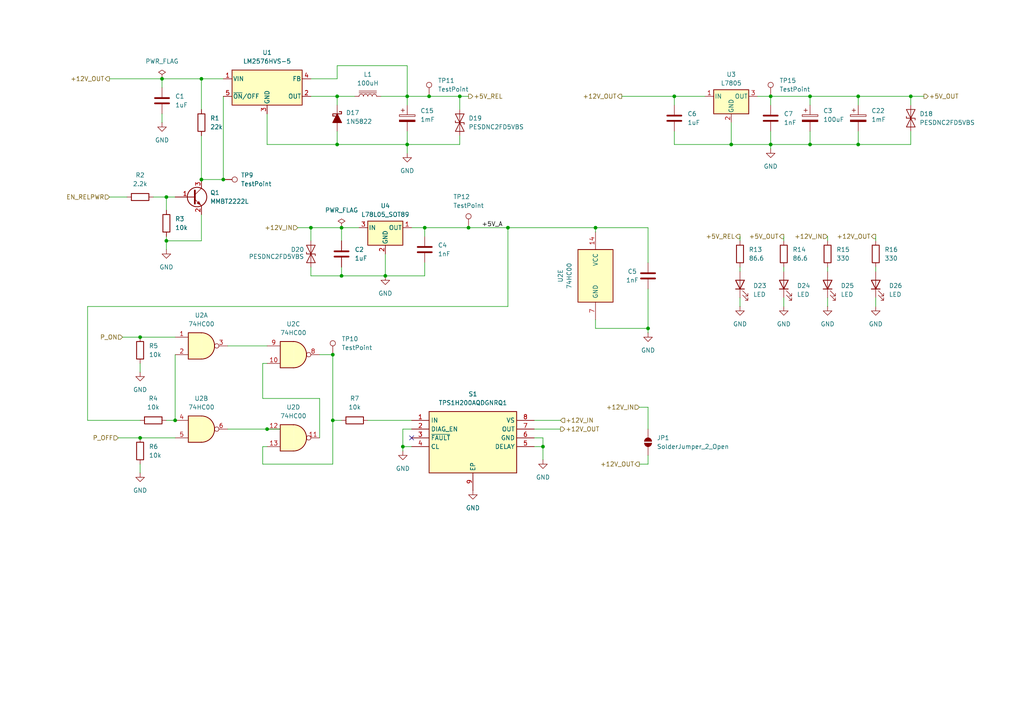
<source format=kicad_sch>
(kicad_sch
	(version 20231120)
	(generator "eeschema")
	(generator_version "8.0")
	(uuid "af73126f-087e-4635-973f-b221182b32bf")
	(paper "A4")
	(title_block
		(title "Centralina Pirotecnica")
		(date "2024-06-28")
		(rev "2.0")
	)
	(lib_symbols
		(symbol "74xx:74HC00"
			(pin_names
				(offset 1.016)
			)
			(exclude_from_sim no)
			(in_bom yes)
			(on_board yes)
			(property "Reference" "U"
				(at 0 1.27 0)
				(effects
					(font
						(size 1.27 1.27)
					)
				)
			)
			(property "Value" "74HC00"
				(at 0 -1.27 0)
				(effects
					(font
						(size 1.27 1.27)
					)
				)
			)
			(property "Footprint" ""
				(at 0 0 0)
				(effects
					(font
						(size 1.27 1.27)
					)
					(hide yes)
				)
			)
			(property "Datasheet" "http://www.ti.com/lit/gpn/sn74hc00"
				(at 0 0 0)
				(effects
					(font
						(size 1.27 1.27)
					)
					(hide yes)
				)
			)
			(property "Description" "quad 2-input NAND gate"
				(at 0 0 0)
				(effects
					(font
						(size 1.27 1.27)
					)
					(hide yes)
				)
			)
			(property "ki_locked" ""
				(at 0 0 0)
				(effects
					(font
						(size 1.27 1.27)
					)
				)
			)
			(property "ki_keywords" "HCMOS nand 2-input"
				(at 0 0 0)
				(effects
					(font
						(size 1.27 1.27)
					)
					(hide yes)
				)
			)
			(property "ki_fp_filters" "DIP*W7.62mm* SO14*"
				(at 0 0 0)
				(effects
					(font
						(size 1.27 1.27)
					)
					(hide yes)
				)
			)
			(symbol "74HC00_1_1"
				(arc
					(start 0 -3.81)
					(mid 3.7934 0)
					(end 0 3.81)
					(stroke
						(width 0.254)
						(type default)
					)
					(fill
						(type background)
					)
				)
				(polyline
					(pts
						(xy 0 3.81) (xy -3.81 3.81) (xy -3.81 -3.81) (xy 0 -3.81)
					)
					(stroke
						(width 0.254)
						(type default)
					)
					(fill
						(type background)
					)
				)
				(pin input line
					(at -7.62 2.54 0)
					(length 3.81)
					(name "~"
						(effects
							(font
								(size 1.27 1.27)
							)
						)
					)
					(number "1"
						(effects
							(font
								(size 1.27 1.27)
							)
						)
					)
				)
				(pin input line
					(at -7.62 -2.54 0)
					(length 3.81)
					(name "~"
						(effects
							(font
								(size 1.27 1.27)
							)
						)
					)
					(number "2"
						(effects
							(font
								(size 1.27 1.27)
							)
						)
					)
				)
				(pin output inverted
					(at 7.62 0 180)
					(length 3.81)
					(name "~"
						(effects
							(font
								(size 1.27 1.27)
							)
						)
					)
					(number "3"
						(effects
							(font
								(size 1.27 1.27)
							)
						)
					)
				)
			)
			(symbol "74HC00_1_2"
				(arc
					(start -3.81 -3.81)
					(mid -2.589 0)
					(end -3.81 3.81)
					(stroke
						(width 0.254)
						(type default)
					)
					(fill
						(type none)
					)
				)
				(arc
					(start -0.6096 -3.81)
					(mid 2.1842 -2.5851)
					(end 3.81 0)
					(stroke
						(width 0.254)
						(type default)
					)
					(fill
						(type background)
					)
				)
				(polyline
					(pts
						(xy -3.81 -3.81) (xy -0.635 -3.81)
					)
					(stroke
						(width 0.254)
						(type default)
					)
					(fill
						(type background)
					)
				)
				(polyline
					(pts
						(xy -3.81 3.81) (xy -0.635 3.81)
					)
					(stroke
						(width 0.254)
						(type default)
					)
					(fill
						(type background)
					)
				)
				(polyline
					(pts
						(xy -0.635 3.81) (xy -3.81 3.81) (xy -3.81 3.81) (xy -3.556 3.4036) (xy -3.0226 2.2606) (xy -2.6924 1.0414)
						(xy -2.6162 -0.254) (xy -2.7686 -1.4986) (xy -3.175 -2.7178) (xy -3.81 -3.81) (xy -3.81 -3.81)
						(xy -0.635 -3.81)
					)
					(stroke
						(width -25.4)
						(type default)
					)
					(fill
						(type background)
					)
				)
				(arc
					(start 3.81 0)
					(mid 2.1915 2.5936)
					(end -0.6096 3.81)
					(stroke
						(width 0.254)
						(type default)
					)
					(fill
						(type background)
					)
				)
				(pin input inverted
					(at -7.62 2.54 0)
					(length 4.318)
					(name "~"
						(effects
							(font
								(size 1.27 1.27)
							)
						)
					)
					(number "1"
						(effects
							(font
								(size 1.27 1.27)
							)
						)
					)
				)
				(pin input inverted
					(at -7.62 -2.54 0)
					(length 4.318)
					(name "~"
						(effects
							(font
								(size 1.27 1.27)
							)
						)
					)
					(number "2"
						(effects
							(font
								(size 1.27 1.27)
							)
						)
					)
				)
				(pin output line
					(at 7.62 0 180)
					(length 3.81)
					(name "~"
						(effects
							(font
								(size 1.27 1.27)
							)
						)
					)
					(number "3"
						(effects
							(font
								(size 1.27 1.27)
							)
						)
					)
				)
			)
			(symbol "74HC00_2_1"
				(arc
					(start 0 -3.81)
					(mid 3.7934 0)
					(end 0 3.81)
					(stroke
						(width 0.254)
						(type default)
					)
					(fill
						(type background)
					)
				)
				(polyline
					(pts
						(xy 0 3.81) (xy -3.81 3.81) (xy -3.81 -3.81) (xy 0 -3.81)
					)
					(stroke
						(width 0.254)
						(type default)
					)
					(fill
						(type background)
					)
				)
				(pin input line
					(at -7.62 2.54 0)
					(length 3.81)
					(name "~"
						(effects
							(font
								(size 1.27 1.27)
							)
						)
					)
					(number "4"
						(effects
							(font
								(size 1.27 1.27)
							)
						)
					)
				)
				(pin input line
					(at -7.62 -2.54 0)
					(length 3.81)
					(name "~"
						(effects
							(font
								(size 1.27 1.27)
							)
						)
					)
					(number "5"
						(effects
							(font
								(size 1.27 1.27)
							)
						)
					)
				)
				(pin output inverted
					(at 7.62 0 180)
					(length 3.81)
					(name "~"
						(effects
							(font
								(size 1.27 1.27)
							)
						)
					)
					(number "6"
						(effects
							(font
								(size 1.27 1.27)
							)
						)
					)
				)
			)
			(symbol "74HC00_2_2"
				(arc
					(start -3.81 -3.81)
					(mid -2.589 0)
					(end -3.81 3.81)
					(stroke
						(width 0.254)
						(type default)
					)
					(fill
						(type none)
					)
				)
				(arc
					(start -0.6096 -3.81)
					(mid 2.1842 -2.5851)
					(end 3.81 0)
					(stroke
						(width 0.254)
						(type default)
					)
					(fill
						(type background)
					)
				)
				(polyline
					(pts
						(xy -3.81 -3.81) (xy -0.635 -3.81)
					)
					(stroke
						(width 0.254)
						(type default)
					)
					(fill
						(type background)
					)
				)
				(polyline
					(pts
						(xy -3.81 3.81) (xy -0.635 3.81)
					)
					(stroke
						(width 0.254)
						(type default)
					)
					(fill
						(type background)
					)
				)
				(polyline
					(pts
						(xy -0.635 3.81) (xy -3.81 3.81) (xy -3.81 3.81) (xy -3.556 3.4036) (xy -3.0226 2.2606) (xy -2.6924 1.0414)
						(xy -2.6162 -0.254) (xy -2.7686 -1.4986) (xy -3.175 -2.7178) (xy -3.81 -3.81) (xy -3.81 -3.81)
						(xy -0.635 -3.81)
					)
					(stroke
						(width -25.4)
						(type default)
					)
					(fill
						(type background)
					)
				)
				(arc
					(start 3.81 0)
					(mid 2.1915 2.5936)
					(end -0.6096 3.81)
					(stroke
						(width 0.254)
						(type default)
					)
					(fill
						(type background)
					)
				)
				(pin input inverted
					(at -7.62 2.54 0)
					(length 4.318)
					(name "~"
						(effects
							(font
								(size 1.27 1.27)
							)
						)
					)
					(number "4"
						(effects
							(font
								(size 1.27 1.27)
							)
						)
					)
				)
				(pin input inverted
					(at -7.62 -2.54 0)
					(length 4.318)
					(name "~"
						(effects
							(font
								(size 1.27 1.27)
							)
						)
					)
					(number "5"
						(effects
							(font
								(size 1.27 1.27)
							)
						)
					)
				)
				(pin output line
					(at 7.62 0 180)
					(length 3.81)
					(name "~"
						(effects
							(font
								(size 1.27 1.27)
							)
						)
					)
					(number "6"
						(effects
							(font
								(size 1.27 1.27)
							)
						)
					)
				)
			)
			(symbol "74HC00_3_1"
				(arc
					(start 0 -3.81)
					(mid 3.7934 0)
					(end 0 3.81)
					(stroke
						(width 0.254)
						(type default)
					)
					(fill
						(type background)
					)
				)
				(polyline
					(pts
						(xy 0 3.81) (xy -3.81 3.81) (xy -3.81 -3.81) (xy 0 -3.81)
					)
					(stroke
						(width 0.254)
						(type default)
					)
					(fill
						(type background)
					)
				)
				(pin input line
					(at -7.62 -2.54 0)
					(length 3.81)
					(name "~"
						(effects
							(font
								(size 1.27 1.27)
							)
						)
					)
					(number "10"
						(effects
							(font
								(size 1.27 1.27)
							)
						)
					)
				)
				(pin output inverted
					(at 7.62 0 180)
					(length 3.81)
					(name "~"
						(effects
							(font
								(size 1.27 1.27)
							)
						)
					)
					(number "8"
						(effects
							(font
								(size 1.27 1.27)
							)
						)
					)
				)
				(pin input line
					(at -7.62 2.54 0)
					(length 3.81)
					(name "~"
						(effects
							(font
								(size 1.27 1.27)
							)
						)
					)
					(number "9"
						(effects
							(font
								(size 1.27 1.27)
							)
						)
					)
				)
			)
			(symbol "74HC00_3_2"
				(arc
					(start -3.81 -3.81)
					(mid -2.589 0)
					(end -3.81 3.81)
					(stroke
						(width 0.254)
						(type default)
					)
					(fill
						(type none)
					)
				)
				(arc
					(start -0.6096 -3.81)
					(mid 2.1842 -2.5851)
					(end 3.81 0)
					(stroke
						(width 0.254)
						(type default)
					)
					(fill
						(type background)
					)
				)
				(polyline
					(pts
						(xy -3.81 -3.81) (xy -0.635 -3.81)
					)
					(stroke
						(width 0.254)
						(type default)
					)
					(fill
						(type background)
					)
				)
				(polyline
					(pts
						(xy -3.81 3.81) (xy -0.635 3.81)
					)
					(stroke
						(width 0.254)
						(type default)
					)
					(fill
						(type background)
					)
				)
				(polyline
					(pts
						(xy -0.635 3.81) (xy -3.81 3.81) (xy -3.81 3.81) (xy -3.556 3.4036) (xy -3.0226 2.2606) (xy -2.6924 1.0414)
						(xy -2.6162 -0.254) (xy -2.7686 -1.4986) (xy -3.175 -2.7178) (xy -3.81 -3.81) (xy -3.81 -3.81)
						(xy -0.635 -3.81)
					)
					(stroke
						(width -25.4)
						(type default)
					)
					(fill
						(type background)
					)
				)
				(arc
					(start 3.81 0)
					(mid 2.1915 2.5936)
					(end -0.6096 3.81)
					(stroke
						(width 0.254)
						(type default)
					)
					(fill
						(type background)
					)
				)
				(pin input inverted
					(at -7.62 -2.54 0)
					(length 4.318)
					(name "~"
						(effects
							(font
								(size 1.27 1.27)
							)
						)
					)
					(number "10"
						(effects
							(font
								(size 1.27 1.27)
							)
						)
					)
				)
				(pin output line
					(at 7.62 0 180)
					(length 3.81)
					(name "~"
						(effects
							(font
								(size 1.27 1.27)
							)
						)
					)
					(number "8"
						(effects
							(font
								(size 1.27 1.27)
							)
						)
					)
				)
				(pin input inverted
					(at -7.62 2.54 0)
					(length 4.318)
					(name "~"
						(effects
							(font
								(size 1.27 1.27)
							)
						)
					)
					(number "9"
						(effects
							(font
								(size 1.27 1.27)
							)
						)
					)
				)
			)
			(symbol "74HC00_4_1"
				(arc
					(start 0 -3.81)
					(mid 3.7934 0)
					(end 0 3.81)
					(stroke
						(width 0.254)
						(type default)
					)
					(fill
						(type background)
					)
				)
				(polyline
					(pts
						(xy 0 3.81) (xy -3.81 3.81) (xy -3.81 -3.81) (xy 0 -3.81)
					)
					(stroke
						(width 0.254)
						(type default)
					)
					(fill
						(type background)
					)
				)
				(pin output inverted
					(at 7.62 0 180)
					(length 3.81)
					(name "~"
						(effects
							(font
								(size 1.27 1.27)
							)
						)
					)
					(number "11"
						(effects
							(font
								(size 1.27 1.27)
							)
						)
					)
				)
				(pin input line
					(at -7.62 2.54 0)
					(length 3.81)
					(name "~"
						(effects
							(font
								(size 1.27 1.27)
							)
						)
					)
					(number "12"
						(effects
							(font
								(size 1.27 1.27)
							)
						)
					)
				)
				(pin input line
					(at -7.62 -2.54 0)
					(length 3.81)
					(name "~"
						(effects
							(font
								(size 1.27 1.27)
							)
						)
					)
					(number "13"
						(effects
							(font
								(size 1.27 1.27)
							)
						)
					)
				)
			)
			(symbol "74HC00_4_2"
				(arc
					(start -3.81 -3.81)
					(mid -2.589 0)
					(end -3.81 3.81)
					(stroke
						(width 0.254)
						(type default)
					)
					(fill
						(type none)
					)
				)
				(arc
					(start -0.6096 -3.81)
					(mid 2.1842 -2.5851)
					(end 3.81 0)
					(stroke
						(width 0.254)
						(type default)
					)
					(fill
						(type background)
					)
				)
				(polyline
					(pts
						(xy -3.81 -3.81) (xy -0.635 -3.81)
					)
					(stroke
						(width 0.254)
						(type default)
					)
					(fill
						(type background)
					)
				)
				(polyline
					(pts
						(xy -3.81 3.81) (xy -0.635 3.81)
					)
					(stroke
						(width 0.254)
						(type default)
					)
					(fill
						(type background)
					)
				)
				(polyline
					(pts
						(xy -0.635 3.81) (xy -3.81 3.81) (xy -3.81 3.81) (xy -3.556 3.4036) (xy -3.0226 2.2606) (xy -2.6924 1.0414)
						(xy -2.6162 -0.254) (xy -2.7686 -1.4986) (xy -3.175 -2.7178) (xy -3.81 -3.81) (xy -3.81 -3.81)
						(xy -0.635 -3.81)
					)
					(stroke
						(width -25.4)
						(type default)
					)
					(fill
						(type background)
					)
				)
				(arc
					(start 3.81 0)
					(mid 2.1915 2.5936)
					(end -0.6096 3.81)
					(stroke
						(width 0.254)
						(type default)
					)
					(fill
						(type background)
					)
				)
				(pin output line
					(at 7.62 0 180)
					(length 3.81)
					(name "~"
						(effects
							(font
								(size 1.27 1.27)
							)
						)
					)
					(number "11"
						(effects
							(font
								(size 1.27 1.27)
							)
						)
					)
				)
				(pin input inverted
					(at -7.62 2.54 0)
					(length 4.318)
					(name "~"
						(effects
							(font
								(size 1.27 1.27)
							)
						)
					)
					(number "12"
						(effects
							(font
								(size 1.27 1.27)
							)
						)
					)
				)
				(pin input inverted
					(at -7.62 -2.54 0)
					(length 4.318)
					(name "~"
						(effects
							(font
								(size 1.27 1.27)
							)
						)
					)
					(number "13"
						(effects
							(font
								(size 1.27 1.27)
							)
						)
					)
				)
			)
			(symbol "74HC00_5_0"
				(pin power_in line
					(at 0 12.7 270)
					(length 5.08)
					(name "VCC"
						(effects
							(font
								(size 1.27 1.27)
							)
						)
					)
					(number "14"
						(effects
							(font
								(size 1.27 1.27)
							)
						)
					)
				)
				(pin power_in line
					(at 0 -12.7 90)
					(length 5.08)
					(name "GND"
						(effects
							(font
								(size 1.27 1.27)
							)
						)
					)
					(number "7"
						(effects
							(font
								(size 1.27 1.27)
							)
						)
					)
				)
			)
			(symbol "74HC00_5_1"
				(rectangle
					(start -5.08 7.62)
					(end 5.08 -7.62)
					(stroke
						(width 0.254)
						(type default)
					)
					(fill
						(type background)
					)
				)
			)
		)
		(symbol "Connector:TestPoint"
			(pin_numbers hide)
			(pin_names
				(offset 0.762) hide)
			(exclude_from_sim no)
			(in_bom yes)
			(on_board yes)
			(property "Reference" "TP"
				(at 0 6.858 0)
				(effects
					(font
						(size 1.27 1.27)
					)
				)
			)
			(property "Value" "TestPoint"
				(at 0 5.08 0)
				(effects
					(font
						(size 1.27 1.27)
					)
				)
			)
			(property "Footprint" ""
				(at 5.08 0 0)
				(effects
					(font
						(size 1.27 1.27)
					)
					(hide yes)
				)
			)
			(property "Datasheet" "~"
				(at 5.08 0 0)
				(effects
					(font
						(size 1.27 1.27)
					)
					(hide yes)
				)
			)
			(property "Description" "test point"
				(at 0 0 0)
				(effects
					(font
						(size 1.27 1.27)
					)
					(hide yes)
				)
			)
			(property "ki_keywords" "test point tp"
				(at 0 0 0)
				(effects
					(font
						(size 1.27 1.27)
					)
					(hide yes)
				)
			)
			(property "ki_fp_filters" "Pin* Test*"
				(at 0 0 0)
				(effects
					(font
						(size 1.27 1.27)
					)
					(hide yes)
				)
			)
			(symbol "TestPoint_0_1"
				(circle
					(center 0 3.302)
					(radius 0.762)
					(stroke
						(width 0)
						(type default)
					)
					(fill
						(type none)
					)
				)
			)
			(symbol "TestPoint_1_1"
				(pin passive line
					(at 0 0 90)
					(length 2.54)
					(name "1"
						(effects
							(font
								(size 1.27 1.27)
							)
						)
					)
					(number "1"
						(effects
							(font
								(size 1.27 1.27)
							)
						)
					)
				)
			)
		)
		(symbol "Device:C"
			(pin_numbers hide)
			(pin_names
				(offset 0.254)
			)
			(exclude_from_sim no)
			(in_bom yes)
			(on_board yes)
			(property "Reference" "C"
				(at 0.635 2.54 0)
				(effects
					(font
						(size 1.27 1.27)
					)
					(justify left)
				)
			)
			(property "Value" "C"
				(at 0.635 -2.54 0)
				(effects
					(font
						(size 1.27 1.27)
					)
					(justify left)
				)
			)
			(property "Footprint" ""
				(at 0.9652 -3.81 0)
				(effects
					(font
						(size 1.27 1.27)
					)
					(hide yes)
				)
			)
			(property "Datasheet" "~"
				(at 0 0 0)
				(effects
					(font
						(size 1.27 1.27)
					)
					(hide yes)
				)
			)
			(property "Description" "Unpolarized capacitor"
				(at 0 0 0)
				(effects
					(font
						(size 1.27 1.27)
					)
					(hide yes)
				)
			)
			(property "ki_keywords" "cap capacitor"
				(at 0 0 0)
				(effects
					(font
						(size 1.27 1.27)
					)
					(hide yes)
				)
			)
			(property "ki_fp_filters" "C_*"
				(at 0 0 0)
				(effects
					(font
						(size 1.27 1.27)
					)
					(hide yes)
				)
			)
			(symbol "C_0_1"
				(polyline
					(pts
						(xy -2.032 -0.762) (xy 2.032 -0.762)
					)
					(stroke
						(width 0.508)
						(type default)
					)
					(fill
						(type none)
					)
				)
				(polyline
					(pts
						(xy -2.032 0.762) (xy 2.032 0.762)
					)
					(stroke
						(width 0.508)
						(type default)
					)
					(fill
						(type none)
					)
				)
			)
			(symbol "C_1_1"
				(pin passive line
					(at 0 3.81 270)
					(length 2.794)
					(name "~"
						(effects
							(font
								(size 1.27 1.27)
							)
						)
					)
					(number "1"
						(effects
							(font
								(size 1.27 1.27)
							)
						)
					)
				)
				(pin passive line
					(at 0 -3.81 90)
					(length 2.794)
					(name "~"
						(effects
							(font
								(size 1.27 1.27)
							)
						)
					)
					(number "2"
						(effects
							(font
								(size 1.27 1.27)
							)
						)
					)
				)
			)
		)
		(symbol "Device:C_Polarized"
			(pin_numbers hide)
			(pin_names
				(offset 0.254)
			)
			(exclude_from_sim no)
			(in_bom yes)
			(on_board yes)
			(property "Reference" "C"
				(at 0.635 2.54 0)
				(effects
					(font
						(size 1.27 1.27)
					)
					(justify left)
				)
			)
			(property "Value" "C_Polarized"
				(at 0.635 -2.54 0)
				(effects
					(font
						(size 1.27 1.27)
					)
					(justify left)
				)
			)
			(property "Footprint" ""
				(at 0.9652 -3.81 0)
				(effects
					(font
						(size 1.27 1.27)
					)
					(hide yes)
				)
			)
			(property "Datasheet" "~"
				(at 0 0 0)
				(effects
					(font
						(size 1.27 1.27)
					)
					(hide yes)
				)
			)
			(property "Description" "Polarized capacitor"
				(at 0 0 0)
				(effects
					(font
						(size 1.27 1.27)
					)
					(hide yes)
				)
			)
			(property "ki_keywords" "cap capacitor"
				(at 0 0 0)
				(effects
					(font
						(size 1.27 1.27)
					)
					(hide yes)
				)
			)
			(property "ki_fp_filters" "CP_*"
				(at 0 0 0)
				(effects
					(font
						(size 1.27 1.27)
					)
					(hide yes)
				)
			)
			(symbol "C_Polarized_0_1"
				(rectangle
					(start -2.286 0.508)
					(end 2.286 1.016)
					(stroke
						(width 0)
						(type default)
					)
					(fill
						(type none)
					)
				)
				(polyline
					(pts
						(xy -1.778 2.286) (xy -0.762 2.286)
					)
					(stroke
						(width 0)
						(type default)
					)
					(fill
						(type none)
					)
				)
				(polyline
					(pts
						(xy -1.27 2.794) (xy -1.27 1.778)
					)
					(stroke
						(width 0)
						(type default)
					)
					(fill
						(type none)
					)
				)
				(rectangle
					(start 2.286 -0.508)
					(end -2.286 -1.016)
					(stroke
						(width 0)
						(type default)
					)
					(fill
						(type outline)
					)
				)
			)
			(symbol "C_Polarized_1_1"
				(pin passive line
					(at 0 3.81 270)
					(length 2.794)
					(name "~"
						(effects
							(font
								(size 1.27 1.27)
							)
						)
					)
					(number "1"
						(effects
							(font
								(size 1.27 1.27)
							)
						)
					)
				)
				(pin passive line
					(at 0 -3.81 90)
					(length 2.794)
					(name "~"
						(effects
							(font
								(size 1.27 1.27)
							)
						)
					)
					(number "2"
						(effects
							(font
								(size 1.27 1.27)
							)
						)
					)
				)
			)
		)
		(symbol "Device:LED"
			(pin_numbers hide)
			(pin_names
				(offset 1.016) hide)
			(exclude_from_sim no)
			(in_bom yes)
			(on_board yes)
			(property "Reference" "D"
				(at 0 2.54 0)
				(effects
					(font
						(size 1.27 1.27)
					)
				)
			)
			(property "Value" "LED"
				(at 0 -2.54 0)
				(effects
					(font
						(size 1.27 1.27)
					)
				)
			)
			(property "Footprint" ""
				(at 0 0 0)
				(effects
					(font
						(size 1.27 1.27)
					)
					(hide yes)
				)
			)
			(property "Datasheet" "~"
				(at 0 0 0)
				(effects
					(font
						(size 1.27 1.27)
					)
					(hide yes)
				)
			)
			(property "Description" "Light emitting diode"
				(at 0 0 0)
				(effects
					(font
						(size 1.27 1.27)
					)
					(hide yes)
				)
			)
			(property "ki_keywords" "LED diode"
				(at 0 0 0)
				(effects
					(font
						(size 1.27 1.27)
					)
					(hide yes)
				)
			)
			(property "ki_fp_filters" "LED* LED_SMD:* LED_THT:*"
				(at 0 0 0)
				(effects
					(font
						(size 1.27 1.27)
					)
					(hide yes)
				)
			)
			(symbol "LED_0_1"
				(polyline
					(pts
						(xy -1.27 -1.27) (xy -1.27 1.27)
					)
					(stroke
						(width 0.254)
						(type default)
					)
					(fill
						(type none)
					)
				)
				(polyline
					(pts
						(xy -1.27 0) (xy 1.27 0)
					)
					(stroke
						(width 0)
						(type default)
					)
					(fill
						(type none)
					)
				)
				(polyline
					(pts
						(xy 1.27 -1.27) (xy 1.27 1.27) (xy -1.27 0) (xy 1.27 -1.27)
					)
					(stroke
						(width 0.254)
						(type default)
					)
					(fill
						(type none)
					)
				)
				(polyline
					(pts
						(xy -3.048 -0.762) (xy -4.572 -2.286) (xy -3.81 -2.286) (xy -4.572 -2.286) (xy -4.572 -1.524)
					)
					(stroke
						(width 0)
						(type default)
					)
					(fill
						(type none)
					)
				)
				(polyline
					(pts
						(xy -1.778 -0.762) (xy -3.302 -2.286) (xy -2.54 -2.286) (xy -3.302 -2.286) (xy -3.302 -1.524)
					)
					(stroke
						(width 0)
						(type default)
					)
					(fill
						(type none)
					)
				)
			)
			(symbol "LED_1_1"
				(pin passive line
					(at -3.81 0 0)
					(length 2.54)
					(name "K"
						(effects
							(font
								(size 1.27 1.27)
							)
						)
					)
					(number "1"
						(effects
							(font
								(size 1.27 1.27)
							)
						)
					)
				)
				(pin passive line
					(at 3.81 0 180)
					(length 2.54)
					(name "A"
						(effects
							(font
								(size 1.27 1.27)
							)
						)
					)
					(number "2"
						(effects
							(font
								(size 1.27 1.27)
							)
						)
					)
				)
			)
		)
		(symbol "Device:L_Iron"
			(pin_numbers hide)
			(pin_names
				(offset 1.016) hide)
			(exclude_from_sim no)
			(in_bom yes)
			(on_board yes)
			(property "Reference" "L"
				(at -1.27 0 90)
				(effects
					(font
						(size 1.27 1.27)
					)
				)
			)
			(property "Value" "L_Iron"
				(at 2.794 0 90)
				(effects
					(font
						(size 1.27 1.27)
					)
				)
			)
			(property "Footprint" ""
				(at 0 0 0)
				(effects
					(font
						(size 1.27 1.27)
					)
					(hide yes)
				)
			)
			(property "Datasheet" "~"
				(at 0 0 0)
				(effects
					(font
						(size 1.27 1.27)
					)
					(hide yes)
				)
			)
			(property "Description" "Inductor with iron core"
				(at 0 0 0)
				(effects
					(font
						(size 1.27 1.27)
					)
					(hide yes)
				)
			)
			(property "ki_keywords" "inductor choke coil reactor magnetic"
				(at 0 0 0)
				(effects
					(font
						(size 1.27 1.27)
					)
					(hide yes)
				)
			)
			(property "ki_fp_filters" "Choke_* *Coil* Inductor_* L_*"
				(at 0 0 0)
				(effects
					(font
						(size 1.27 1.27)
					)
					(hide yes)
				)
			)
			(symbol "L_Iron_0_1"
				(arc
					(start 0 -2.54)
					(mid 0.6323 -1.905)
					(end 0 -1.27)
					(stroke
						(width 0)
						(type default)
					)
					(fill
						(type none)
					)
				)
				(arc
					(start 0 -1.27)
					(mid 0.6323 -0.635)
					(end 0 0)
					(stroke
						(width 0)
						(type default)
					)
					(fill
						(type none)
					)
				)
				(polyline
					(pts
						(xy 1.016 2.54) (xy 1.016 -2.54)
					)
					(stroke
						(width 0)
						(type default)
					)
					(fill
						(type none)
					)
				)
				(polyline
					(pts
						(xy 1.524 -2.54) (xy 1.524 2.54)
					)
					(stroke
						(width 0)
						(type default)
					)
					(fill
						(type none)
					)
				)
				(arc
					(start 0 0)
					(mid 0.6323 0.635)
					(end 0 1.27)
					(stroke
						(width 0)
						(type default)
					)
					(fill
						(type none)
					)
				)
				(arc
					(start 0 1.27)
					(mid 0.6323 1.905)
					(end 0 2.54)
					(stroke
						(width 0)
						(type default)
					)
					(fill
						(type none)
					)
				)
			)
			(symbol "L_Iron_1_1"
				(pin passive line
					(at 0 3.81 270)
					(length 1.27)
					(name "1"
						(effects
							(font
								(size 1.27 1.27)
							)
						)
					)
					(number "1"
						(effects
							(font
								(size 1.27 1.27)
							)
						)
					)
				)
				(pin passive line
					(at 0 -3.81 90)
					(length 1.27)
					(name "2"
						(effects
							(font
								(size 1.27 1.27)
							)
						)
					)
					(number "2"
						(effects
							(font
								(size 1.27 1.27)
							)
						)
					)
				)
			)
		)
		(symbol "Device:R"
			(pin_numbers hide)
			(pin_names
				(offset 0)
			)
			(exclude_from_sim no)
			(in_bom yes)
			(on_board yes)
			(property "Reference" "R"
				(at 2.032 0 90)
				(effects
					(font
						(size 1.27 1.27)
					)
				)
			)
			(property "Value" "R"
				(at 0 0 90)
				(effects
					(font
						(size 1.27 1.27)
					)
				)
			)
			(property "Footprint" ""
				(at -1.778 0 90)
				(effects
					(font
						(size 1.27 1.27)
					)
					(hide yes)
				)
			)
			(property "Datasheet" "~"
				(at 0 0 0)
				(effects
					(font
						(size 1.27 1.27)
					)
					(hide yes)
				)
			)
			(property "Description" "Resistor"
				(at 0 0 0)
				(effects
					(font
						(size 1.27 1.27)
					)
					(hide yes)
				)
			)
			(property "ki_keywords" "R res resistor"
				(at 0 0 0)
				(effects
					(font
						(size 1.27 1.27)
					)
					(hide yes)
				)
			)
			(property "ki_fp_filters" "R_*"
				(at 0 0 0)
				(effects
					(font
						(size 1.27 1.27)
					)
					(hide yes)
				)
			)
			(symbol "R_0_1"
				(rectangle
					(start -1.016 -2.54)
					(end 1.016 2.54)
					(stroke
						(width 0.254)
						(type default)
					)
					(fill
						(type none)
					)
				)
			)
			(symbol "R_1_1"
				(pin passive line
					(at 0 3.81 270)
					(length 1.27)
					(name "~"
						(effects
							(font
								(size 1.27 1.27)
							)
						)
					)
					(number "1"
						(effects
							(font
								(size 1.27 1.27)
							)
						)
					)
				)
				(pin passive line
					(at 0 -3.81 90)
					(length 1.27)
					(name "~"
						(effects
							(font
								(size 1.27 1.27)
							)
						)
					)
					(number "2"
						(effects
							(font
								(size 1.27 1.27)
							)
						)
					)
				)
			)
		)
		(symbol "Diode:ESD9B3.3ST5G"
			(pin_numbers hide)
			(pin_names
				(offset 1.016) hide)
			(exclude_from_sim no)
			(in_bom yes)
			(on_board yes)
			(property "Reference" "D"
				(at 0 2.54 0)
				(effects
					(font
						(size 1.27 1.27)
					)
				)
			)
			(property "Value" "ESD9B3.3ST5G"
				(at 0 -2.54 0)
				(effects
					(font
						(size 1.27 1.27)
					)
				)
			)
			(property "Footprint" "Diode_SMD:D_SOD-923"
				(at 0 0 0)
				(effects
					(font
						(size 1.27 1.27)
					)
					(hide yes)
				)
			)
			(property "Datasheet" "https://www.onsemi.com/pub/Collateral/ESD9B-D.PDF"
				(at 0 0 0)
				(effects
					(font
						(size 1.27 1.27)
					)
					(hide yes)
				)
			)
			(property "Description" "ESD protection diode, 3.3Vrwm, SOD-923"
				(at 0 0 0)
				(effects
					(font
						(size 1.27 1.27)
					)
					(hide yes)
				)
			)
			(property "ki_keywords" "diode TVS ESD"
				(at 0 0 0)
				(effects
					(font
						(size 1.27 1.27)
					)
					(hide yes)
				)
			)
			(property "ki_fp_filters" "D*SOD?923*"
				(at 0 0 0)
				(effects
					(font
						(size 1.27 1.27)
					)
					(hide yes)
				)
			)
			(symbol "ESD9B3.3ST5G_0_1"
				(polyline
					(pts
						(xy 1.27 0) (xy -1.27 0)
					)
					(stroke
						(width 0)
						(type default)
					)
					(fill
						(type none)
					)
				)
				(polyline
					(pts
						(xy -2.54 -1.27) (xy 0 0) (xy -2.54 1.27) (xy -2.54 -1.27)
					)
					(stroke
						(width 0.2032)
						(type default)
					)
					(fill
						(type none)
					)
				)
				(polyline
					(pts
						(xy 0.508 1.27) (xy 0 1.27) (xy 0 -1.27) (xy -0.508 -1.27)
					)
					(stroke
						(width 0.2032)
						(type default)
					)
					(fill
						(type none)
					)
				)
				(polyline
					(pts
						(xy 2.54 1.27) (xy 2.54 -1.27) (xy 0 0) (xy 2.54 1.27)
					)
					(stroke
						(width 0.2032)
						(type default)
					)
					(fill
						(type none)
					)
				)
			)
			(symbol "ESD9B3.3ST5G_1_1"
				(pin passive line
					(at -3.81 0 0)
					(length 2.54)
					(name "A1"
						(effects
							(font
								(size 1.27 1.27)
							)
						)
					)
					(number "1"
						(effects
							(font
								(size 1.27 1.27)
							)
						)
					)
				)
				(pin passive line
					(at 3.81 0 180)
					(length 2.54)
					(name "A2"
						(effects
							(font
								(size 1.27 1.27)
							)
						)
					)
					(number "2"
						(effects
							(font
								(size 1.27 1.27)
							)
						)
					)
				)
			)
		)
		(symbol "Jumper:SolderJumper_2_Open"
			(pin_numbers hide)
			(pin_names
				(offset 0) hide)
			(exclude_from_sim yes)
			(in_bom no)
			(on_board yes)
			(property "Reference" "JP"
				(at 0 2.032 0)
				(effects
					(font
						(size 1.27 1.27)
					)
				)
			)
			(property "Value" "SolderJumper_2_Open"
				(at 0 -2.54 0)
				(effects
					(font
						(size 1.27 1.27)
					)
				)
			)
			(property "Footprint" ""
				(at 0 0 0)
				(effects
					(font
						(size 1.27 1.27)
					)
					(hide yes)
				)
			)
			(property "Datasheet" "~"
				(at 0 0 0)
				(effects
					(font
						(size 1.27 1.27)
					)
					(hide yes)
				)
			)
			(property "Description" "Solder Jumper, 2-pole, open"
				(at 0 0 0)
				(effects
					(font
						(size 1.27 1.27)
					)
					(hide yes)
				)
			)
			(property "ki_keywords" "solder jumper SPST"
				(at 0 0 0)
				(effects
					(font
						(size 1.27 1.27)
					)
					(hide yes)
				)
			)
			(property "ki_fp_filters" "SolderJumper*Open*"
				(at 0 0 0)
				(effects
					(font
						(size 1.27 1.27)
					)
					(hide yes)
				)
			)
			(symbol "SolderJumper_2_Open_0_1"
				(arc
					(start -0.254 1.016)
					(mid -1.2656 0)
					(end -0.254 -1.016)
					(stroke
						(width 0)
						(type default)
					)
					(fill
						(type none)
					)
				)
				(arc
					(start -0.254 1.016)
					(mid -1.2656 0)
					(end -0.254 -1.016)
					(stroke
						(width 0)
						(type default)
					)
					(fill
						(type outline)
					)
				)
				(polyline
					(pts
						(xy -0.254 1.016) (xy -0.254 -1.016)
					)
					(stroke
						(width 0)
						(type default)
					)
					(fill
						(type none)
					)
				)
				(polyline
					(pts
						(xy 0.254 1.016) (xy 0.254 -1.016)
					)
					(stroke
						(width 0)
						(type default)
					)
					(fill
						(type none)
					)
				)
				(arc
					(start 0.254 -1.016)
					(mid 1.2656 0)
					(end 0.254 1.016)
					(stroke
						(width 0)
						(type default)
					)
					(fill
						(type none)
					)
				)
				(arc
					(start 0.254 -1.016)
					(mid 1.2656 0)
					(end 0.254 1.016)
					(stroke
						(width 0)
						(type default)
					)
					(fill
						(type outline)
					)
				)
			)
			(symbol "SolderJumper_2_Open_1_1"
				(pin passive line
					(at -3.81 0 0)
					(length 2.54)
					(name "A"
						(effects
							(font
								(size 1.27 1.27)
							)
						)
					)
					(number "1"
						(effects
							(font
								(size 1.27 1.27)
							)
						)
					)
				)
				(pin passive line
					(at 3.81 0 180)
					(length 2.54)
					(name "B"
						(effects
							(font
								(size 1.27 1.27)
							)
						)
					)
					(number "2"
						(effects
							(font
								(size 1.27 1.27)
							)
						)
					)
				)
			)
		)
		(symbol "PCM_Diode_Schottky_AKL:1N5822"
			(pin_numbers hide)
			(pin_names
				(offset 1.016) hide)
			(exclude_from_sim no)
			(in_bom yes)
			(on_board yes)
			(property "Reference" "D"
				(at 0 5.08 0)
				(effects
					(font
						(size 1.27 1.27)
					)
				)
			)
			(property "Value" "1N5822"
				(at 0 2.54 0)
				(effects
					(font
						(size 1.27 1.27)
					)
				)
			)
			(property "Footprint" "Diode_THT_AKL:D_DO-201AD_P12.70mm_Horizontal"
				(at 0 0 0)
				(effects
					(font
						(size 1.27 1.27)
					)
					(hide yes)
				)
			)
			(property "Datasheet" "https://www.tme.eu/Document/0e3ba29986d8cf49f92da19e697f30fa/1n5820-22.pdf"
				(at 0 0 0)
				(effects
					(font
						(size 1.27 1.27)
					)
					(hide yes)
				)
			)
			(property "Description" "DO-201AD Schottky diode, 40V, 3A, Alternate KiCAD Library"
				(at 0 0 0)
				(effects
					(font
						(size 1.27 1.27)
					)
					(hide yes)
				)
			)
			(property "ki_keywords" "diode Schottky 1N5822"
				(at 0 0 0)
				(effects
					(font
						(size 1.27 1.27)
					)
					(hide yes)
				)
			)
			(property "ki_fp_filters" "TO-???* *_Diode_* *SingleDiode* D_*"
				(at 0 0 0)
				(effects
					(font
						(size 1.27 1.27)
					)
					(hide yes)
				)
			)
			(symbol "1N5822_0_1"
				(polyline
					(pts
						(xy -1.27 0) (xy 1.27 0)
					)
					(stroke
						(width 0)
						(type default)
					)
					(fill
						(type none)
					)
				)
				(polyline
					(pts
						(xy -1.27 -1.27) (xy -1.27 1.27) (xy 1.27 0) (xy -1.27 -1.27)
					)
					(stroke
						(width 0.254)
						(type default)
					)
					(fill
						(type outline)
					)
				)
				(polyline
					(pts
						(xy 1.905 -0.635) (xy 1.905 -1.27) (xy 1.27 -1.27) (xy 1.27 1.27) (xy 0.635 1.27) (xy 0.635 0.635)
					)
					(stroke
						(width 0.254)
						(type default)
					)
					(fill
						(type none)
					)
				)
			)
			(symbol "1N5822_1_1"
				(pin passive line
					(at 3.81 0 180)
					(length 2.54)
					(name "K"
						(effects
							(font
								(size 1.27 1.27)
							)
						)
					)
					(number "1"
						(effects
							(font
								(size 1.27 1.27)
							)
						)
					)
				)
				(pin passive line
					(at -3.81 0 0)
					(length 2.54)
					(name "A"
						(effects
							(font
								(size 1.27 1.27)
							)
						)
					)
					(number "2"
						(effects
							(font
								(size 1.27 1.27)
							)
						)
					)
				)
			)
		)
		(symbol "Regulator_Linear:L7805"
			(pin_names
				(offset 0.254)
			)
			(exclude_from_sim no)
			(in_bom yes)
			(on_board yes)
			(property "Reference" "U"
				(at -3.81 3.175 0)
				(effects
					(font
						(size 1.27 1.27)
					)
				)
			)
			(property "Value" "L7805"
				(at 0 3.175 0)
				(effects
					(font
						(size 1.27 1.27)
					)
					(justify left)
				)
			)
			(property "Footprint" ""
				(at 0.635 -3.81 0)
				(effects
					(font
						(size 1.27 1.27)
						(italic yes)
					)
					(justify left)
					(hide yes)
				)
			)
			(property "Datasheet" "http://www.st.com/content/ccc/resource/technical/document/datasheet/41/4f/b3/b0/12/d4/47/88/CD00000444.pdf/files/CD00000444.pdf/jcr:content/translations/en.CD00000444.pdf"
				(at 0 -1.27 0)
				(effects
					(font
						(size 1.27 1.27)
					)
					(hide yes)
				)
			)
			(property "Description" "Positive 1.5A 35V Linear Regulator, Fixed Output 5V, TO-220/TO-263/TO-252"
				(at 0 0 0)
				(effects
					(font
						(size 1.27 1.27)
					)
					(hide yes)
				)
			)
			(property "ki_keywords" "Voltage Regulator 1.5A Positive"
				(at 0 0 0)
				(effects
					(font
						(size 1.27 1.27)
					)
					(hide yes)
				)
			)
			(property "ki_fp_filters" "TO?252* TO?263* TO?220*"
				(at 0 0 0)
				(effects
					(font
						(size 1.27 1.27)
					)
					(hide yes)
				)
			)
			(symbol "L7805_0_1"
				(rectangle
					(start -5.08 1.905)
					(end 5.08 -5.08)
					(stroke
						(width 0.254)
						(type default)
					)
					(fill
						(type background)
					)
				)
			)
			(symbol "L7805_1_1"
				(pin power_in line
					(at -7.62 0 0)
					(length 2.54)
					(name "IN"
						(effects
							(font
								(size 1.27 1.27)
							)
						)
					)
					(number "1"
						(effects
							(font
								(size 1.27 1.27)
							)
						)
					)
				)
				(pin power_in line
					(at 0 -7.62 90)
					(length 2.54)
					(name "GND"
						(effects
							(font
								(size 1.27 1.27)
							)
						)
					)
					(number "2"
						(effects
							(font
								(size 1.27 1.27)
							)
						)
					)
				)
				(pin power_out line
					(at 7.62 0 180)
					(length 2.54)
					(name "OUT"
						(effects
							(font
								(size 1.27 1.27)
							)
						)
					)
					(number "3"
						(effects
							(font
								(size 1.27 1.27)
							)
						)
					)
				)
			)
		)
		(symbol "Regulator_Linear:L78L05_SOT89"
			(pin_names
				(offset 0.254)
			)
			(exclude_from_sim no)
			(in_bom yes)
			(on_board yes)
			(property "Reference" "U"
				(at -3.81 3.175 0)
				(effects
					(font
						(size 1.27 1.27)
					)
				)
			)
			(property "Value" "L78L05_SOT89"
				(at -0.635 3.175 0)
				(effects
					(font
						(size 1.27 1.27)
					)
					(justify left)
				)
			)
			(property "Footprint" "Package_TO_SOT_SMD:SOT-89-3"
				(at 0 5.08 0)
				(effects
					(font
						(size 1.27 1.27)
						(italic yes)
					)
					(hide yes)
				)
			)
			(property "Datasheet" "http://www.st.com/content/ccc/resource/technical/document/datasheet/15/55/e5/aa/23/5b/43/fd/CD00000446.pdf/files/CD00000446.pdf/jcr:content/translations/en.CD00000446.pdf"
				(at 0 -1.27 0)
				(effects
					(font
						(size 1.27 1.27)
					)
					(hide yes)
				)
			)
			(property "Description" "Positive 100mA 30V Linear Regulator, Fixed Output 5V, SOT-89"
				(at 0 0 0)
				(effects
					(font
						(size 1.27 1.27)
					)
					(hide yes)
				)
			)
			(property "ki_keywords" "Voltage Regulator 100mA Positive"
				(at 0 0 0)
				(effects
					(font
						(size 1.27 1.27)
					)
					(hide yes)
				)
			)
			(property "ki_fp_filters" "SOT?89*"
				(at 0 0 0)
				(effects
					(font
						(size 1.27 1.27)
					)
					(hide yes)
				)
			)
			(symbol "L78L05_SOT89_0_1"
				(rectangle
					(start -5.08 1.905)
					(end 5.08 -5.08)
					(stroke
						(width 0.254)
						(type default)
					)
					(fill
						(type background)
					)
				)
			)
			(symbol "L78L05_SOT89_1_1"
				(pin power_out line
					(at 7.62 0 180)
					(length 2.54)
					(name "OUT"
						(effects
							(font
								(size 1.27 1.27)
							)
						)
					)
					(number "1"
						(effects
							(font
								(size 1.27 1.27)
							)
						)
					)
				)
				(pin power_in line
					(at 0 -7.62 90)
					(length 2.54)
					(name "GND"
						(effects
							(font
								(size 1.27 1.27)
							)
						)
					)
					(number "2"
						(effects
							(font
								(size 1.27 1.27)
							)
						)
					)
				)
				(pin power_in line
					(at -7.62 0 0)
					(length 2.54)
					(name "IN"
						(effects
							(font
								(size 1.27 1.27)
							)
						)
					)
					(number "3"
						(effects
							(font
								(size 1.27 1.27)
							)
						)
					)
				)
			)
		)
		(symbol "Regulator_Switching:LM2576HVS-5"
			(pin_names
				(offset 0.254)
			)
			(exclude_from_sim no)
			(in_bom yes)
			(on_board yes)
			(property "Reference" "U"
				(at -10.16 6.35 0)
				(effects
					(font
						(size 1.27 1.27)
					)
					(justify left)
				)
			)
			(property "Value" "LM2576HVS-5"
				(at 0 6.35 0)
				(effects
					(font
						(size 1.27 1.27)
					)
					(justify left)
				)
			)
			(property "Footprint" "Package_TO_SOT_SMD:TO-263-5_TabPin3"
				(at 0 -6.35 0)
				(effects
					(font
						(size 1.27 1.27)
						(italic yes)
					)
					(justify left)
					(hide yes)
				)
			)
			(property "Datasheet" "http://www.ti.com/lit/ds/symlink/lm2576.pdf"
				(at 0 0 0)
				(effects
					(font
						(size 1.27 1.27)
					)
					(hide yes)
				)
			)
			(property "Description" "5V 3A, SIMPLE SWITCHER® Step-Down Voltage Regulator, High Voltage Input, TO-263"
				(at 0 0 0)
				(effects
					(font
						(size 1.27 1.27)
					)
					(hide yes)
				)
			)
			(property "ki_keywords" "Step-Down Voltage Regulator 5V 3A High Voltage"
				(at 0 0 0)
				(effects
					(font
						(size 1.27 1.27)
					)
					(hide yes)
				)
			)
			(property "ki_fp_filters" "TO?263*"
				(at 0 0 0)
				(effects
					(font
						(size 1.27 1.27)
					)
					(hide yes)
				)
			)
			(symbol "LM2576HVS-5_0_1"
				(rectangle
					(start -10.16 5.08)
					(end 10.16 -5.08)
					(stroke
						(width 0.254)
						(type default)
					)
					(fill
						(type background)
					)
				)
			)
			(symbol "LM2576HVS-5_1_1"
				(pin power_in line
					(at -12.7 2.54 0)
					(length 2.54)
					(name "VIN"
						(effects
							(font
								(size 1.27 1.27)
							)
						)
					)
					(number "1"
						(effects
							(font
								(size 1.27 1.27)
							)
						)
					)
				)
				(pin output line
					(at 12.7 -2.54 180)
					(length 2.54)
					(name "OUT"
						(effects
							(font
								(size 1.27 1.27)
							)
						)
					)
					(number "2"
						(effects
							(font
								(size 1.27 1.27)
							)
						)
					)
				)
				(pin power_in line
					(at 0 -7.62 90)
					(length 2.54)
					(name "GND"
						(effects
							(font
								(size 1.27 1.27)
							)
						)
					)
					(number "3"
						(effects
							(font
								(size 1.27 1.27)
							)
						)
					)
				)
				(pin input line
					(at 12.7 2.54 180)
					(length 2.54)
					(name "FB"
						(effects
							(font
								(size 1.27 1.27)
							)
						)
					)
					(number "4"
						(effects
							(font
								(size 1.27 1.27)
							)
						)
					)
				)
				(pin input line
					(at -12.7 -2.54 0)
					(length 2.54)
					(name "~{ON}/OFF"
						(effects
							(font
								(size 1.27 1.27)
							)
						)
					)
					(number "5"
						(effects
							(font
								(size 1.27 1.27)
							)
						)
					)
				)
			)
		)
		(symbol "TPS1H200AQDGNRQ1:TPS1H200AQDGNRQ1"
			(exclude_from_sim no)
			(in_bom yes)
			(on_board yes)
			(property "Reference" "S"
				(at 31.75 7.62 0)
				(effects
					(font
						(size 1.27 1.27)
					)
					(justify left top)
				)
			)
			(property "Value" "TPS1H200AQDGNRQ1"
				(at 31.75 5.08 0)
				(effects
					(font
						(size 1.27 1.27)
					)
					(justify left top)
				)
			)
			(property "Footprint" "SOP65P490X110-9N"
				(at 31.75 -94.92 0)
				(effects
					(font
						(size 1.27 1.27)
					)
					(justify left top)
					(hide yes)
				)
			)
			(property "Datasheet" "http://www.ti.com/lit/gpn/tps1h200a-q1"
				(at 31.75 -194.92 0)
				(effects
					(font
						(size 1.27 1.27)
					)
					(justify left top)
					(hide yes)
				)
			)
			(property "Description" "40V, 200 mOhm, Single-Channel Smart High-Side Switch"
				(at 0 0 0)
				(effects
					(font
						(size 1.27 1.27)
					)
					(hide yes)
				)
			)
			(property "Height" "1.1"
				(at 31.75 -394.92 0)
				(effects
					(font
						(size 1.27 1.27)
					)
					(justify left top)
					(hide yes)
				)
			)
			(property "Mouser Part Number" "595-TPS1H200AQDGNRQ1"
				(at 31.75 -494.92 0)
				(effects
					(font
						(size 1.27 1.27)
					)
					(justify left top)
					(hide yes)
				)
			)
			(property "Mouser Price/Stock" "https://www.mouser.co.uk/ProductDetail/Texas-Instruments/TPS1H200AQDGNRQ1?qs=F5EMLAvA7IDNvXmqHu%252BVIg%3D%3D"
				(at 31.75 -594.92 0)
				(effects
					(font
						(size 1.27 1.27)
					)
					(justify left top)
					(hide yes)
				)
			)
			(property "Manufacturer_Name" "Texas Instruments"
				(at 31.75 -694.92 0)
				(effects
					(font
						(size 1.27 1.27)
					)
					(justify left top)
					(hide yes)
				)
			)
			(property "Manufacturer_Part_Number" "TPS1H200AQDGNRQ1"
				(at 31.75 -794.92 0)
				(effects
					(font
						(size 1.27 1.27)
					)
					(justify left top)
					(hide yes)
				)
			)
			(symbol "TPS1H200AQDGNRQ1_1_1"
				(rectangle
					(start 5.08 2.54)
					(end 30.48 -15.24)
					(stroke
						(width 0.254)
						(type default)
					)
					(fill
						(type background)
					)
				)
				(pin passive line
					(at 0 0 0)
					(length 5.08)
					(name "IN"
						(effects
							(font
								(size 1.27 1.27)
							)
						)
					)
					(number "1"
						(effects
							(font
								(size 1.27 1.27)
							)
						)
					)
				)
				(pin passive line
					(at 0 -2.54 0)
					(length 5.08)
					(name "DIAG_EN"
						(effects
							(font
								(size 1.27 1.27)
							)
						)
					)
					(number "2"
						(effects
							(font
								(size 1.27 1.27)
							)
						)
					)
				)
				(pin passive line
					(at 0 -5.08 0)
					(length 5.08)
					(name "~{FAULT}"
						(effects
							(font
								(size 1.27 1.27)
							)
						)
					)
					(number "3"
						(effects
							(font
								(size 1.27 1.27)
							)
						)
					)
				)
				(pin passive line
					(at 0 -7.62 0)
					(length 5.08)
					(name "CL"
						(effects
							(font
								(size 1.27 1.27)
							)
						)
					)
					(number "4"
						(effects
							(font
								(size 1.27 1.27)
							)
						)
					)
				)
				(pin passive line
					(at 35.56 -7.62 180)
					(length 5.08)
					(name "DELAY"
						(effects
							(font
								(size 1.27 1.27)
							)
						)
					)
					(number "5"
						(effects
							(font
								(size 1.27 1.27)
							)
						)
					)
				)
				(pin passive line
					(at 35.56 -5.08 180)
					(length 5.08)
					(name "GND"
						(effects
							(font
								(size 1.27 1.27)
							)
						)
					)
					(number "6"
						(effects
							(font
								(size 1.27 1.27)
							)
						)
					)
				)
				(pin passive line
					(at 35.56 -2.54 180)
					(length 5.08)
					(name "OUT"
						(effects
							(font
								(size 1.27 1.27)
							)
						)
					)
					(number "7"
						(effects
							(font
								(size 1.27 1.27)
							)
						)
					)
				)
				(pin passive line
					(at 35.56 0 180)
					(length 5.08)
					(name "VS"
						(effects
							(font
								(size 1.27 1.27)
							)
						)
					)
					(number "8"
						(effects
							(font
								(size 1.27 1.27)
							)
						)
					)
				)
				(pin passive line
					(at 17.78 -20.32 90)
					(length 5.08)
					(name "EP"
						(effects
							(font
								(size 1.27 1.27)
							)
						)
					)
					(number "9"
						(effects
							(font
								(size 1.27 1.27)
							)
						)
					)
				)
			)
		)
		(symbol "Transistor_BJT_SOT-23:2N2219"
			(pin_names
				(offset 0) hide)
			(exclude_from_sim no)
			(in_bom yes)
			(on_board yes)
			(property "Reference" "Q"
				(at 5.08 1.905 0)
				(effects
					(font
						(size 1.27 1.27)
					)
					(justify left)
				)
			)
			(property "Value" "2N2219"
				(at 5.08 0 0)
				(effects
					(font
						(size 1.27 1.27)
					)
					(justify left)
				)
			)
			(property "Footprint" "Package_TO_SOT_THT:TO-39-3"
				(at 5.08 -1.905 0)
				(effects
					(font
						(size 1.27 1.27)
						(italic yes)
					)
					(justify left)
					(hide yes)
				)
			)
			(property "Datasheet" "http://www.onsemi.com/pub_link/Collateral/2N2219-D.PDF"
				(at 0 0 0)
				(effects
					(font
						(size 1.27 1.27)
					)
					(justify left)
					(hide yes)
				)
			)
			(property "Description" "800mA Ic, 50V Vce, NPN Transistor, TO-39"
				(at 0 0 0)
				(effects
					(font
						(size 1.27 1.27)
					)
					(hide yes)
				)
			)
			(property "ki_keywords" "NPN Transistor"
				(at 0 0 0)
				(effects
					(font
						(size 1.27 1.27)
					)
					(hide yes)
				)
			)
			(property "ki_fp_filters" "TO?39*"
				(at 0 0 0)
				(effects
					(font
						(size 1.27 1.27)
					)
					(hide yes)
				)
			)
			(symbol "2N2219_0_1"
				(polyline
					(pts
						(xy 0.635 0.635) (xy 2.54 2.54)
					)
					(stroke
						(width 0)
						(type default)
					)
					(fill
						(type none)
					)
				)
				(polyline
					(pts
						(xy 0.635 -0.635) (xy 2.54 -2.54) (xy 2.54 -2.54)
					)
					(stroke
						(width 0)
						(type default)
					)
					(fill
						(type none)
					)
				)
				(polyline
					(pts
						(xy 0.635 1.905) (xy 0.635 -1.905) (xy 0.635 -1.905)
					)
					(stroke
						(width 0.508)
						(type default)
					)
					(fill
						(type none)
					)
				)
				(polyline
					(pts
						(xy 1.27 -1.778) (xy 1.778 -1.27) (xy 2.286 -2.286) (xy 1.27 -1.778) (xy 1.27 -1.778)
					)
					(stroke
						(width 0)
						(type default)
					)
					(fill
						(type outline)
					)
				)
				(circle
					(center 1.27 0)
					(radius 2.8194)
					(stroke
						(width 0.254)
						(type default)
					)
					(fill
						(type none)
					)
				)
			)
			(symbol "2N2219_1_1"
				(pin passive line
					(at -5.08 0 0)
					(length 5.715)
					(name "B"
						(effects
							(font
								(size 1.27 1.27)
							)
						)
					)
					(number "1"
						(effects
							(font
								(size 1.27 1.27)
							)
						)
					)
				)
				(pin passive line
					(at 2.54 -5.08 90)
					(length 2.54)
					(name "E"
						(effects
							(font
								(size 1.27 1.27)
							)
						)
					)
					(number "2"
						(effects
							(font
								(size 1.27 1.27)
							)
						)
					)
				)
				(pin passive line
					(at 2.54 5.08 270)
					(length 2.54)
					(name "C"
						(effects
							(font
								(size 1.27 1.27)
							)
						)
					)
					(number "3"
						(effects
							(font
								(size 1.27 1.27)
							)
						)
					)
				)
			)
		)
		(symbol "power:GND"
			(power)
			(pin_numbers hide)
			(pin_names
				(offset 0) hide)
			(exclude_from_sim no)
			(in_bom yes)
			(on_board yes)
			(property "Reference" "#PWR"
				(at 0 -6.35 0)
				(effects
					(font
						(size 1.27 1.27)
					)
					(hide yes)
				)
			)
			(property "Value" "GND"
				(at 0 -3.81 0)
				(effects
					(font
						(size 1.27 1.27)
					)
				)
			)
			(property "Footprint" ""
				(at 0 0 0)
				(effects
					(font
						(size 1.27 1.27)
					)
					(hide yes)
				)
			)
			(property "Datasheet" ""
				(at 0 0 0)
				(effects
					(font
						(size 1.27 1.27)
					)
					(hide yes)
				)
			)
			(property "Description" "Power symbol creates a global label with name \"GND\" , ground"
				(at 0 0 0)
				(effects
					(font
						(size 1.27 1.27)
					)
					(hide yes)
				)
			)
			(property "ki_keywords" "global power"
				(at 0 0 0)
				(effects
					(font
						(size 1.27 1.27)
					)
					(hide yes)
				)
			)
			(symbol "GND_0_1"
				(polyline
					(pts
						(xy 0 0) (xy 0 -1.27) (xy 1.27 -1.27) (xy 0 -2.54) (xy -1.27 -1.27) (xy 0 -1.27)
					)
					(stroke
						(width 0)
						(type default)
					)
					(fill
						(type none)
					)
				)
			)
			(symbol "GND_1_1"
				(pin power_in line
					(at 0 0 270)
					(length 0)
					(name "~"
						(effects
							(font
								(size 1.27 1.27)
							)
						)
					)
					(number "1"
						(effects
							(font
								(size 1.27 1.27)
							)
						)
					)
				)
			)
		)
		(symbol "power:PWR_FLAG"
			(power)
			(pin_numbers hide)
			(pin_names
				(offset 0) hide)
			(exclude_from_sim no)
			(in_bom yes)
			(on_board yes)
			(property "Reference" "#FLG"
				(at 0 1.905 0)
				(effects
					(font
						(size 1.27 1.27)
					)
					(hide yes)
				)
			)
			(property "Value" "PWR_FLAG"
				(at 0 3.81 0)
				(effects
					(font
						(size 1.27 1.27)
					)
				)
			)
			(property "Footprint" ""
				(at 0 0 0)
				(effects
					(font
						(size 1.27 1.27)
					)
					(hide yes)
				)
			)
			(property "Datasheet" "~"
				(at 0 0 0)
				(effects
					(font
						(size 1.27 1.27)
					)
					(hide yes)
				)
			)
			(property "Description" "Special symbol for telling ERC where power comes from"
				(at 0 0 0)
				(effects
					(font
						(size 1.27 1.27)
					)
					(hide yes)
				)
			)
			(property "ki_keywords" "flag power"
				(at 0 0 0)
				(effects
					(font
						(size 1.27 1.27)
					)
					(hide yes)
				)
			)
			(symbol "PWR_FLAG_0_0"
				(pin power_out line
					(at 0 0 90)
					(length 0)
					(name "~"
						(effects
							(font
								(size 1.27 1.27)
							)
						)
					)
					(number "1"
						(effects
							(font
								(size 1.27 1.27)
							)
						)
					)
				)
			)
			(symbol "PWR_FLAG_0_1"
				(polyline
					(pts
						(xy 0 0) (xy 0 1.27) (xy -1.016 1.905) (xy 0 2.54) (xy 1.016 1.905) (xy 0 1.27)
					)
					(stroke
						(width 0)
						(type default)
					)
					(fill
						(type none)
					)
				)
			)
		)
	)
	(junction
		(at 187.96 95.25)
		(diameter 0)
		(color 0 0 0 0)
		(uuid "010b152c-0d6c-4779-b262-9264b0d53e6a")
	)
	(junction
		(at 46.99 22.86)
		(diameter 0)
		(color 0 0 0 0)
		(uuid "0afcb1f5-a792-4622-8d1a-37e108cbbc23")
	)
	(junction
		(at 234.95 27.94)
		(diameter 0)
		(color 0 0 0 0)
		(uuid "0b0b2a1b-ab82-4e1a-b994-dc90d5821f52")
	)
	(junction
		(at 50.8 121.92)
		(diameter 0)
		(color 0 0 0 0)
		(uuid "12d363e7-73bb-4eda-a48c-cd6e9660122f")
	)
	(junction
		(at 96.52 121.92)
		(diameter 0)
		(color 0 0 0 0)
		(uuid "136ad167-ccd7-4517-b4ec-78f031356b6e")
	)
	(junction
		(at 248.92 41.91)
		(diameter 0)
		(color 0 0 0 0)
		(uuid "141f2367-6328-4f6c-b3c9-a5518fb991d0")
	)
	(junction
		(at 58.42 22.86)
		(diameter 0)
		(color 0 0 0 0)
		(uuid "189293f0-0720-46dd-a275-989c94870eb8")
	)
	(junction
		(at 40.64 127)
		(diameter 0)
		(color 0 0 0 0)
		(uuid "1d74c07a-50b5-40d5-af48-6d8cdfea85ef")
	)
	(junction
		(at 147.32 66.04)
		(diameter 0)
		(color 0 0 0 0)
		(uuid "1d767dab-a3f1-440f-b5e4-61ba5aa77578")
	)
	(junction
		(at 234.95 41.91)
		(diameter 0)
		(color 0 0 0 0)
		(uuid "2820b61c-a959-4d14-ba18-3a880328853f")
	)
	(junction
		(at 48.26 69.85)
		(diameter 0)
		(color 0 0 0 0)
		(uuid "3b7965a4-13d8-4964-b789-0c6492761d83")
	)
	(junction
		(at 135.89 66.04)
		(diameter 0)
		(color 0 0 0 0)
		(uuid "3d2e13d9-1948-408e-b19e-583751a51a65")
	)
	(junction
		(at 212.09 41.91)
		(diameter 0)
		(color 0 0 0 0)
		(uuid "43fc5a72-e9e3-45ca-a33e-c601d4149300")
	)
	(junction
		(at 118.11 27.94)
		(diameter 0)
		(color 0 0 0 0)
		(uuid "50363094-f4d1-460f-a3cc-f4b890ee198f")
	)
	(junction
		(at 97.79 27.94)
		(diameter 0)
		(color 0 0 0 0)
		(uuid "52d066a0-08c2-4e54-886f-e840844b8bbf")
	)
	(junction
		(at 223.52 41.91)
		(diameter 0)
		(color 0 0 0 0)
		(uuid "561e6ff4-8196-40fa-bb0b-3071157e3051")
	)
	(junction
		(at 157.48 129.54)
		(diameter 0)
		(color 0 0 0 0)
		(uuid "570a9e5e-f4b5-43cc-8608-4f45c7201d33")
	)
	(junction
		(at 40.64 97.79)
		(diameter 0)
		(color 0 0 0 0)
		(uuid "57855e3e-fe78-4b16-957f-662a70f24618")
	)
	(junction
		(at 172.72 66.04)
		(diameter 0)
		(color 0 0 0 0)
		(uuid "5c2f79fa-c606-4ba4-afe4-5de597d27a1f")
	)
	(junction
		(at 223.52 27.94)
		(diameter 0)
		(color 0 0 0 0)
		(uuid "633c5119-3d4b-475c-bc64-273b05ad568a")
	)
	(junction
		(at 123.19 66.04)
		(diameter 0)
		(color 0 0 0 0)
		(uuid "6fe1952c-20c0-4451-a9f6-381bda4e71b7")
	)
	(junction
		(at 99.06 80.01)
		(diameter 0)
		(color 0 0 0 0)
		(uuid "756bf593-6416-46af-bfc2-648330ca7d9d")
	)
	(junction
		(at 264.16 27.94)
		(diameter 0)
		(color 0 0 0 0)
		(uuid "792a1759-3c23-4843-9dbe-82c80bf47a84")
	)
	(junction
		(at 111.76 80.01)
		(diameter 0)
		(color 0 0 0 0)
		(uuid "7d301859-b13b-4b60-bd57-d63c09ac0157")
	)
	(junction
		(at 48.26 57.15)
		(diameter 0)
		(color 0 0 0 0)
		(uuid "8e35fcae-0a2c-4d02-9e4f-0eb7896f63e9")
	)
	(junction
		(at 58.42 52.07)
		(diameter 0)
		(color 0 0 0 0)
		(uuid "addbe2bd-1a5b-44e0-bbc4-f2000a66131f")
	)
	(junction
		(at 90.17 66.04)
		(diameter 0)
		(color 0 0 0 0)
		(uuid "b59b468a-1908-43a7-b866-c9c5f5afdbc5")
	)
	(junction
		(at 195.58 27.94)
		(diameter 0)
		(color 0 0 0 0)
		(uuid "c5719462-2082-462d-a654-1d451c219051")
	)
	(junction
		(at 116.84 129.54)
		(diameter 0)
		(color 0 0 0 0)
		(uuid "c61fc5f4-3f3e-4d4e-899c-729602a2d1ee")
	)
	(junction
		(at 77.47 124.46)
		(diameter 0)
		(color 0 0 0 0)
		(uuid "c6ad04e5-7f06-4f32-bd06-833399156222")
	)
	(junction
		(at 97.79 41.91)
		(diameter 0)
		(color 0 0 0 0)
		(uuid "cb4620d6-65fd-4533-9e2a-d8aa54053e99")
	)
	(junction
		(at 248.92 27.94)
		(diameter 0)
		(color 0 0 0 0)
		(uuid "cbe05c8d-efde-459b-9241-67f273623f66")
	)
	(junction
		(at 96.52 102.87)
		(diameter 0)
		(color 0 0 0 0)
		(uuid "db6c2e31-c384-4665-9455-fbabaf23187b")
	)
	(junction
		(at 118.11 41.91)
		(diameter 0)
		(color 0 0 0 0)
		(uuid "de3aab17-dc35-4ecd-805c-646b57504642")
	)
	(junction
		(at 64.77 52.07)
		(diameter 0)
		(color 0 0 0 0)
		(uuid "e0227481-511a-408d-b12c-bb450d3a06c1")
	)
	(junction
		(at 133.35 27.94)
		(diameter 0)
		(color 0 0 0 0)
		(uuid "e4335a95-7fb6-49c2-b9b8-dd263cd68937")
	)
	(junction
		(at 99.06 66.04)
		(diameter 0)
		(color 0 0 0 0)
		(uuid "f2033d0d-b342-4fa9-b919-818b27082fc5")
	)
	(junction
		(at 124.46 27.94)
		(diameter 0)
		(color 0 0 0 0)
		(uuid "fdf10927-f90e-41a6-8489-96788e208e34")
	)
	(no_connect
		(at 119.38 127)
		(uuid "2bf67a72-d186-4d90-baf5-ff0266365429")
	)
	(wire
		(pts
			(xy 227.33 77.47) (xy 227.33 78.74)
		)
		(stroke
			(width 0)
			(type default)
		)
		(uuid "0017a317-bbbb-4499-89a8-605a2b4ec3ec")
	)
	(wire
		(pts
			(xy 97.79 19.05) (xy 118.11 19.05)
		)
		(stroke
			(width 0)
			(type default)
		)
		(uuid "026d18e1-abb5-43c8-adc7-3cf07626dc15")
	)
	(wire
		(pts
			(xy 116.84 129.54) (xy 116.84 130.81)
		)
		(stroke
			(width 0)
			(type default)
		)
		(uuid "0bae3ea8-0f85-4fe7-9f39-b3eeb5f7bd25")
	)
	(wire
		(pts
			(xy 234.95 41.91) (xy 248.92 41.91)
		)
		(stroke
			(width 0)
			(type default)
		)
		(uuid "0d145b12-0da6-44cc-aef4-f8681aaaee58")
	)
	(wire
		(pts
			(xy 219.71 27.94) (xy 223.52 27.94)
		)
		(stroke
			(width 0)
			(type default)
		)
		(uuid "0dc3bd67-3c31-439a-8912-a81b9ab50fd5")
	)
	(wire
		(pts
			(xy 118.11 27.94) (xy 124.46 27.94)
		)
		(stroke
			(width 0)
			(type default)
		)
		(uuid "10247aa5-bf7a-4dd5-8095-e5395c857702")
	)
	(wire
		(pts
			(xy 97.79 30.48) (xy 97.79 27.94)
		)
		(stroke
			(width 0)
			(type default)
		)
		(uuid "11350ede-37fa-4b1d-9ce2-39480e348ed3")
	)
	(wire
		(pts
			(xy 46.99 25.4) (xy 46.99 22.86)
		)
		(stroke
			(width 0)
			(type default)
		)
		(uuid "14d50f76-3779-440d-9a56-f6b8ce98eb42")
	)
	(wire
		(pts
			(xy 96.52 121.92) (xy 99.06 121.92)
		)
		(stroke
			(width 0)
			(type default)
		)
		(uuid "157d3651-e772-4ba0-888d-d48e5f0b2157")
	)
	(wire
		(pts
			(xy 46.99 22.86) (xy 58.42 22.86)
		)
		(stroke
			(width 0)
			(type default)
		)
		(uuid "18da46d7-1725-44fe-bf65-23f9cb7bfd3a")
	)
	(wire
		(pts
			(xy 48.26 68.58) (xy 48.26 69.85)
		)
		(stroke
			(width 0)
			(type default)
		)
		(uuid "19d1d24e-c957-44f4-b843-81ce2fdd0a4c")
	)
	(wire
		(pts
			(xy 48.26 57.15) (xy 50.8 57.15)
		)
		(stroke
			(width 0)
			(type default)
		)
		(uuid "1c49ce02-a054-4d58-a31f-5ca6e6675416")
	)
	(wire
		(pts
			(xy 34.29 127) (xy 40.64 127)
		)
		(stroke
			(width 0)
			(type default)
		)
		(uuid "207d3908-f272-4a7e-b816-4e906444eeb2")
	)
	(wire
		(pts
			(xy 96.52 102.87) (xy 96.52 121.92)
		)
		(stroke
			(width 0)
			(type default)
		)
		(uuid "20d09ec9-164d-4d15-9941-f041d3c67d0d")
	)
	(wire
		(pts
			(xy 248.92 38.1) (xy 248.92 41.91)
		)
		(stroke
			(width 0)
			(type default)
		)
		(uuid "23d35dcf-14e4-4098-9223-967df4c50de5")
	)
	(wire
		(pts
			(xy 172.72 95.25) (xy 187.96 95.25)
		)
		(stroke
			(width 0)
			(type default)
		)
		(uuid "240c6cb4-3bf1-4736-99d6-849728924382")
	)
	(wire
		(pts
			(xy 46.99 33.02) (xy 46.99 35.56)
		)
		(stroke
			(width 0)
			(type default)
		)
		(uuid "251a4c8f-2b31-45a4-b0d0-80f8bf31ecd6")
	)
	(wire
		(pts
			(xy 97.79 22.86) (xy 90.17 22.86)
		)
		(stroke
			(width 0)
			(type default)
		)
		(uuid "27511cf0-51f8-4ba6-9d6d-8aa3f32b105b")
	)
	(wire
		(pts
			(xy 264.16 27.94) (xy 264.16 30.48)
		)
		(stroke
			(width 0)
			(type default)
		)
		(uuid "275966e0-ca8a-4643-be67-d0e82e03e274")
	)
	(wire
		(pts
			(xy 64.77 52.07) (xy 58.42 52.07)
		)
		(stroke
			(width 0)
			(type default)
		)
		(uuid "27a3ac97-2215-4a9e-b08e-2995129a3fca")
	)
	(wire
		(pts
			(xy 31.75 22.86) (xy 46.99 22.86)
		)
		(stroke
			(width 0)
			(type default)
		)
		(uuid "322ff33c-a3c0-496a-8c5d-6f08ac779037")
	)
	(wire
		(pts
			(xy 104.14 66.04) (xy 99.06 66.04)
		)
		(stroke
			(width 0)
			(type default)
		)
		(uuid "32f13ff8-27ef-4f1c-acd8-bca9ed6bd154")
	)
	(wire
		(pts
			(xy 118.11 30.48) (xy 118.11 27.94)
		)
		(stroke
			(width 0)
			(type default)
		)
		(uuid "3304a951-b5c1-41cf-a3a3-8003366fa0cb")
	)
	(wire
		(pts
			(xy 99.06 80.01) (xy 111.76 80.01)
		)
		(stroke
			(width 0)
			(type default)
		)
		(uuid "3622f86b-cb89-4eae-bba7-37db62c7568f")
	)
	(wire
		(pts
			(xy 264.16 27.94) (xy 267.97 27.94)
		)
		(stroke
			(width 0)
			(type default)
		)
		(uuid "39bd2598-b9a6-4e50-8068-16a77010d164")
	)
	(wire
		(pts
			(xy 254 68.58) (xy 254 69.85)
		)
		(stroke
			(width 0)
			(type default)
		)
		(uuid "39cb6d35-0936-4892-b3a6-305f79861f4c")
	)
	(wire
		(pts
			(xy 118.11 44.45) (xy 118.11 41.91)
		)
		(stroke
			(width 0)
			(type default)
		)
		(uuid "3a3bc90e-ff30-4d7d-9412-2092b3777aef")
	)
	(wire
		(pts
			(xy 223.52 27.94) (xy 223.52 30.48)
		)
		(stroke
			(width 0)
			(type default)
		)
		(uuid "3a895fa1-99df-4d14-946f-c77a93c4f0fe")
	)
	(wire
		(pts
			(xy 118.11 38.1) (xy 118.11 41.91)
		)
		(stroke
			(width 0)
			(type default)
		)
		(uuid "3cce705b-80ce-49b9-90f6-69472c80a2c8")
	)
	(wire
		(pts
			(xy 99.06 77.47) (xy 99.06 80.01)
		)
		(stroke
			(width 0)
			(type default)
		)
		(uuid "3cfcd93c-b486-4d66-a450-c9d3f0fd9a34")
	)
	(wire
		(pts
			(xy 234.95 27.94) (xy 234.95 30.48)
		)
		(stroke
			(width 0)
			(type default)
		)
		(uuid "3e80d23c-6f8d-4a84-beb8-98762e653dde")
	)
	(wire
		(pts
			(xy 157.48 129.54) (xy 157.48 133.35)
		)
		(stroke
			(width 0)
			(type default)
		)
		(uuid "407a8d65-6fb0-4733-a3a4-261b87945d50")
	)
	(wire
		(pts
			(xy 25.4 121.92) (xy 40.64 121.92)
		)
		(stroke
			(width 0)
			(type default)
		)
		(uuid "47858c31-b0c3-40c1-8904-b6f6eaeb067a")
	)
	(wire
		(pts
			(xy 119.38 124.46) (xy 116.84 124.46)
		)
		(stroke
			(width 0)
			(type default)
		)
		(uuid "49a5fa67-26f6-46df-8d86-46c8e585ad8e")
	)
	(wire
		(pts
			(xy 97.79 41.91) (xy 118.11 41.91)
		)
		(stroke
			(width 0)
			(type default)
		)
		(uuid "49cb171d-cc76-4e96-b77b-8c31c613abec")
	)
	(wire
		(pts
			(xy 240.03 77.47) (xy 240.03 78.74)
		)
		(stroke
			(width 0)
			(type default)
		)
		(uuid "4a27cf68-de1f-4122-b6af-85af2c77f61c")
	)
	(wire
		(pts
			(xy 248.92 41.91) (xy 264.16 41.91)
		)
		(stroke
			(width 0)
			(type default)
		)
		(uuid "4ead1268-dae0-4ae4-b355-6ad15425af71")
	)
	(wire
		(pts
			(xy 50.8 102.87) (xy 50.8 121.92)
		)
		(stroke
			(width 0)
			(type default)
		)
		(uuid "50a57622-f78f-4caa-8099-695a83b0fd5b")
	)
	(wire
		(pts
			(xy 40.64 105.41) (xy 40.64 107.95)
		)
		(stroke
			(width 0)
			(type default)
		)
		(uuid "525a84b8-739a-4843-9a2d-2c9987fce223")
	)
	(wire
		(pts
			(xy 204.47 27.94) (xy 195.58 27.94)
		)
		(stroke
			(width 0)
			(type default)
		)
		(uuid "53b88155-3e15-4ca1-b5f0-c9270d4393c7")
	)
	(wire
		(pts
			(xy 48.26 69.85) (xy 58.42 69.85)
		)
		(stroke
			(width 0)
			(type default)
		)
		(uuid "56af5330-0356-494e-8e51-3bc94f44fa69")
	)
	(wire
		(pts
			(xy 223.52 43.18) (xy 223.52 41.91)
		)
		(stroke
			(width 0)
			(type default)
		)
		(uuid "5aaa37fd-df2b-4c44-a811-512972dde603")
	)
	(wire
		(pts
			(xy 154.94 129.54) (xy 157.48 129.54)
		)
		(stroke
			(width 0)
			(type default)
		)
		(uuid "5b34365f-824f-4c43-a49e-75d82405e973")
	)
	(wire
		(pts
			(xy 96.52 121.92) (xy 96.52 134.62)
		)
		(stroke
			(width 0)
			(type default)
		)
		(uuid "5c9100a8-1575-4b4d-8c48-ecd0d8bfd591")
	)
	(wire
		(pts
			(xy 90.17 66.04) (xy 90.17 69.85)
		)
		(stroke
			(width 0)
			(type default)
		)
		(uuid "5f296a9c-5a50-4093-8104-06b7b7d5fa64")
	)
	(wire
		(pts
			(xy 31.75 57.15) (xy 36.83 57.15)
		)
		(stroke
			(width 0)
			(type default)
		)
		(uuid "606d2a99-8278-41eb-b48c-972dd4146cb4")
	)
	(wire
		(pts
			(xy 66.04 124.46) (xy 77.47 124.46)
		)
		(stroke
			(width 0)
			(type default)
		)
		(uuid "60ac82ff-f692-4ee2-8278-8018419d2e6a")
	)
	(wire
		(pts
			(xy 157.48 127) (xy 157.48 129.54)
		)
		(stroke
			(width 0)
			(type default)
		)
		(uuid "625bf7f3-1f31-4a5d-bd24-8c28e0c3f885")
	)
	(wire
		(pts
			(xy 116.84 124.46) (xy 116.84 129.54)
		)
		(stroke
			(width 0)
			(type default)
		)
		(uuid "626e7b23-a8fb-4932-be85-742e57d877f2")
	)
	(wire
		(pts
			(xy 96.52 134.62) (xy 76.2 134.62)
		)
		(stroke
			(width 0)
			(type default)
		)
		(uuid "62d27e49-3900-48ec-ad93-5216dcf0bd3a")
	)
	(wire
		(pts
			(xy 90.17 27.94) (xy 97.79 27.94)
		)
		(stroke
			(width 0)
			(type default)
		)
		(uuid "64993e9a-d828-4298-8cce-1f4ba5c28cf3")
	)
	(wire
		(pts
			(xy 154.94 127) (xy 157.48 127)
		)
		(stroke
			(width 0)
			(type default)
		)
		(uuid "658d7e33-2916-483b-ae00-bc3a57d2f2e3")
	)
	(wire
		(pts
			(xy 264.16 38.1) (xy 264.16 41.91)
		)
		(stroke
			(width 0)
			(type default)
		)
		(uuid "65980119-73d8-41ab-951d-2546e3c68c61")
	)
	(wire
		(pts
			(xy 195.58 38.1) (xy 195.58 41.91)
		)
		(stroke
			(width 0)
			(type default)
		)
		(uuid "662a7eae-8943-433b-8a6a-866a9465827a")
	)
	(wire
		(pts
			(xy 106.68 121.92) (xy 119.38 121.92)
		)
		(stroke
			(width 0)
			(type default)
		)
		(uuid "6650e5a9-d4c3-415e-8253-b9436d65b232")
	)
	(wire
		(pts
			(xy 172.72 66.04) (xy 187.96 66.04)
		)
		(stroke
			(width 0)
			(type default)
		)
		(uuid "6722093e-3b77-43a5-badc-bbfcc24d071d")
	)
	(wire
		(pts
			(xy 25.4 88.9) (xy 25.4 121.92)
		)
		(stroke
			(width 0)
			(type default)
		)
		(uuid "705547f8-378f-4a1c-a861-7c9445ca9eb3")
	)
	(wire
		(pts
			(xy 212.09 41.91) (xy 195.58 41.91)
		)
		(stroke
			(width 0)
			(type default)
		)
		(uuid "70a8abca-2305-4ba6-a624-135b01be4b45")
	)
	(wire
		(pts
			(xy 90.17 66.04) (xy 99.06 66.04)
		)
		(stroke
			(width 0)
			(type default)
		)
		(uuid "71fdc2a3-7f6d-4fe4-bef0-4a4f6eba37fa")
	)
	(wire
		(pts
			(xy 240.03 86.36) (xy 240.03 88.9)
		)
		(stroke
			(width 0)
			(type default)
		)
		(uuid "72e4e694-fe69-443f-8ea6-4faa0231cd57")
	)
	(wire
		(pts
			(xy 234.95 27.94) (xy 248.92 27.94)
		)
		(stroke
			(width 0)
			(type default)
		)
		(uuid "73592570-f80d-4ea2-878c-3d4200164236")
	)
	(wire
		(pts
			(xy 185.42 118.11) (xy 187.96 118.11)
		)
		(stroke
			(width 0)
			(type default)
		)
		(uuid "77758ef5-15bf-4f78-b443-cfe48f2ca7d5")
	)
	(wire
		(pts
			(xy 147.32 66.04) (xy 135.89 66.04)
		)
		(stroke
			(width 0)
			(type default)
		)
		(uuid "78f55602-9281-48e0-b1ec-f6a9d4f228b7")
	)
	(wire
		(pts
			(xy 240.03 68.58) (xy 240.03 69.85)
		)
		(stroke
			(width 0)
			(type default)
		)
		(uuid "790dd804-4674-41a6-9cc9-e516901bc323")
	)
	(wire
		(pts
			(xy 195.58 27.94) (xy 195.58 30.48)
		)
		(stroke
			(width 0)
			(type default)
		)
		(uuid "7980d0fc-7fd5-4d2d-8379-8a6fe02bb6cf")
	)
	(wire
		(pts
			(xy 92.71 127) (xy 92.71 115.57)
		)
		(stroke
			(width 0)
			(type default)
		)
		(uuid "7cfd21bf-b8cd-4ea4-80cd-53a718992f72")
	)
	(wire
		(pts
			(xy 123.19 66.04) (xy 135.89 66.04)
		)
		(stroke
			(width 0)
			(type default)
		)
		(uuid "7f03245c-70b1-458d-86b7-fb123d60414b")
	)
	(wire
		(pts
			(xy 227.33 68.58) (xy 227.33 69.85)
		)
		(stroke
			(width 0)
			(type default)
		)
		(uuid "8097c1a2-7af9-409c-bee9-be05bb9426bd")
	)
	(wire
		(pts
			(xy 58.42 22.86) (xy 58.42 31.75)
		)
		(stroke
			(width 0)
			(type default)
		)
		(uuid "84b04a0b-5d21-498b-8e2a-f4dcb2b2c0b3")
	)
	(wire
		(pts
			(xy 234.95 38.1) (xy 234.95 41.91)
		)
		(stroke
			(width 0)
			(type default)
		)
		(uuid "8c69e84f-889a-4dc9-84cf-f066260f6726")
	)
	(wire
		(pts
			(xy 123.19 80.01) (xy 123.19 76.2)
		)
		(stroke
			(width 0)
			(type default)
		)
		(uuid "8c899c2c-42d0-477f-b52c-0ea0313e9c68")
	)
	(wire
		(pts
			(xy 58.42 22.86) (xy 64.77 22.86)
		)
		(stroke
			(width 0)
			(type default)
		)
		(uuid "94adbeab-149f-4205-8163-721c9fdb2c9a")
	)
	(wire
		(pts
			(xy 81.28 124.46) (xy 77.47 124.46)
		)
		(stroke
			(width 0)
			(type default)
		)
		(uuid "954d1d97-4a73-4385-9307-77de3e50f016")
	)
	(wire
		(pts
			(xy 86.36 66.04) (xy 90.17 66.04)
		)
		(stroke
			(width 0)
			(type default)
		)
		(uuid "9a3b51bc-32fa-46bb-a07f-f9b4e014d742")
	)
	(wire
		(pts
			(xy 119.38 66.04) (xy 123.19 66.04)
		)
		(stroke
			(width 0)
			(type default)
		)
		(uuid "9b363a22-073d-4fe4-a4ef-7556036a3e8a")
	)
	(wire
		(pts
			(xy 111.76 73.66) (xy 111.76 80.01)
		)
		(stroke
			(width 0)
			(type default)
		)
		(uuid "a170802d-a5b6-4208-9105-dbce84271128")
	)
	(wire
		(pts
			(xy 223.52 41.91) (xy 223.52 38.1)
		)
		(stroke
			(width 0)
			(type default)
		)
		(uuid "a3804efc-37cb-4611-8026-0f64e60b3cb8")
	)
	(wire
		(pts
			(xy 254 86.36) (xy 254 88.9)
		)
		(stroke
			(width 0)
			(type default)
		)
		(uuid "a3837b68-4aaf-43c3-b507-46619421afbe")
	)
	(wire
		(pts
			(xy 25.4 88.9) (xy 147.32 88.9)
		)
		(stroke
			(width 0)
			(type default)
		)
		(uuid "a42b65bd-d65d-4f6d-bddf-f5143c5daa4a")
	)
	(wire
		(pts
			(xy 187.96 134.62) (xy 187.96 132.08)
		)
		(stroke
			(width 0)
			(type default)
		)
		(uuid "a4728445-3e11-4cc4-96eb-3e591a98425f")
	)
	(wire
		(pts
			(xy 254 77.47) (xy 254 78.74)
		)
		(stroke
			(width 0)
			(type default)
		)
		(uuid "a5eed9fe-f3ec-4a66-bd6d-11a415d83f28")
	)
	(wire
		(pts
			(xy 48.26 121.92) (xy 50.8 121.92)
		)
		(stroke
			(width 0)
			(type default)
		)
		(uuid "a938615a-4ba0-440b-8e14-ed477bcb525f")
	)
	(wire
		(pts
			(xy 248.92 27.94) (xy 264.16 27.94)
		)
		(stroke
			(width 0)
			(type default)
		)
		(uuid "ad6a2447-f086-4159-bd8a-8b5b983fec97")
	)
	(wire
		(pts
			(xy 35.56 97.79) (xy 40.64 97.79)
		)
		(stroke
			(width 0)
			(type default)
		)
		(uuid "adb362a6-9efa-4107-9d97-79aa47be1d2b")
	)
	(wire
		(pts
			(xy 116.84 129.54) (xy 119.38 129.54)
		)
		(stroke
			(width 0)
			(type default)
		)
		(uuid "adebeecd-e4b0-454a-bc19-f2f88d8091ea")
	)
	(wire
		(pts
			(xy 162.56 121.92) (xy 154.94 121.92)
		)
		(stroke
			(width 0)
			(type default)
		)
		(uuid "b0714085-cae3-4ec7-9910-9d3d2238c9dc")
	)
	(wire
		(pts
			(xy 76.2 105.41) (xy 76.2 115.57)
		)
		(stroke
			(width 0)
			(type default)
		)
		(uuid "b0a27df3-94fe-496c-a14b-7f2b5ce3f508")
	)
	(wire
		(pts
			(xy 214.63 86.36) (xy 214.63 88.9)
		)
		(stroke
			(width 0)
			(type default)
		)
		(uuid "b1ae246a-4ff8-4f98-b32d-40434cd110b4")
	)
	(wire
		(pts
			(xy 77.47 33.02) (xy 77.47 41.91)
		)
		(stroke
			(width 0)
			(type default)
		)
		(uuid "b23a3933-307e-493e-96f4-c0bed3720229")
	)
	(wire
		(pts
			(xy 99.06 66.04) (xy 99.06 69.85)
		)
		(stroke
			(width 0)
			(type default)
		)
		(uuid "b2c3ac38-0c0f-4b9a-a9e9-d0de917cb016")
	)
	(wire
		(pts
			(xy 110.49 27.94) (xy 118.11 27.94)
		)
		(stroke
			(width 0)
			(type default)
		)
		(uuid "b3387241-7759-467c-969e-19763f0151db")
	)
	(wire
		(pts
			(xy 124.46 27.94) (xy 133.35 27.94)
		)
		(stroke
			(width 0)
			(type default)
		)
		(uuid "b67c5cb5-ed71-4ff5-aa0e-db9ad388d1a5")
	)
	(wire
		(pts
			(xy 133.35 39.37) (xy 133.35 41.91)
		)
		(stroke
			(width 0)
			(type default)
		)
		(uuid "b74ddbd1-2372-4984-89e8-6ecc3bb1470d")
	)
	(wire
		(pts
			(xy 111.76 80.01) (xy 123.19 80.01)
		)
		(stroke
			(width 0)
			(type default)
		)
		(uuid "b84fb1d8-2c7f-42ee-b603-d281eaa5d61c")
	)
	(wire
		(pts
			(xy 214.63 68.58) (xy 214.63 69.85)
		)
		(stroke
			(width 0)
			(type default)
		)
		(uuid "bb498beb-13c6-4fe8-80f7-fc05bd90faae")
	)
	(wire
		(pts
			(xy 97.79 22.86) (xy 97.79 19.05)
		)
		(stroke
			(width 0)
			(type default)
		)
		(uuid "bcdd4f97-d8f0-4178-bc5e-7dd5dad4d02c")
	)
	(wire
		(pts
			(xy 187.96 96.52) (xy 187.96 95.25)
		)
		(stroke
			(width 0)
			(type default)
		)
		(uuid "bdfc2139-0e37-4df6-9720-1d98510a55d5")
	)
	(wire
		(pts
			(xy 223.52 41.91) (xy 234.95 41.91)
		)
		(stroke
			(width 0)
			(type default)
		)
		(uuid "be426f7a-898b-4c7b-9151-0f95115eb707")
	)
	(wire
		(pts
			(xy 185.42 134.62) (xy 187.96 134.62)
		)
		(stroke
			(width 0)
			(type default)
		)
		(uuid "c0ec1a1c-fc25-4a93-b4e8-cc21b0feb8c4")
	)
	(wire
		(pts
			(xy 180.34 27.94) (xy 195.58 27.94)
		)
		(stroke
			(width 0)
			(type default)
		)
		(uuid "c13194a3-f6da-41b1-92b5-dc7d5b30eb5a")
	)
	(wire
		(pts
			(xy 48.26 57.15) (xy 48.26 60.96)
		)
		(stroke
			(width 0)
			(type default)
		)
		(uuid "c287a3c7-b199-4d91-a930-f28850dbf9b7")
	)
	(wire
		(pts
			(xy 133.35 27.94) (xy 135.89 27.94)
		)
		(stroke
			(width 0)
			(type default)
		)
		(uuid "c658bda1-6bac-4103-bed4-2757ae35d90d")
	)
	(wire
		(pts
			(xy 96.52 102.87) (xy 92.71 102.87)
		)
		(stroke
			(width 0)
			(type default)
		)
		(uuid "c841cc09-ecb0-4e18-9e8a-30c5762229e4")
	)
	(wire
		(pts
			(xy 97.79 38.1) (xy 97.79 41.91)
		)
		(stroke
			(width 0)
			(type default)
		)
		(uuid "cce41394-5d2c-437b-a940-f37bef18f9d8")
	)
	(wire
		(pts
			(xy 44.45 57.15) (xy 48.26 57.15)
		)
		(stroke
			(width 0)
			(type default)
		)
		(uuid "cfe9e4e8-0d15-4ec1-8a42-5a552409c7a0")
	)
	(wire
		(pts
			(xy 212.09 41.91) (xy 223.52 41.91)
		)
		(stroke
			(width 0)
			(type default)
		)
		(uuid "d3be1d54-0859-46a1-bcfd-3882321cd153")
	)
	(wire
		(pts
			(xy 58.42 62.23) (xy 58.42 69.85)
		)
		(stroke
			(width 0)
			(type default)
		)
		(uuid "d44d60f0-9802-4d1c-bcbb-5af090284fbc")
	)
	(wire
		(pts
			(xy 187.96 118.11) (xy 187.96 124.46)
		)
		(stroke
			(width 0)
			(type default)
		)
		(uuid "d78a92f7-867c-4e9f-9dda-47e5c86735ec")
	)
	(wire
		(pts
			(xy 172.72 66.04) (xy 172.72 67.31)
		)
		(stroke
			(width 0)
			(type default)
		)
		(uuid "d9c3e31f-46a0-4562-a2ee-10bc68cf72d5")
	)
	(wire
		(pts
			(xy 123.19 66.04) (xy 123.19 68.58)
		)
		(stroke
			(width 0)
			(type default)
		)
		(uuid "d9e21209-a9c9-4ded-8190-0e806648b365")
	)
	(wire
		(pts
			(xy 92.71 115.57) (xy 76.2 115.57)
		)
		(stroke
			(width 0)
			(type default)
		)
		(uuid "dbee203f-0abf-41c2-9b2f-8fac3435dbc0")
	)
	(wire
		(pts
			(xy 227.33 86.36) (xy 227.33 88.9)
		)
		(stroke
			(width 0)
			(type default)
		)
		(uuid "dcac9206-1da3-4ef0-8a3e-3b91313dc899")
	)
	(wire
		(pts
			(xy 97.79 27.94) (xy 102.87 27.94)
		)
		(stroke
			(width 0)
			(type default)
		)
		(uuid "dcacd38e-fcac-4f7c-a186-2123da687948")
	)
	(wire
		(pts
			(xy 66.04 100.33) (xy 77.47 100.33)
		)
		(stroke
			(width 0)
			(type default)
		)
		(uuid "dd306d5f-b7e2-43d2-9198-6fb525e3478a")
	)
	(wire
		(pts
			(xy 64.77 27.94) (xy 64.77 52.07)
		)
		(stroke
			(width 0)
			(type default)
		)
		(uuid "e177c00c-799a-46c7-b896-05a5da2ee707")
	)
	(wire
		(pts
			(xy 133.35 27.94) (xy 133.35 31.75)
		)
		(stroke
			(width 0)
			(type default)
		)
		(uuid "e185283f-9e4a-424c-a296-4c8425b709f1")
	)
	(wire
		(pts
			(xy 187.96 83.82) (xy 187.96 95.25)
		)
		(stroke
			(width 0)
			(type default)
		)
		(uuid "e24543dc-71f5-4f6b-a856-13a7351ca9e6")
	)
	(wire
		(pts
			(xy 40.64 127) (xy 50.8 127)
		)
		(stroke
			(width 0)
			(type default)
		)
		(uuid "e3fad471-426a-4593-b11e-4ad25e191b99")
	)
	(wire
		(pts
			(xy 212.09 35.56) (xy 212.09 41.91)
		)
		(stroke
			(width 0)
			(type default)
		)
		(uuid "e4462cdc-a686-4d05-91b5-8f4b21a834a1")
	)
	(wire
		(pts
			(xy 187.96 76.2) (xy 187.96 66.04)
		)
		(stroke
			(width 0)
			(type default)
		)
		(uuid "e594becb-fe36-497b-addd-10f53a1a0cfb")
	)
	(wire
		(pts
			(xy 223.52 27.94) (xy 234.95 27.94)
		)
		(stroke
			(width 0)
			(type default)
		)
		(uuid "e60e78d6-277e-4d62-984c-02338c7a7477")
	)
	(wire
		(pts
			(xy 77.47 41.91) (xy 97.79 41.91)
		)
		(stroke
			(width 0)
			(type default)
		)
		(uuid "e920a160-6783-4b0e-b2d3-366557c3d6f8")
	)
	(wire
		(pts
			(xy 76.2 129.54) (xy 77.47 129.54)
		)
		(stroke
			(width 0)
			(type default)
		)
		(uuid "e9f83bf6-9597-469f-8447-c9f55d31ad85")
	)
	(wire
		(pts
			(xy 48.26 69.85) (xy 48.26 72.39)
		)
		(stroke
			(width 0)
			(type default)
		)
		(uuid "eb04b70c-11fd-4e6c-8066-84bfdb507831")
	)
	(wire
		(pts
			(xy 40.64 134.62) (xy 40.64 137.16)
		)
		(stroke
			(width 0)
			(type default)
		)
		(uuid "eb263ee7-c3d8-4836-9a3d-22dc9a684977")
	)
	(wire
		(pts
			(xy 172.72 92.71) (xy 172.72 95.25)
		)
		(stroke
			(width 0)
			(type default)
		)
		(uuid "f01c06d8-89e0-4421-995a-752ee4d29695")
	)
	(wire
		(pts
			(xy 90.17 77.47) (xy 90.17 80.01)
		)
		(stroke
			(width 0)
			(type default)
		)
		(uuid "f093b824-6997-495c-8866-1ec8675a862c")
	)
	(wire
		(pts
			(xy 154.94 124.46) (xy 162.56 124.46)
		)
		(stroke
			(width 0)
			(type default)
		)
		(uuid "f2936eb2-e4a4-4fc5-80f0-db4ba9bcd9b5")
	)
	(wire
		(pts
			(xy 76.2 134.62) (xy 76.2 129.54)
		)
		(stroke
			(width 0)
			(type default)
		)
		(uuid "f2f55a13-4a85-4fa7-b912-8b71d46673dc")
	)
	(wire
		(pts
			(xy 90.17 80.01) (xy 99.06 80.01)
		)
		(stroke
			(width 0)
			(type default)
		)
		(uuid "f2f7761c-70fc-44f3-a04c-0a228a39bc76")
	)
	(wire
		(pts
			(xy 147.32 66.04) (xy 172.72 66.04)
		)
		(stroke
			(width 0)
			(type default)
		)
		(uuid "f3205d2b-fea7-4d8d-af68-404a095361d5")
	)
	(wire
		(pts
			(xy 248.92 27.94) (xy 248.92 30.48)
		)
		(stroke
			(width 0)
			(type default)
		)
		(uuid "f48473e8-3d33-4335-97a2-e941a27090e8")
	)
	(wire
		(pts
			(xy 76.2 105.41) (xy 77.47 105.41)
		)
		(stroke
			(width 0)
			(type default)
		)
		(uuid "f608bb60-3b76-41d1-ac23-4eb844481f22")
	)
	(wire
		(pts
			(xy 40.64 97.79) (xy 50.8 97.79)
		)
		(stroke
			(width 0)
			(type default)
		)
		(uuid "f6db06ca-8676-43b5-96e4-3a8cc3f878d8")
	)
	(wire
		(pts
			(xy 133.35 41.91) (xy 118.11 41.91)
		)
		(stroke
			(width 0)
			(type default)
		)
		(uuid "f812ebac-34dc-4fcc-9c5a-f9f3fa22981c")
	)
	(wire
		(pts
			(xy 147.32 88.9) (xy 147.32 66.04)
		)
		(stroke
			(width 0)
			(type default)
		)
		(uuid "f822c39b-ef4e-4738-84f9-bb12b6920400")
	)
	(wire
		(pts
			(xy 58.42 39.37) (xy 58.42 52.07)
		)
		(stroke
			(width 0)
			(type default)
		)
		(uuid "f9493a56-c762-4a67-ba81-205b3c3e2df9")
	)
	(wire
		(pts
			(xy 214.63 77.47) (xy 214.63 78.74)
		)
		(stroke
			(width 0)
			(type default)
		)
		(uuid "f9c937e5-3edf-4aad-8014-238029dd3b50")
	)
	(wire
		(pts
			(xy 118.11 19.05) (xy 118.11 27.94)
		)
		(stroke
			(width 0)
			(type default)
		)
		(uuid "fcd79dfa-5a9a-481b-b48b-d1fd6bd6d0b0")
	)
	(label "+5V_A"
		(at 139.7 66.04 0)
		(fields_autoplaced yes)
		(effects
			(font
				(size 1.27 1.27)
			)
			(justify left bottom)
		)
		(uuid "9c45b640-7409-4343-b7db-b4fcf87a5895")
	)
	(hierarchical_label "+12V_OUT"
		(shape output)
		(at 180.34 27.94 180)
		(fields_autoplaced yes)
		(effects
			(font
				(size 1.27 1.27)
			)
			(justify right)
		)
		(uuid "000f9f0b-8250-461e-b9b4-6922f2288464")
	)
	(hierarchical_label "+12V_OUT"
		(shape output)
		(at 254 68.58 180)
		(fields_autoplaced yes)
		(effects
			(font
				(size 1.27 1.27)
			)
			(justify right)
		)
		(uuid "42ab62a4-e2f4-4767-a591-a82634b2f519")
	)
	(hierarchical_label "+12V_OUT"
		(shape output)
		(at 185.42 134.62 180)
		(fields_autoplaced yes)
		(effects
			(font
				(size 1.27 1.27)
			)
			(justify right)
		)
		(uuid "43066340-6d16-4562-8f5e-d20613c9956d")
	)
	(hierarchical_label "+5V_REL"
		(shape output)
		(at 214.63 68.58 180)
		(fields_autoplaced yes)
		(effects
			(font
				(size 1.27 1.27)
			)
			(justify right)
		)
		(uuid "43f5eb22-0a24-4dfb-93df-8a829b4edf7f")
	)
	(hierarchical_label "+5V_REL"
		(shape output)
		(at 135.89 27.94 0)
		(fields_autoplaced yes)
		(effects
			(font
				(size 1.27 1.27)
			)
			(justify left)
		)
		(uuid "468e1b0b-7843-4f3b-8f7f-199663556a04")
	)
	(hierarchical_label "+5V_OUT"
		(shape output)
		(at 227.33 68.58 180)
		(fields_autoplaced yes)
		(effects
			(font
				(size 1.27 1.27)
			)
			(justify right)
		)
		(uuid "473673c9-1263-4efb-8354-4576400cdd5a")
	)
	(hierarchical_label "+12V_IN"
		(shape input)
		(at 86.36 66.04 180)
		(fields_autoplaced yes)
		(effects
			(font
				(size 1.27 1.27)
			)
			(justify right)
		)
		(uuid "4ebe3dac-ddad-4068-b13d-00b6564814f8")
	)
	(hierarchical_label "+12V_IN"
		(shape input)
		(at 185.42 118.11 180)
		(fields_autoplaced yes)
		(effects
			(font
				(size 1.27 1.27)
			)
			(justify right)
		)
		(uuid "6f1aa649-898d-46c9-9825-b58ab4e358c6")
	)
	(hierarchical_label "+12V_OUT"
		(shape output)
		(at 31.75 22.86 180)
		(fields_autoplaced yes)
		(effects
			(font
				(size 1.27 1.27)
			)
			(justify right)
		)
		(uuid "78d39228-f257-4751-9fa2-23c1acd98b3a")
	)
	(hierarchical_label "P_ON"
		(shape input)
		(at 35.56 97.79 180)
		(fields_autoplaced yes)
		(effects
			(font
				(size 1.27 1.27)
			)
			(justify right)
		)
		(uuid "79615728-196e-496a-9769-e12784f97066")
	)
	(hierarchical_label "+5V_OUT"
		(shape output)
		(at 267.97 27.94 0)
		(fields_autoplaced yes)
		(effects
			(font
				(size 1.27 1.27)
			)
			(justify left)
		)
		(uuid "abb40e50-3cc5-4c13-b9f8-408a07ac4ca6")
	)
	(hierarchical_label "P_OFF"
		(shape input)
		(at 34.29 127 180)
		(fields_autoplaced yes)
		(effects
			(font
				(size 1.27 1.27)
			)
			(justify right)
		)
		(uuid "d44f6107-13f7-4301-b8bd-459f9b0f84b3")
	)
	(hierarchical_label "+12V_IN"
		(shape input)
		(at 240.03 68.58 180)
		(fields_autoplaced yes)
		(effects
			(font
				(size 1.27 1.27)
			)
			(justify right)
		)
		(uuid "d4ceb85b-a056-4d53-8c02-a84c4a9c977d")
	)
	(hierarchical_label "+12V_IN"
		(shape input)
		(at 162.56 121.92 0)
		(fields_autoplaced yes)
		(effects
			(font
				(size 1.27 1.27)
			)
			(justify left)
		)
		(uuid "e80f61b5-8e7c-42a0-9fea-17dd673a00bc")
	)
	(hierarchical_label "+12V_OUT"
		(shape output)
		(at 162.56 124.46 0)
		(fields_autoplaced yes)
		(effects
			(font
				(size 1.27 1.27)
			)
			(justify left)
		)
		(uuid "ecefa6b1-b214-4408-9563-ccb1c03c9360")
	)
	(hierarchical_label "EN_RELPWR"
		(shape input)
		(at 31.75 57.15 180)
		(fields_autoplaced yes)
		(effects
			(font
				(size 1.27 1.27)
			)
			(justify right)
		)
		(uuid "f6c3dd16-481c-4f5c-ae5e-88da1f726033")
	)
	(symbol
		(lib_id "power:GND")
		(at 111.76 80.01 0)
		(unit 1)
		(exclude_from_sim no)
		(in_bom yes)
		(on_board yes)
		(dnp no)
		(fields_autoplaced yes)
		(uuid "00df2416-7a4b-40f0-8a3b-0ba35629dbf4")
		(property "Reference" "#PWR03"
			(at 111.76 86.36 0)
			(effects
				(font
					(size 1.27 1.27)
				)
				(hide yes)
			)
		)
		(property "Value" "GND"
			(at 111.76 85.09 0)
			(effects
				(font
					(size 1.27 1.27)
				)
			)
		)
		(property "Footprint" ""
			(at 111.76 80.01 0)
			(effects
				(font
					(size 1.27 1.27)
				)
				(hide yes)
			)
		)
		(property "Datasheet" ""
			(at 111.76 80.01 0)
			(effects
				(font
					(size 1.27 1.27)
				)
				(hide yes)
			)
		)
		(property "Description" "Power symbol creates a global label with name \"GND\" , ground"
			(at 111.76 80.01 0)
			(effects
				(font
					(size 1.27 1.27)
				)
				(hide yes)
			)
		)
		(pin "1"
			(uuid "c1ba85a6-b02e-427b-b46b-05f93eb38a50")
		)
		(instances
			(project "Centralina"
				(path "/6c081a41-7694-4348-aefe-aafa0be843dc/300bbe2e-7418-4c1e-9996-603045772921"
					(reference "#PWR03")
					(unit 1)
				)
			)
		)
	)
	(symbol
		(lib_id "74xx:74HC00")
		(at 172.72 80.01 0)
		(mirror y)
		(unit 5)
		(exclude_from_sim no)
		(in_bom yes)
		(on_board yes)
		(dnp no)
		(fields_autoplaced yes)
		(uuid "062ee10b-0dac-4dd2-8f53-9486d952b83a")
		(property "Reference" "U2"
			(at 162.56 80.01 90)
			(effects
				(font
					(size 1.27 1.27)
				)
			)
		)
		(property "Value" "74HC00"
			(at 165.1 80.01 90)
			(effects
				(font
					(size 1.27 1.27)
				)
			)
		)
		(property "Footprint" "Package_SO:SOIC-14_3.9x8.7mm_P1.27mm"
			(at 172.72 80.01 0)
			(effects
				(font
					(size 1.27 1.27)
				)
				(hide yes)
			)
		)
		(property "Datasheet" "http://www.ti.com/lit/gpn/sn74hc00"
			(at 172.72 80.01 0)
			(effects
				(font
					(size 1.27 1.27)
				)
				(hide yes)
			)
		)
		(property "Description" "quad 2-input NAND gate"
			(at 172.72 80.01 0)
			(effects
				(font
					(size 1.27 1.27)
				)
				(hide yes)
			)
		)
		(property "REF" "C10090"
			(at 172.72 80.01 0)
			(effects
				(font
					(size 1.27 1.27)
				)
				(hide yes)
			)
		)
		(pin "8"
			(uuid "8b59c9de-b122-4032-8bad-431b5e557f3f")
		)
		(pin "6"
			(uuid "20c17ad9-172f-42aa-8e0d-15b94b9d91c9")
		)
		(pin "1"
			(uuid "864fa39a-6104-43c6-8f74-1fb13ee6d781")
		)
		(pin "3"
			(uuid "134bcbe0-a61e-483d-a9e4-b7961053f353")
		)
		(pin "7"
			(uuid "4c16a044-fd83-4052-adf1-af4e44a54593")
		)
		(pin "9"
			(uuid "e8bef0ef-400b-47e6-be9e-c14d9db27338")
		)
		(pin "2"
			(uuid "5434f8a3-f425-4c81-94ac-b398e3d0f940")
		)
		(pin "5"
			(uuid "12198aec-8ecf-4e88-8fd0-e0db0d739d7a")
		)
		(pin "13"
			(uuid "e7eaeb6f-488a-44f1-8fa2-5d17829c42be")
		)
		(pin "10"
			(uuid "846ccbfa-8129-41c6-8e56-04d56fd8ddd1")
		)
		(pin "11"
			(uuid "9f6d14f1-a4bc-4e01-8e6c-e81dbd1e4930")
		)
		(pin "12"
			(uuid "bcd724e1-4ae0-46ef-932a-683b5c738754")
		)
		(pin "14"
			(uuid "afe90941-118c-433d-b0b1-667d0472dec9")
		)
		(pin "4"
			(uuid "13333397-d8b9-46d2-ad5e-f986798429b0")
		)
		(instances
			(project "Centralina"
				(path "/6c081a41-7694-4348-aefe-aafa0be843dc/300bbe2e-7418-4c1e-9996-603045772921"
					(reference "U2")
					(unit 5)
				)
			)
		)
	)
	(symbol
		(lib_id "power:GND")
		(at 40.64 137.16 0)
		(unit 1)
		(exclude_from_sim no)
		(in_bom yes)
		(on_board yes)
		(dnp no)
		(fields_autoplaced yes)
		(uuid "0b8b0cca-c8a2-4d8b-ac92-2f8651b383ac")
		(property "Reference" "#PWR010"
			(at 40.64 143.51 0)
			(effects
				(font
					(size 1.27 1.27)
				)
				(hide yes)
			)
		)
		(property "Value" "GND"
			(at 40.64 142.24 0)
			(effects
				(font
					(size 1.27 1.27)
				)
			)
		)
		(property "Footprint" ""
			(at 40.64 137.16 0)
			(effects
				(font
					(size 1.27 1.27)
				)
				(hide yes)
			)
		)
		(property "Datasheet" ""
			(at 40.64 137.16 0)
			(effects
				(font
					(size 1.27 1.27)
				)
				(hide yes)
			)
		)
		(property "Description" "Power symbol creates a global label with name \"GND\" , ground"
			(at 40.64 137.16 0)
			(effects
				(font
					(size 1.27 1.27)
				)
				(hide yes)
			)
		)
		(pin "1"
			(uuid "148610ff-183b-4095-9011-4746804f0143")
		)
		(instances
			(project "Centralina"
				(path "/6c081a41-7694-4348-aefe-aafa0be843dc/300bbe2e-7418-4c1e-9996-603045772921"
					(reference "#PWR010")
					(unit 1)
				)
			)
		)
	)
	(symbol
		(lib_id "power:GND")
		(at 48.26 72.39 0)
		(unit 1)
		(exclude_from_sim no)
		(in_bom yes)
		(on_board yes)
		(dnp no)
		(fields_autoplaced yes)
		(uuid "0cc79109-d9ff-4e5c-b772-9d0ecb2f365f")
		(property "Reference" "#PWR02"
			(at 48.26 78.74 0)
			(effects
				(font
					(size 1.27 1.27)
				)
				(hide yes)
			)
		)
		(property "Value" "GND"
			(at 48.26 77.47 0)
			(effects
				(font
					(size 1.27 1.27)
				)
			)
		)
		(property "Footprint" ""
			(at 48.26 72.39 0)
			(effects
				(font
					(size 1.27 1.27)
				)
				(hide yes)
			)
		)
		(property "Datasheet" ""
			(at 48.26 72.39 0)
			(effects
				(font
					(size 1.27 1.27)
				)
				(hide yes)
			)
		)
		(property "Description" "Power symbol creates a global label with name \"GND\" , ground"
			(at 48.26 72.39 0)
			(effects
				(font
					(size 1.27 1.27)
				)
				(hide yes)
			)
		)
		(pin "1"
			(uuid "3b528556-9f1a-46da-936d-c655972a2d0f")
		)
		(instances
			(project "Centralina"
				(path "/6c081a41-7694-4348-aefe-aafa0be843dc/300bbe2e-7418-4c1e-9996-603045772921"
					(reference "#PWR02")
					(unit 1)
				)
			)
		)
	)
	(symbol
		(lib_id "74xx:74HC00")
		(at 58.42 124.46 0)
		(unit 2)
		(exclude_from_sim no)
		(in_bom yes)
		(on_board yes)
		(dnp no)
		(fields_autoplaced yes)
		(uuid "0edd0e54-bed5-4866-baf2-f757f7cc19ba")
		(property "Reference" "U2"
			(at 58.4117 115.57 0)
			(effects
				(font
					(size 1.27 1.27)
				)
			)
		)
		(property "Value" "74HC00"
			(at 58.4117 118.11 0)
			(effects
				(font
					(size 1.27 1.27)
				)
			)
		)
		(property "Footprint" "Package_SO:SOIC-14_3.9x8.7mm_P1.27mm"
			(at 58.42 124.46 0)
			(effects
				(font
					(size 1.27 1.27)
				)
				(hide yes)
			)
		)
		(property "Datasheet" "http://www.ti.com/lit/gpn/sn74hc00"
			(at 58.42 124.46 0)
			(effects
				(font
					(size 1.27 1.27)
				)
				(hide yes)
			)
		)
		(property "Description" "quad 2-input NAND gate"
			(at 58.42 124.46 0)
			(effects
				(font
					(size 1.27 1.27)
				)
				(hide yes)
			)
		)
		(property "REF" "C10090"
			(at 58.42 124.46 0)
			(effects
				(font
					(size 1.27 1.27)
				)
				(hide yes)
			)
		)
		(pin "8"
			(uuid "8b59c9de-b122-4032-8bad-431b5e557f3d")
		)
		(pin "6"
			(uuid "20c17ad9-172f-42aa-8e0d-15b94b9d91c7")
		)
		(pin "1"
			(uuid "864fa39a-6104-43c6-8f74-1fb13ee6d77f")
		)
		(pin "3"
			(uuid "134bcbe0-a61e-483d-a9e4-b7961053f351")
		)
		(pin "7"
			(uuid "01b10454-01c7-4d14-8429-f0638612d3a3")
		)
		(pin "9"
			(uuid "e8bef0ef-400b-47e6-be9e-c14d9db27336")
		)
		(pin "2"
			(uuid "5434f8a3-f425-4c81-94ac-b398e3d0f93e")
		)
		(pin "5"
			(uuid "12198aec-8ecf-4e88-8fd0-e0db0d739d78")
		)
		(pin "13"
			(uuid "e7eaeb6f-488a-44f1-8fa2-5d17829c42bc")
		)
		(pin "10"
			(uuid "846ccbfa-8129-41c6-8e56-04d56fd8ddcf")
		)
		(pin "11"
			(uuid "9f6d14f1-a4bc-4e01-8e6c-e81dbd1e492e")
		)
		(pin "12"
			(uuid "bcd724e1-4ae0-46ef-932a-683b5c738752")
		)
		(pin "14"
			(uuid "3f0863e5-f253-4fff-b21d-fb3d0c936d98")
		)
		(pin "4"
			(uuid "13333397-d8b9-46d2-ad5e-f986798429ae")
		)
		(instances
			(project "Centralina"
				(path "/6c081a41-7694-4348-aefe-aafa0be843dc/300bbe2e-7418-4c1e-9996-603045772921"
					(reference "U2")
					(unit 2)
				)
			)
		)
	)
	(symbol
		(lib_id "power:GND")
		(at 118.11 44.45 0)
		(unit 1)
		(exclude_from_sim no)
		(in_bom yes)
		(on_board yes)
		(dnp no)
		(fields_autoplaced yes)
		(uuid "16f79873-8ec9-4a5c-b995-9b093ed79a5c")
		(property "Reference" "#PWR04"
			(at 118.11 50.8 0)
			(effects
				(font
					(size 1.27 1.27)
				)
				(hide yes)
			)
		)
		(property "Value" "GND"
			(at 118.11 49.53 0)
			(effects
				(font
					(size 1.27 1.27)
				)
			)
		)
		(property "Footprint" ""
			(at 118.11 44.45 0)
			(effects
				(font
					(size 1.27 1.27)
				)
				(hide yes)
			)
		)
		(property "Datasheet" ""
			(at 118.11 44.45 0)
			(effects
				(font
					(size 1.27 1.27)
				)
				(hide yes)
			)
		)
		(property "Description" "Power symbol creates a global label with name \"GND\" , ground"
			(at 118.11 44.45 0)
			(effects
				(font
					(size 1.27 1.27)
				)
				(hide yes)
			)
		)
		(pin "1"
			(uuid "464fa755-a25b-41ec-a85f-6d6219115de5")
		)
		(instances
			(project "Centralina"
				(path "/6c081a41-7694-4348-aefe-aafa0be843dc/300bbe2e-7418-4c1e-9996-603045772921"
					(reference "#PWR04")
					(unit 1)
				)
			)
		)
	)
	(symbol
		(lib_id "Device:C")
		(at 223.52 34.29 0)
		(unit 1)
		(exclude_from_sim no)
		(in_bom yes)
		(on_board yes)
		(dnp no)
		(uuid "20b78c07-c1b7-43aa-880e-2235403bbd0c")
		(property "Reference" "C7"
			(at 227.33 33.0199 0)
			(effects
				(font
					(size 1.27 1.27)
				)
				(justify left)
			)
		)
		(property "Value" "1nF"
			(at 227.33 35.5599 0)
			(effects
				(font
					(size 1.27 1.27)
				)
				(justify left)
			)
		)
		(property "Footprint" "Capacitor_SMD:C_0805_2012Metric"
			(at 224.4852 38.1 0)
			(effects
				(font
					(size 1.27 1.27)
				)
				(hide yes)
			)
		)
		(property "Datasheet" "~"
			(at 223.52 34.29 0)
			(effects
				(font
					(size 1.27 1.27)
				)
				(hide yes)
			)
		)
		(property "Description" "Unpolarized capacitor"
			(at 223.52 34.29 0)
			(effects
				(font
					(size 1.27 1.27)
				)
				(hide yes)
			)
		)
		(property "REF" "C46553"
			(at 223.52 34.29 0)
			(effects
				(font
					(size 1.27 1.27)
				)
				(hide yes)
			)
		)
		(pin "1"
			(uuid "64083767-2e0c-4ba3-b7c0-ea92be0a6b1f")
		)
		(pin "2"
			(uuid "388ea4e3-263a-48e9-b813-fc79c62e8408")
		)
		(instances
			(project "Centralina"
				(path "/6c081a41-7694-4348-aefe-aafa0be843dc/300bbe2e-7418-4c1e-9996-603045772921"
					(reference "C7")
					(unit 1)
				)
			)
		)
	)
	(symbol
		(lib_id "power:GND")
		(at 157.48 133.35 0)
		(unit 1)
		(exclude_from_sim no)
		(in_bom yes)
		(on_board yes)
		(dnp no)
		(fields_autoplaced yes)
		(uuid "231aebf8-1ea2-41eb-ac12-84d5b777ef87")
		(property "Reference" "#PWR08"
			(at 157.48 139.7 0)
			(effects
				(font
					(size 1.27 1.27)
				)
				(hide yes)
			)
		)
		(property "Value" "GND"
			(at 157.48 138.43 0)
			(effects
				(font
					(size 1.27 1.27)
				)
			)
		)
		(property "Footprint" ""
			(at 157.48 133.35 0)
			(effects
				(font
					(size 1.27 1.27)
				)
				(hide yes)
			)
		)
		(property "Datasheet" ""
			(at 157.48 133.35 0)
			(effects
				(font
					(size 1.27 1.27)
				)
				(hide yes)
			)
		)
		(property "Description" "Power symbol creates a global label with name \"GND\" , ground"
			(at 157.48 133.35 0)
			(effects
				(font
					(size 1.27 1.27)
				)
				(hide yes)
			)
		)
		(pin "1"
			(uuid "cdeb831a-1ac5-47a0-afad-ecf08e754f93")
		)
		(instances
			(project "Centralina"
				(path "/6c081a41-7694-4348-aefe-aafa0be843dc/300bbe2e-7418-4c1e-9996-603045772921"
					(reference "#PWR08")
					(unit 1)
				)
			)
		)
	)
	(symbol
		(lib_id "Device:R")
		(at 102.87 121.92 90)
		(unit 1)
		(exclude_from_sim no)
		(in_bom yes)
		(on_board yes)
		(dnp no)
		(fields_autoplaced yes)
		(uuid "2568dcdc-9172-4971-9bbc-cb6744f48173")
		(property "Reference" "R7"
			(at 102.87 115.57 90)
			(effects
				(font
					(size 1.27 1.27)
				)
			)
		)
		(property "Value" "10k"
			(at 102.87 118.11 90)
			(effects
				(font
					(size 1.27 1.27)
				)
			)
		)
		(property "Footprint" "Resistor_SMD:R_0805_2012Metric"
			(at 102.87 123.698 90)
			(effects
				(font
					(size 1.27 1.27)
				)
				(hide yes)
			)
		)
		(property "Datasheet" "~"
			(at 102.87 121.92 0)
			(effects
				(font
					(size 1.27 1.27)
				)
				(hide yes)
			)
		)
		(property "Description" "Resistor"
			(at 102.87 121.92 0)
			(effects
				(font
					(size 1.27 1.27)
				)
				(hide yes)
			)
		)
		(property "REF" "C17414"
			(at 102.87 121.92 0)
			(effects
				(font
					(size 1.27 1.27)
				)
				(hide yes)
			)
		)
		(pin "2"
			(uuid "432c6307-773a-466d-b67a-b72d5d5bc470")
		)
		(pin "1"
			(uuid "cb4b88e8-78c4-4b5f-bb68-603b044a109b")
		)
		(instances
			(project "Centralina"
				(path "/6c081a41-7694-4348-aefe-aafa0be843dc/300bbe2e-7418-4c1e-9996-603045772921"
					(reference "R7")
					(unit 1)
				)
			)
		)
	)
	(symbol
		(lib_id "74xx:74HC00")
		(at 85.09 127 0)
		(unit 4)
		(exclude_from_sim no)
		(in_bom yes)
		(on_board yes)
		(dnp no)
		(fields_autoplaced yes)
		(uuid "2754f349-aec6-42f3-b153-61c84ac8dea2")
		(property "Reference" "U2"
			(at 85.0817 118.11 0)
			(effects
				(font
					(size 1.27 1.27)
				)
			)
		)
		(property "Value" "74HC00"
			(at 85.0817 120.65 0)
			(effects
				(font
					(size 1.27 1.27)
				)
			)
		)
		(property "Footprint" "Package_SO:SOIC-14_3.9x8.7mm_P1.27mm"
			(at 85.09 127 0)
			(effects
				(font
					(size 1.27 1.27)
				)
				(hide yes)
			)
		)
		(property "Datasheet" "http://www.ti.com/lit/gpn/sn74hc00"
			(at 85.09 127 0)
			(effects
				(font
					(size 1.27 1.27)
				)
				(hide yes)
			)
		)
		(property "Description" "quad 2-input NAND gate"
			(at 85.09 127 0)
			(effects
				(font
					(size 1.27 1.27)
				)
				(hide yes)
			)
		)
		(property "REF" "C10090"
			(at 85.09 127 0)
			(effects
				(font
					(size 1.27 1.27)
				)
				(hide yes)
			)
		)
		(pin "8"
			(uuid "8b59c9de-b122-4032-8bad-431b5e557f3e")
		)
		(pin "6"
			(uuid "20c17ad9-172f-42aa-8e0d-15b94b9d91c8")
		)
		(pin "1"
			(uuid "864fa39a-6104-43c6-8f74-1fb13ee6d780")
		)
		(pin "3"
			(uuid "134bcbe0-a61e-483d-a9e4-b7961053f352")
		)
		(pin "7"
			(uuid "01b10454-01c7-4d14-8429-f0638612d3a4")
		)
		(pin "9"
			(uuid "e8bef0ef-400b-47e6-be9e-c14d9db27337")
		)
		(pin "2"
			(uuid "5434f8a3-f425-4c81-94ac-b398e3d0f93f")
		)
		(pin "5"
			(uuid "12198aec-8ecf-4e88-8fd0-e0db0d739d79")
		)
		(pin "13"
			(uuid "e7eaeb6f-488a-44f1-8fa2-5d17829c42bd")
		)
		(pin "10"
			(uuid "846ccbfa-8129-41c6-8e56-04d56fd8ddd0")
		)
		(pin "11"
			(uuid "9f6d14f1-a4bc-4e01-8e6c-e81dbd1e492f")
		)
		(pin "12"
			(uuid "bcd724e1-4ae0-46ef-932a-683b5c738753")
		)
		(pin "14"
			(uuid "3f0863e5-f253-4fff-b21d-fb3d0c936d99")
		)
		(pin "4"
			(uuid "13333397-d8b9-46d2-ad5e-f986798429af")
		)
		(instances
			(project "Centralina"
				(path "/6c081a41-7694-4348-aefe-aafa0be843dc/300bbe2e-7418-4c1e-9996-603045772921"
					(reference "U2")
					(unit 4)
				)
			)
		)
	)
	(symbol
		(lib_id "Device:R")
		(at 58.42 35.56 0)
		(unit 1)
		(exclude_from_sim no)
		(in_bom yes)
		(on_board yes)
		(dnp no)
		(fields_autoplaced yes)
		(uuid "2780356b-4bb9-43dc-80f6-ba734339f064")
		(property "Reference" "R1"
			(at 60.96 34.2899 0)
			(effects
				(font
					(size 1.27 1.27)
				)
				(justify left)
			)
		)
		(property "Value" "22k"
			(at 60.96 36.8299 0)
			(effects
				(font
					(size 1.27 1.27)
				)
				(justify left)
			)
		)
		(property "Footprint" "Resistor_SMD:R_0805_2012Metric"
			(at 56.642 35.56 90)
			(effects
				(font
					(size 1.27 1.27)
				)
				(hide yes)
			)
		)
		(property "Datasheet" "~"
			(at 58.42 35.56 0)
			(effects
				(font
					(size 1.27 1.27)
				)
				(hide yes)
			)
		)
		(property "Description" "Resistor"
			(at 58.42 35.56 0)
			(effects
				(font
					(size 1.27 1.27)
				)
				(hide yes)
			)
		)
		(property "REF" "C17560"
			(at 58.42 35.56 0)
			(effects
				(font
					(size 1.27 1.27)
				)
				(hide yes)
			)
		)
		(pin "1"
			(uuid "ab8ba548-9096-47ce-a808-a7d575df017d")
		)
		(pin "2"
			(uuid "595c0050-5df5-4e5d-9616-d2a1affd86d5")
		)
		(instances
			(project "Centralina"
				(path "/6c081a41-7694-4348-aefe-aafa0be843dc/300bbe2e-7418-4c1e-9996-603045772921"
					(reference "R1")
					(unit 1)
				)
			)
		)
	)
	(symbol
		(lib_id "Device:LED")
		(at 254 82.55 90)
		(unit 1)
		(exclude_from_sim no)
		(in_bom yes)
		(on_board yes)
		(dnp no)
		(fields_autoplaced yes)
		(uuid "27e01b0b-5281-405e-be31-75cb42ae72d8")
		(property "Reference" "D26"
			(at 257.81 82.8674 90)
			(effects
				(font
					(size 1.27 1.27)
				)
				(justify right)
			)
		)
		(property "Value" "LED"
			(at 257.81 85.4074 90)
			(effects
				(font
					(size 1.27 1.27)
				)
				(justify right)
			)
		)
		(property "Footprint" "LED_SMD:LED_0805_2012Metric"
			(at 254 82.55 0)
			(effects
				(font
					(size 1.27 1.27)
				)
				(hide yes)
			)
		)
		(property "Datasheet" "https://wmsc.lcsc.com/wmsc/upload/file/pdf/v2/lcsc/2102221739_Yongyu-Photoelectric-SZYY0402YG_C434449.pdf"
			(at 254 82.55 0)
			(effects
				(font
					(size 1.27 1.27)
				)
				(hide yes)
			)
		)
		(property "Description" "Light emitting diode"
			(at 254 82.55 0)
			(effects
				(font
					(size 1.27 1.27)
				)
				(hide yes)
			)
		)
		(property "REF" "C2297"
			(at 254 82.55 90)
			(effects
				(font
					(size 1.27 1.27)
				)
				(hide yes)
			)
		)
		(pin "1"
			(uuid "042b6812-0371-4cce-9440-b28ab1e72cae")
		)
		(pin "2"
			(uuid "4bc75ee1-e3ba-4ff5-a82c-0a9837982f9f")
		)
		(instances
			(project "Centralina"
				(path "/6c081a41-7694-4348-aefe-aafa0be843dc/300bbe2e-7418-4c1e-9996-603045772921"
					(reference "D26")
					(unit 1)
				)
			)
		)
	)
	(symbol
		(lib_id "Device:C_Polarized")
		(at 118.11 34.29 0)
		(unit 1)
		(exclude_from_sim no)
		(in_bom yes)
		(on_board yes)
		(dnp no)
		(fields_autoplaced yes)
		(uuid "27fcd031-f627-4ccf-a182-6e42fee2f1dd")
		(property "Reference" "C15"
			(at 121.92 32.1309 0)
			(effects
				(font
					(size 1.27 1.27)
				)
				(justify left)
			)
		)
		(property "Value" "1mF"
			(at 121.92 34.6709 0)
			(effects
				(font
					(size 1.27 1.27)
				)
				(justify left)
			)
		)
		(property "Footprint" "Capacitor_THT:CP_Radial_D10.0mm_P5.00mm"
			(at 119.0752 38.1 0)
			(effects
				(font
					(size 1.27 1.27)
				)
				(hide yes)
			)
		)
		(property "Datasheet" "~"
			(at 118.11 34.29 0)
			(effects
				(font
					(size 1.27 1.27)
				)
				(hide yes)
			)
		)
		(property "Description" "Polarized capacitor"
			(at 118.11 34.29 0)
			(effects
				(font
					(size 1.27 1.27)
				)
				(hide yes)
			)
		)
		(property "REF" "C88751"
			(at 118.11 34.29 0)
			(effects
				(font
					(size 1.27 1.27)
				)
				(hide yes)
			)
		)
		(pin "1"
			(uuid "59dc88eb-2f70-419b-8285-c6752e8dbf9f")
		)
		(pin "2"
			(uuid "b1f656dd-36ea-42d9-8e09-44106f23ac42")
		)
		(instances
			(project "Centralina"
				(path "/6c081a41-7694-4348-aefe-aafa0be843dc/300bbe2e-7418-4c1e-9996-603045772921"
					(reference "C15")
					(unit 1)
				)
			)
		)
	)
	(symbol
		(lib_id "Device:LED")
		(at 227.33 82.55 90)
		(unit 1)
		(exclude_from_sim no)
		(in_bom yes)
		(on_board yes)
		(dnp no)
		(fields_autoplaced yes)
		(uuid "29181413-c3a0-4b31-aa8e-43e7d39ad1d5")
		(property "Reference" "D24"
			(at 231.14 82.8674 90)
			(effects
				(font
					(size 1.27 1.27)
				)
				(justify right)
			)
		)
		(property "Value" "LED"
			(at 231.14 85.4074 90)
			(effects
				(font
					(size 1.27 1.27)
				)
				(justify right)
			)
		)
		(property "Footprint" "LED_SMD:LED_0805_2012Metric"
			(at 227.33 82.55 0)
			(effects
				(font
					(size 1.27 1.27)
				)
				(hide yes)
			)
		)
		(property "Datasheet" "https://wmsc.lcsc.com/wmsc/upload/file/pdf/v2/lcsc/2102221739_Yongyu-Photoelectric-SZYY0402YG_C434449.pdf"
			(at 227.33 82.55 0)
			(effects
				(font
					(size 1.27 1.27)
				)
				(hide yes)
			)
		)
		(property "Description" "Light emitting diode"
			(at 227.33 82.55 0)
			(effects
				(font
					(size 1.27 1.27)
				)
				(hide yes)
			)
		)
		(property "REF" "C2297"
			(at 227.33 82.55 90)
			(effects
				(font
					(size 1.27 1.27)
				)
				(hide yes)
			)
		)
		(pin "1"
			(uuid "cdbae875-e2f5-4555-8313-66f502bee54a")
		)
		(pin "2"
			(uuid "7825fb0c-f89a-44f1-9dc6-731c8a6902e1")
		)
		(instances
			(project "Centralina"
				(path "/6c081a41-7694-4348-aefe-aafa0be843dc/300bbe2e-7418-4c1e-9996-603045772921"
					(reference "D24")
					(unit 1)
				)
			)
		)
	)
	(symbol
		(lib_id "power:GND")
		(at 227.33 88.9 0)
		(mirror y)
		(unit 1)
		(exclude_from_sim no)
		(in_bom yes)
		(on_board yes)
		(dnp no)
		(fields_autoplaced yes)
		(uuid "2aad4b1b-8980-4eea-a42a-6e3c3dd39ec8")
		(property "Reference" "#PWR017"
			(at 227.33 95.25 0)
			(effects
				(font
					(size 1.27 1.27)
				)
				(hide yes)
			)
		)
		(property "Value" "GND"
			(at 227.33 93.98 0)
			(effects
				(font
					(size 1.27 1.27)
				)
			)
		)
		(property "Footprint" ""
			(at 227.33 88.9 0)
			(effects
				(font
					(size 1.27 1.27)
				)
				(hide yes)
			)
		)
		(property "Datasheet" ""
			(at 227.33 88.9 0)
			(effects
				(font
					(size 1.27 1.27)
				)
				(hide yes)
			)
		)
		(property "Description" "Power symbol creates a global label with name \"GND\" , ground"
			(at 227.33 88.9 0)
			(effects
				(font
					(size 1.27 1.27)
				)
				(hide yes)
			)
		)
		(pin "1"
			(uuid "352dd29a-6527-47cc-a228-cd30aff3def6")
		)
		(instances
			(project "Centralina"
				(path "/6c081a41-7694-4348-aefe-aafa0be843dc/300bbe2e-7418-4c1e-9996-603045772921"
					(reference "#PWR017")
					(unit 1)
				)
			)
		)
	)
	(symbol
		(lib_id "TPS1H200AQDGNRQ1:TPS1H200AQDGNRQ1")
		(at 119.38 121.92 0)
		(unit 1)
		(exclude_from_sim no)
		(in_bom yes)
		(on_board yes)
		(dnp no)
		(fields_autoplaced yes)
		(uuid "316149d4-1798-45d0-991c-f2ecb5337fe1")
		(property "Reference" "S1"
			(at 137.16 114.3 0)
			(effects
				(font
					(size 1.27 1.27)
				)
			)
		)
		(property "Value" "TPS1H200AQDGNRQ1"
			(at 137.16 116.84 0)
			(effects
				(font
					(size 1.27 1.27)
				)
			)
		)
		(property "Footprint" "TPS1H200AQDGNRQ1:SOP65P490X110-9N"
			(at 151.13 216.84 0)
			(effects
				(font
					(size 1.27 1.27)
				)
				(justify left top)
				(hide yes)
			)
		)
		(property "Datasheet" "http://www.ti.com/lit/gpn/tps1h200a-q1"
			(at 151.13 316.84 0)
			(effects
				(font
					(size 1.27 1.27)
				)
				(justify left top)
				(hide yes)
			)
		)
		(property "Description" "40V, 200 mOhm, Single-Channel Smart High-Side Switch"
			(at 119.38 121.92 0)
			(effects
				(font
					(size 1.27 1.27)
				)
				(hide yes)
			)
		)
		(property "Height" "1.1"
			(at 151.13 516.84 0)
			(effects
				(font
					(size 1.27 1.27)
				)
				(justify left top)
				(hide yes)
			)
		)
		(property "Mouser Part Number" "595-TPS1H200AQDGNRQ1"
			(at 151.13 616.84 0)
			(effects
				(font
					(size 1.27 1.27)
				)
				(justify left top)
				(hide yes)
			)
		)
		(property "Mouser Price/Stock" "https://www.mouser.co.uk/ProductDetail/Texas-Instruments/TPS1H200AQDGNRQ1?qs=F5EMLAvA7IDNvXmqHu%252BVIg%3D%3D"
			(at 151.13 716.84 0)
			(effects
				(font
					(size 1.27 1.27)
				)
				(justify left top)
				(hide yes)
			)
		)
		(property "Manufacturer_Name" "Texas Instruments"
			(at 151.13 816.84 0)
			(effects
				(font
					(size 1.27 1.27)
				)
				(justify left top)
				(hide yes)
			)
		)
		(property "Manufacturer_Part_Number" "TPS1H200AQDGNRQ1"
			(at 151.13 916.84 0)
			(effects
				(font
					(size 1.27 1.27)
				)
				(justify left top)
				(hide yes)
			)
		)
		(property "REF" "C2653785"
			(at 119.38 121.92 0)
			(effects
				(font
					(size 1.27 1.27)
				)
				(hide yes)
			)
		)
		(pin "3"
			(uuid "9b793056-b473-45d1-9f92-794c18a1a38e")
		)
		(pin "8"
			(uuid "3d4b7d75-9277-40ce-948b-2d3d75c181b0")
		)
		(pin "7"
			(uuid "4f762a90-a6ba-4af7-a729-1d004fa979c8")
		)
		(pin "6"
			(uuid "303f3044-ce2d-4c46-b6dd-5bc444ed096a")
		)
		(pin "2"
			(uuid "64fd076d-612a-4643-9fd7-ae5c5e190df9")
		)
		(pin "5"
			(uuid "dd57adf2-3c92-44af-89df-088dee59981b")
		)
		(pin "1"
			(uuid "a4765514-545f-4186-96f1-0a42c5ca8e1c")
		)
		(pin "9"
			(uuid "f07a9e60-24ea-4bbc-8688-f47861214410")
		)
		(pin "4"
			(uuid "f75f2f5c-c940-4f33-90d6-efaf9601aa0f")
		)
		(instances
			(project "Centralina"
				(path "/6c081a41-7694-4348-aefe-aafa0be843dc/300bbe2e-7418-4c1e-9996-603045772921"
					(reference "S1")
					(unit 1)
				)
			)
		)
	)
	(symbol
		(lib_id "Jumper:SolderJumper_2_Open")
		(at 187.96 128.27 90)
		(unit 1)
		(exclude_from_sim yes)
		(in_bom no)
		(on_board yes)
		(dnp no)
		(fields_autoplaced yes)
		(uuid "38a55046-e8a2-4451-8002-2a02d03461f3")
		(property "Reference" "JP1"
			(at 190.5 126.9999 90)
			(effects
				(font
					(size 1.27 1.27)
				)
				(justify right)
			)
		)
		(property "Value" "SolderJumper_2_Open"
			(at 190.5 129.5399 90)
			(effects
				(font
					(size 1.27 1.27)
				)
				(justify right)
			)
		)
		(property "Footprint" "Jumper:SolderJumper-2_P1.3mm_Open_RoundedPad1.0x1.5mm"
			(at 187.96 128.27 0)
			(effects
				(font
					(size 1.27 1.27)
				)
				(hide yes)
			)
		)
		(property "Datasheet" "~"
			(at 187.96 128.27 0)
			(effects
				(font
					(size 1.27 1.27)
				)
				(hide yes)
			)
		)
		(property "Description" "Solder Jumper, 2-pole, open"
			(at 187.96 128.27 0)
			(effects
				(font
					(size 1.27 1.27)
				)
				(hide yes)
			)
		)
		(pin "1"
			(uuid "9d8159e5-9ec1-4f69-9b79-6e400ea288df")
		)
		(pin "2"
			(uuid "fb9417d0-d0ad-49b2-99b5-522446009033")
		)
		(instances
			(project "Centralina"
				(path "/6c081a41-7694-4348-aefe-aafa0be843dc/300bbe2e-7418-4c1e-9996-603045772921"
					(reference "JP1")
					(unit 1)
				)
			)
		)
	)
	(symbol
		(lib_id "Device:R")
		(at 214.63 73.66 0)
		(unit 1)
		(exclude_from_sim no)
		(in_bom yes)
		(on_board yes)
		(dnp no)
		(fields_autoplaced yes)
		(uuid "3db6bbc6-ff48-43d6-8e40-a43bc4ff5186")
		(property "Reference" "R13"
			(at 217.17 72.3899 0)
			(effects
				(font
					(size 1.27 1.27)
				)
				(justify left)
			)
		)
		(property "Value" "86.6"
			(at 217.17 74.9299 0)
			(effects
				(font
					(size 1.27 1.27)
				)
				(justify left)
			)
		)
		(property "Footprint" "Resistor_SMD:R_0805_2012Metric"
			(at 212.852 73.66 90)
			(effects
				(font
					(size 1.27 1.27)
				)
				(hide yes)
			)
		)
		(property "Datasheet" "~"
			(at 214.63 73.66 0)
			(effects
				(font
					(size 1.27 1.27)
				)
				(hide yes)
			)
		)
		(property "Description" "Resistor"
			(at 214.63 73.66 0)
			(effects
				(font
					(size 1.27 1.27)
				)
				(hide yes)
			)
		)
		(property "REF" "C305264"
			(at 214.63 73.66 0)
			(effects
				(font
					(size 1.27 1.27)
				)
				(hide yes)
			)
		)
		(pin "1"
			(uuid "2cd133f5-1fb1-4ebc-8010-5096d9bfbaf3")
		)
		(pin "2"
			(uuid "d48e7d05-a878-4b80-bc54-0ed536ac1431")
		)
		(instances
			(project "Centralina"
				(path "/6c081a41-7694-4348-aefe-aafa0be843dc/300bbe2e-7418-4c1e-9996-603045772921"
					(reference "R13")
					(unit 1)
				)
			)
		)
	)
	(symbol
		(lib_id "power:GND")
		(at 40.64 107.95 0)
		(unit 1)
		(exclude_from_sim no)
		(in_bom yes)
		(on_board yes)
		(dnp no)
		(fields_autoplaced yes)
		(uuid "3f3ea464-d8c0-4576-a42e-3754a9e17848")
		(property "Reference" "#PWR09"
			(at 40.64 114.3 0)
			(effects
				(font
					(size 1.27 1.27)
				)
				(hide yes)
			)
		)
		(property "Value" "GND"
			(at 40.64 113.03 0)
			(effects
				(font
					(size 1.27 1.27)
				)
			)
		)
		(property "Footprint" ""
			(at 40.64 107.95 0)
			(effects
				(font
					(size 1.27 1.27)
				)
				(hide yes)
			)
		)
		(property "Datasheet" ""
			(at 40.64 107.95 0)
			(effects
				(font
					(size 1.27 1.27)
				)
				(hide yes)
			)
		)
		(property "Description" "Power symbol creates a global label with name \"GND\" , ground"
			(at 40.64 107.95 0)
			(effects
				(font
					(size 1.27 1.27)
				)
				(hide yes)
			)
		)
		(pin "1"
			(uuid "3e634939-dba1-4106-9d2a-eca64aaeb7cc")
		)
		(instances
			(project "Centralina"
				(path "/6c081a41-7694-4348-aefe-aafa0be843dc/300bbe2e-7418-4c1e-9996-603045772921"
					(reference "#PWR09")
					(unit 1)
				)
			)
		)
	)
	(symbol
		(lib_id "power:GND")
		(at 46.99 35.56 0)
		(unit 1)
		(exclude_from_sim no)
		(in_bom yes)
		(on_board yes)
		(dnp no)
		(fields_autoplaced yes)
		(uuid "414ba7aa-0ab9-4c62-838b-12347543897b")
		(property "Reference" "#PWR01"
			(at 46.99 41.91 0)
			(effects
				(font
					(size 1.27 1.27)
				)
				(hide yes)
			)
		)
		(property "Value" "GND"
			(at 46.99 40.64 0)
			(effects
				(font
					(size 1.27 1.27)
				)
			)
		)
		(property "Footprint" ""
			(at 46.99 35.56 0)
			(effects
				(font
					(size 1.27 1.27)
				)
				(hide yes)
			)
		)
		(property "Datasheet" ""
			(at 46.99 35.56 0)
			(effects
				(font
					(size 1.27 1.27)
				)
				(hide yes)
			)
		)
		(property "Description" "Power symbol creates a global label with name \"GND\" , ground"
			(at 46.99 35.56 0)
			(effects
				(font
					(size 1.27 1.27)
				)
				(hide yes)
			)
		)
		(pin "1"
			(uuid "8e762c3d-58f3-4fb8-b1c0-eb0bea339b93")
		)
		(instances
			(project "Centralina"
				(path "/6c081a41-7694-4348-aefe-aafa0be843dc/300bbe2e-7418-4c1e-9996-603045772921"
					(reference "#PWR01")
					(unit 1)
				)
			)
		)
	)
	(symbol
		(lib_id "Device:LED")
		(at 214.63 82.55 90)
		(unit 1)
		(exclude_from_sim no)
		(in_bom yes)
		(on_board yes)
		(dnp no)
		(fields_autoplaced yes)
		(uuid "4581442c-7828-4533-a190-f5cf53470979")
		(property "Reference" "D23"
			(at 218.44 82.8674 90)
			(effects
				(font
					(size 1.27 1.27)
				)
				(justify right)
			)
		)
		(property "Value" "LED"
			(at 218.44 85.4074 90)
			(effects
				(font
					(size 1.27 1.27)
				)
				(justify right)
			)
		)
		(property "Footprint" "LED_SMD:LED_0805_2012Metric"
			(at 214.63 82.55 0)
			(effects
				(font
					(size 1.27 1.27)
				)
				(hide yes)
			)
		)
		(property "Datasheet" "https://wmsc.lcsc.com/wmsc/upload/file/pdf/v2/lcsc/2102221739_Yongyu-Photoelectric-SZYY0402YG_C434449.pdf"
			(at 214.63 82.55 0)
			(effects
				(font
					(size 1.27 1.27)
				)
				(hide yes)
			)
		)
		(property "Description" "Light emitting diode"
			(at 214.63 82.55 0)
			(effects
				(font
					(size 1.27 1.27)
				)
				(hide yes)
			)
		)
		(property "REF" "C2297"
			(at 214.63 82.55 90)
			(effects
				(font
					(size 1.27 1.27)
				)
				(hide yes)
			)
		)
		(pin "1"
			(uuid "1acf442f-1117-4d86-841f-3c860e279291")
		)
		(pin "2"
			(uuid "d2df2083-c73a-40e7-ba69-cd45c3086673")
		)
		(instances
			(project "Centralina"
				(path "/6c081a41-7694-4348-aefe-aafa0be843dc/300bbe2e-7418-4c1e-9996-603045772921"
					(reference "D23")
					(unit 1)
				)
			)
		)
	)
	(symbol
		(lib_id "Transistor_BJT_SOT-23:2N2219")
		(at 55.88 57.15 0)
		(unit 1)
		(exclude_from_sim no)
		(in_bom yes)
		(on_board yes)
		(dnp no)
		(fields_autoplaced yes)
		(uuid "50619891-bf8d-4917-96e2-a444ebc9745f")
		(property "Reference" "Q1"
			(at 60.96 55.8799 0)
			(effects
				(font
					(size 1.27 1.27)
				)
				(justify left)
			)
		)
		(property "Value" "MMBT2222L"
			(at 60.96 58.4199 0)
			(effects
				(font
					(size 1.27 1.27)
				)
				(justify left)
			)
		)
		(property "Footprint" "Package_TO_SOT_SMD:SOT-23"
			(at 60.96 59.055 0)
			(effects
				(font
					(size 1.27 1.27)
					(italic yes)
				)
				(justify left)
				(hide yes)
			)
		)
		(property "Datasheet" "https://www.onsemi.com/pdf/datasheet/mmbt2222lt1-d.pdf"
			(at 55.88 57.15 0)
			(effects
				(font
					(size 1.27 1.27)
				)
				(justify left)
				(hide yes)
			)
		)
		(property "Description" "800mA Ic, 50V Vce, NPN Transistor, TO-39"
			(at 55.88 57.15 0)
			(effects
				(font
					(size 1.27 1.27)
				)
				(hide yes)
			)
		)
		(property "REF" "C8512"
			(at 55.88 57.15 0)
			(effects
				(font
					(size 1.27 1.27)
				)
				(hide yes)
			)
		)
		(pin "3"
			(uuid "5e3ff388-8bd7-440f-8fe9-4781c7f34492")
		)
		(pin "1"
			(uuid "9a0f3569-dd17-4fa4-a21f-9a30e378a328")
		)
		(pin "2"
			(uuid "1ab5eba6-0265-4a84-ab45-56f2fae12718")
		)
		(instances
			(project "Centralina"
				(path "/6c081a41-7694-4348-aefe-aafa0be843dc/300bbe2e-7418-4c1e-9996-603045772921"
					(reference "Q1")
					(unit 1)
				)
			)
		)
	)
	(symbol
		(lib_id "Diode:ESD9B3.3ST5G")
		(at 264.16 34.29 90)
		(unit 1)
		(exclude_from_sim no)
		(in_bom yes)
		(on_board yes)
		(dnp no)
		(fields_autoplaced yes)
		(uuid "551aa014-cda0-4f38-a33a-084f0124baf9")
		(property "Reference" "D18"
			(at 266.7 33.0199 90)
			(effects
				(font
					(size 1.27 1.27)
				)
				(justify right)
			)
		)
		(property "Value" "PESDNC2FD5VBS"
			(at 266.7 35.5599 90)
			(effects
				(font
					(size 1.27 1.27)
				)
				(justify right)
			)
		)
		(property "Footprint" "D5V0L1B2LP4-7B:DIODFN100X60X40-2N"
			(at 264.16 34.29 0)
			(effects
				(font
					(size 1.27 1.27)
				)
				(hide yes)
			)
		)
		(property "Datasheet" "https://wmsc.lcsc.com/wmsc/upload/file/pdf/v2/lcsc/1810251323_Shanghai-Prisemi-Elec-PESDNC2FD5VBS_C110695.pdf"
			(at 264.16 34.29 0)
			(effects
				(font
					(size 1.27 1.27)
				)
				(hide yes)
			)
		)
		(property "Description" "ESD Protector"
			(at 264.16 34.29 0)
			(effects
				(font
					(size 1.27 1.27)
				)
				(hide yes)
			)
		)
		(property "REF" "C2995284"
			(at 264.16 34.29 0)
			(effects
				(font
					(size 1.27 1.27)
				)
				(hide yes)
			)
		)
		(pin "2"
			(uuid "8a63534d-ec3f-42a8-8e5a-e19d941f8387")
		)
		(pin "1"
			(uuid "2ead217b-b574-4a41-9363-67484e51d8bb")
		)
		(instances
			(project "Centralina"
				(path "/6c081a41-7694-4348-aefe-aafa0be843dc/300bbe2e-7418-4c1e-9996-603045772921"
					(reference "D18")
					(unit 1)
				)
			)
		)
	)
	(symbol
		(lib_id "Device:R")
		(at 40.64 57.15 90)
		(unit 1)
		(exclude_from_sim no)
		(in_bom yes)
		(on_board yes)
		(dnp no)
		(fields_autoplaced yes)
		(uuid "59c82542-44ef-482b-9165-c7921b70545d")
		(property "Reference" "R2"
			(at 40.64 50.8 90)
			(effects
				(font
					(size 1.27 1.27)
				)
			)
		)
		(property "Value" "2.2k"
			(at 40.64 53.34 90)
			(effects
				(font
					(size 1.27 1.27)
				)
			)
		)
		(property "Footprint" "Resistor_SMD:R_0805_2012Metric"
			(at 40.64 58.928 90)
			(effects
				(font
					(size 1.27 1.27)
				)
				(hide yes)
			)
		)
		(property "Datasheet" "~"
			(at 40.64 57.15 0)
			(effects
				(font
					(size 1.27 1.27)
				)
				(hide yes)
			)
		)
		(property "Description" "Resistor"
			(at 40.64 57.15 0)
			(effects
				(font
					(size 1.27 1.27)
				)
				(hide yes)
			)
		)
		(property "REF" "C17520"
			(at 40.64 57.15 0)
			(effects
				(font
					(size 1.27 1.27)
				)
				(hide yes)
			)
		)
		(pin "1"
			(uuid "5dd311d8-85f6-4794-8865-7844be97f043")
		)
		(pin "2"
			(uuid "b79287c5-8e72-46d8-adab-fd220dedfddb")
		)
		(instances
			(project "Centralina"
				(path "/6c081a41-7694-4348-aefe-aafa0be843dc/300bbe2e-7418-4c1e-9996-603045772921"
					(reference "R2")
					(unit 1)
				)
			)
		)
	)
	(symbol
		(lib_id "PCM_Diode_Schottky_AKL:1N5822")
		(at 97.79 34.29 90)
		(unit 1)
		(exclude_from_sim no)
		(in_bom yes)
		(on_board yes)
		(dnp no)
		(fields_autoplaced yes)
		(uuid "59dcfc3c-3ca5-466a-bdc1-7bb5d26fb860")
		(property "Reference" "D17"
			(at 100.33 32.7024 90)
			(effects
				(font
					(size 1.27 1.27)
				)
				(justify right)
			)
		)
		(property "Value" "1N5822"
			(at 100.33 35.2424 90)
			(effects
				(font
					(size 1.27 1.27)
				)
				(justify right)
			)
		)
		(property "Footprint" "Diode_SMD:D_SOD-323"
			(at 97.79 34.29 0)
			(effects
				(font
					(size 1.27 1.27)
				)
				(hide yes)
			)
		)
		(property "Datasheet" "https://www.tme.eu/Document/0e3ba29986d8cf49f92da19e697f30fa/1n5820-22.pdf"
			(at 97.79 34.29 0)
			(effects
				(font
					(size 1.27 1.27)
				)
				(hide yes)
			)
		)
		(property "Description" "DO-201AD Schottky diode, 40V, 3A, Alternate KiCAD Library"
			(at 97.79 34.29 0)
			(effects
				(font
					(size 1.27 1.27)
				)
				(hide yes)
			)
		)
		(property "REF" "C696403"
			(at 97.79 34.29 0)
			(effects
				(font
					(size 1.27 1.27)
				)
				(hide yes)
			)
		)
		(pin "2"
			(uuid "5959ae0b-ad38-43be-9523-aad1a616b4f2")
		)
		(pin "1"
			(uuid "433381a0-d534-4185-b3f2-90e7307e5dca")
		)
		(instances
			(project "Centralina"
				(path "/6c081a41-7694-4348-aefe-aafa0be843dc/300bbe2e-7418-4c1e-9996-603045772921"
					(reference "D17")
					(unit 1)
				)
			)
		)
	)
	(symbol
		(lib_id "power:GND")
		(at 116.84 130.81 0)
		(unit 1)
		(exclude_from_sim no)
		(in_bom yes)
		(on_board yes)
		(dnp no)
		(fields_autoplaced yes)
		(uuid "6182cb5a-8b46-4a1a-a394-33bc1c051539")
		(property "Reference" "#PWR023"
			(at 116.84 137.16 0)
			(effects
				(font
					(size 1.27 1.27)
				)
				(hide yes)
			)
		)
		(property "Value" "GND"
			(at 116.84 135.89 0)
			(effects
				(font
					(size 1.27 1.27)
				)
			)
		)
		(property "Footprint" ""
			(at 116.84 130.81 0)
			(effects
				(font
					(size 1.27 1.27)
				)
				(hide yes)
			)
		)
		(property "Datasheet" ""
			(at 116.84 130.81 0)
			(effects
				(font
					(size 1.27 1.27)
				)
				(hide yes)
			)
		)
		(property "Description" "Power symbol creates a global label with name \"GND\" , ground"
			(at 116.84 130.81 0)
			(effects
				(font
					(size 1.27 1.27)
				)
				(hide yes)
			)
		)
		(pin "1"
			(uuid "1d415f9a-a673-4103-ba2a-6eff706ded77")
		)
		(instances
			(project "Centralina"
				(path "/6c081a41-7694-4348-aefe-aafa0be843dc/300bbe2e-7418-4c1e-9996-603045772921"
					(reference "#PWR023")
					(unit 1)
				)
			)
		)
	)
	(symbol
		(lib_id "Device:C")
		(at 123.19 72.39 0)
		(unit 1)
		(exclude_from_sim no)
		(in_bom yes)
		(on_board yes)
		(dnp no)
		(fields_autoplaced yes)
		(uuid "624e10d6-0d50-446f-9eaf-1ed2b5d21df5")
		(property "Reference" "C4"
			(at 127 71.1199 0)
			(effects
				(font
					(size 1.27 1.27)
				)
				(justify left)
			)
		)
		(property "Value" "1nF"
			(at 127 73.6599 0)
			(effects
				(font
					(size 1.27 1.27)
				)
				(justify left)
			)
		)
		(property "Footprint" "Capacitor_SMD:C_0805_2012Metric"
			(at 124.1552 76.2 0)
			(effects
				(font
					(size 1.27 1.27)
				)
				(hide yes)
			)
		)
		(property "Datasheet" "~"
			(at 123.19 72.39 0)
			(effects
				(font
					(size 1.27 1.27)
				)
				(hide yes)
			)
		)
		(property "Description" "Unpolarized capacitor"
			(at 123.19 72.39 0)
			(effects
				(font
					(size 1.27 1.27)
				)
				(hide yes)
			)
		)
		(property "REF" "C46553"
			(at 123.19 72.39 0)
			(effects
				(font
					(size 1.27 1.27)
				)
				(hide yes)
			)
		)
		(pin "1"
			(uuid "556044a4-8f06-4d16-824d-bcf7f9d5900d")
		)
		(pin "2"
			(uuid "9c6fce07-4c79-4289-86e3-e17dcdad9539")
		)
		(instances
			(project "Centralina"
				(path "/6c081a41-7694-4348-aefe-aafa0be843dc/300bbe2e-7418-4c1e-9996-603045772921"
					(reference "C4")
					(unit 1)
				)
			)
		)
	)
	(symbol
		(lib_id "Diode:ESD9B3.3ST5G")
		(at 133.35 35.56 90)
		(unit 1)
		(exclude_from_sim no)
		(in_bom yes)
		(on_board yes)
		(dnp no)
		(fields_autoplaced yes)
		(uuid "668655ce-a2ea-43ff-a523-11b952703c6e")
		(property "Reference" "D19"
			(at 135.89 34.2899 90)
			(effects
				(font
					(size 1.27 1.27)
				)
				(justify right)
			)
		)
		(property "Value" "PESDNC2FD5VBS"
			(at 135.89 36.8299 90)
			(effects
				(font
					(size 1.27 1.27)
				)
				(justify right)
			)
		)
		(property "Footprint" "D5V0L1B2LP4-7B:DIODFN100X60X40-2N"
			(at 133.35 35.56 0)
			(effects
				(font
					(size 1.27 1.27)
				)
				(hide yes)
			)
		)
		(property "Datasheet" "https://wmsc.lcsc.com/wmsc/upload/file/pdf/v2/lcsc/1810251323_Shanghai-Prisemi-Elec-PESDNC2FD5VBS_C110695.pdf"
			(at 133.35 35.56 0)
			(effects
				(font
					(size 1.27 1.27)
				)
				(hide yes)
			)
		)
		(property "Description" "ESD Protector"
			(at 133.35 35.56 0)
			(effects
				(font
					(size 1.27 1.27)
				)
				(hide yes)
			)
		)
		(property "REF" "C2995284"
			(at 133.35 35.56 0)
			(effects
				(font
					(size 1.27 1.27)
				)
				(hide yes)
			)
		)
		(pin "2"
			(uuid "e125da67-b7a5-4af5-8c1c-f21785667542")
		)
		(pin "1"
			(uuid "cafc9790-4bff-4a68-b953-fe131d154b7e")
		)
		(instances
			(project "Centralina"
				(path "/6c081a41-7694-4348-aefe-aafa0be843dc/300bbe2e-7418-4c1e-9996-603045772921"
					(reference "D19")
					(unit 1)
				)
			)
		)
	)
	(symbol
		(lib_id "Device:R")
		(at 240.03 73.66 0)
		(unit 1)
		(exclude_from_sim no)
		(in_bom yes)
		(on_board yes)
		(dnp no)
		(fields_autoplaced yes)
		(uuid "73659aee-808f-4454-8ac8-b6bded57935b")
		(property "Reference" "R15"
			(at 242.57 72.3899 0)
			(effects
				(font
					(size 1.27 1.27)
				)
				(justify left)
			)
		)
		(property "Value" "330"
			(at 242.57 74.9299 0)
			(effects
				(font
					(size 1.27 1.27)
				)
				(justify left)
			)
		)
		(property "Footprint" "Resistor_SMD:R_0805_2012Metric"
			(at 238.252 73.66 90)
			(effects
				(font
					(size 1.27 1.27)
				)
				(hide yes)
			)
		)
		(property "Datasheet" "~"
			(at 240.03 73.66 0)
			(effects
				(font
					(size 1.27 1.27)
				)
				(hide yes)
			)
		)
		(property "Description" "Resistor"
			(at 240.03 73.66 0)
			(effects
				(font
					(size 1.27 1.27)
				)
				(hide yes)
			)
		)
		(property "REF" "C966120"
			(at 240.03 73.66 0)
			(effects
				(font
					(size 1.27 1.27)
				)
				(hide yes)
			)
		)
		(pin "1"
			(uuid "11da766a-3493-4b7e-8900-ebff852a2795")
		)
		(pin "2"
			(uuid "a2c9c183-7d0d-46f0-b3d1-87bcfab70d8f")
		)
		(instances
			(project "Centralina"
				(path "/6c081a41-7694-4348-aefe-aafa0be843dc/300bbe2e-7418-4c1e-9996-603045772921"
					(reference "R15")
					(unit 1)
				)
			)
		)
	)
	(symbol
		(lib_id "Device:R")
		(at 44.45 121.92 90)
		(unit 1)
		(exclude_from_sim no)
		(in_bom yes)
		(on_board yes)
		(dnp no)
		(fields_autoplaced yes)
		(uuid "77b397af-4040-4246-9d9c-b0841fb9cd70")
		(property "Reference" "R4"
			(at 44.45 115.57 90)
			(effects
				(font
					(size 1.27 1.27)
				)
			)
		)
		(property "Value" "10k"
			(at 44.45 118.11 90)
			(effects
				(font
					(size 1.27 1.27)
				)
			)
		)
		(property "Footprint" "Resistor_SMD:R_0805_2012Metric"
			(at 44.45 123.698 90)
			(effects
				(font
					(size 1.27 1.27)
				)
				(hide yes)
			)
		)
		(property "Datasheet" "~"
			(at 44.45 121.92 0)
			(effects
				(font
					(size 1.27 1.27)
				)
				(hide yes)
			)
		)
		(property "Description" "Resistor"
			(at 44.45 121.92 0)
			(effects
				(font
					(size 1.27 1.27)
				)
				(hide yes)
			)
		)
		(property "REF" "C17414"
			(at 44.45 121.92 0)
			(effects
				(font
					(size 1.27 1.27)
				)
				(hide yes)
			)
		)
		(pin "2"
			(uuid "060fbc08-d5e3-4261-81b6-e03c9347ed1c")
		)
		(pin "1"
			(uuid "19ae2cb2-91af-4452-964e-62429076dee0")
		)
		(instances
			(project "Centralina"
				(path "/6c081a41-7694-4348-aefe-aafa0be843dc/300bbe2e-7418-4c1e-9996-603045772921"
					(reference "R4")
					(unit 1)
				)
			)
		)
	)
	(symbol
		(lib_id "power:GND")
		(at 223.52 43.18 0)
		(unit 1)
		(exclude_from_sim no)
		(in_bom yes)
		(on_board yes)
		(dnp no)
		(fields_autoplaced yes)
		(uuid "7966d691-126d-46ee-87b9-a742013a1430")
		(property "Reference" "#PWR05"
			(at 223.52 49.53 0)
			(effects
				(font
					(size 1.27 1.27)
				)
				(hide yes)
			)
		)
		(property "Value" "GND"
			(at 223.52 48.26 0)
			(effects
				(font
					(size 1.27 1.27)
				)
			)
		)
		(property "Footprint" ""
			(at 223.52 43.18 0)
			(effects
				(font
					(size 1.27 1.27)
				)
				(hide yes)
			)
		)
		(property "Datasheet" ""
			(at 223.52 43.18 0)
			(effects
				(font
					(size 1.27 1.27)
				)
				(hide yes)
			)
		)
		(property "Description" "Power symbol creates a global label with name \"GND\" , ground"
			(at 223.52 43.18 0)
			(effects
				(font
					(size 1.27 1.27)
				)
				(hide yes)
			)
		)
		(pin "1"
			(uuid "a59d2bde-b58b-4786-ba41-e68f4a0276e6")
		)
		(instances
			(project "Centralina"
				(path "/6c081a41-7694-4348-aefe-aafa0be843dc/300bbe2e-7418-4c1e-9996-603045772921"
					(reference "#PWR05")
					(unit 1)
				)
			)
		)
	)
	(symbol
		(lib_id "Device:R")
		(at 227.33 73.66 0)
		(unit 1)
		(exclude_from_sim no)
		(in_bom yes)
		(on_board yes)
		(dnp no)
		(fields_autoplaced yes)
		(uuid "7a1dca10-cfff-4cc0-9cdf-b0ec8f8d5166")
		(property "Reference" "R14"
			(at 229.87 72.3899 0)
			(effects
				(font
					(size 1.27 1.27)
				)
				(justify left)
			)
		)
		(property "Value" "86.6"
			(at 229.87 74.9299 0)
			(effects
				(font
					(size 1.27 1.27)
				)
				(justify left)
			)
		)
		(property "Footprint" "Resistor_SMD:R_0805_2012Metric"
			(at 225.552 73.66 90)
			(effects
				(font
					(size 1.27 1.27)
				)
				(hide yes)
			)
		)
		(property "Datasheet" "~"
			(at 227.33 73.66 0)
			(effects
				(font
					(size 1.27 1.27)
				)
				(hide yes)
			)
		)
		(property "Description" "Resistor"
			(at 227.33 73.66 0)
			(effects
				(font
					(size 1.27 1.27)
				)
				(hide yes)
			)
		)
		(property "REF" "C305264"
			(at 227.33 73.66 0)
			(effects
				(font
					(size 1.27 1.27)
				)
				(hide yes)
			)
		)
		(pin "1"
			(uuid "c8a0fedd-3808-482f-b0e6-8414b5f09a90")
		)
		(pin "2"
			(uuid "b3c30354-c103-4e66-b9fa-be9b7894b246")
		)
		(instances
			(project "Centralina"
				(path "/6c081a41-7694-4348-aefe-aafa0be843dc/300bbe2e-7418-4c1e-9996-603045772921"
					(reference "R14")
					(unit 1)
				)
			)
		)
	)
	(symbol
		(lib_id "power:GND")
		(at 137.16 142.24 0)
		(unit 1)
		(exclude_from_sim no)
		(in_bom yes)
		(on_board yes)
		(dnp no)
		(fields_autoplaced yes)
		(uuid "7f9e999c-1c92-4d32-ac01-e118d9922bb3")
		(property "Reference" "#PWR07"
			(at 137.16 148.59 0)
			(effects
				(font
					(size 1.27 1.27)
				)
				(hide yes)
			)
		)
		(property "Value" "GND"
			(at 137.16 147.32 0)
			(effects
				(font
					(size 1.27 1.27)
				)
			)
		)
		(property "Footprint" ""
			(at 137.16 142.24 0)
			(effects
				(font
					(size 1.27 1.27)
				)
				(hide yes)
			)
		)
		(property "Datasheet" ""
			(at 137.16 142.24 0)
			(effects
				(font
					(size 1.27 1.27)
				)
				(hide yes)
			)
		)
		(property "Description" "Power symbol creates a global label with name \"GND\" , ground"
			(at 137.16 142.24 0)
			(effects
				(font
					(size 1.27 1.27)
				)
				(hide yes)
			)
		)
		(pin "1"
			(uuid "e4e6d7ed-efbb-43b4-9419-6e462912423d")
		)
		(instances
			(project "Centralina"
				(path "/6c081a41-7694-4348-aefe-aafa0be843dc/300bbe2e-7418-4c1e-9996-603045772921"
					(reference "#PWR07")
					(unit 1)
				)
			)
		)
	)
	(symbol
		(lib_id "Regulator_Switching:LM2576HVS-5")
		(at 77.47 25.4 0)
		(unit 1)
		(exclude_from_sim no)
		(in_bom yes)
		(on_board yes)
		(dnp no)
		(fields_autoplaced yes)
		(uuid "80678e66-ab99-4d7c-8633-aabcb24db2d4")
		(property "Reference" "U1"
			(at 77.47 15.24 0)
			(effects
				(font
					(size 1.27 1.27)
				)
			)
		)
		(property "Value" "LM2576HVS-5"
			(at 77.47 17.78 0)
			(effects
				(font
					(size 1.27 1.27)
				)
			)
		)
		(property "Footprint" "Package_TO_SOT_SMD:TO-263-5_TabPin3"
			(at 77.47 31.75 0)
			(effects
				(font
					(size 1.27 1.27)
					(italic yes)
				)
				(justify left)
				(hide yes)
			)
		)
		(property "Datasheet" "http://www.ti.com/lit/ds/symlink/lm2576.pdf"
			(at 77.47 25.4 0)
			(effects
				(font
					(size 1.27 1.27)
				)
				(hide yes)
			)
		)
		(property "Description" "5V 3A, SIMPLE SWITCHER® Step-Down Voltage Regulator, High Voltage Input, TO-263"
			(at 77.47 25.4 0)
			(effects
				(font
					(size 1.27 1.27)
				)
				(hide yes)
			)
		)
		(property "REF" "C347437"
			(at 77.47 25.4 0)
			(effects
				(font
					(size 1.27 1.27)
				)
				(hide yes)
			)
		)
		(pin "3"
			(uuid "03aba342-0a3f-464b-a6d1-68fb47220438")
		)
		(pin "2"
			(uuid "2f8523d6-62c5-4db9-bcce-627b5f023f16")
		)
		(pin "4"
			(uuid "abd23d51-0d6d-4b73-bdfc-989b36bf03a2")
		)
		(pin "1"
			(uuid "dfc0a5f8-69b1-4d14-9992-6b4101b7bdb5")
		)
		(pin "5"
			(uuid "abb47cbe-be91-48a3-8c8f-37ed18de117d")
		)
		(instances
			(project "Centralina"
				(path "/6c081a41-7694-4348-aefe-aafa0be843dc/300bbe2e-7418-4c1e-9996-603045772921"
					(reference "U1")
					(unit 1)
				)
			)
		)
	)
	(symbol
		(lib_id "Connector:TestPoint")
		(at 135.89 66.04 0)
		(unit 1)
		(exclude_from_sim no)
		(in_bom yes)
		(on_board yes)
		(dnp no)
		(uuid "8361626c-7f21-4972-9586-b51a23b95d81")
		(property "Reference" "TP12"
			(at 131.4347 57.0856 0)
			(effects
				(font
					(size 1.27 1.27)
				)
				(justify left)
			)
		)
		(property "Value" "TestPoint"
			(at 131.4347 59.6256 0)
			(effects
				(font
					(size 1.27 1.27)
				)
				(justify left)
			)
		)
		(property "Footprint" "TestPoint:TestPoint_Pad_D1.0mm"
			(at 140.97 66.04 0)
			(effects
				(font
					(size 1.27 1.27)
				)
				(hide yes)
			)
		)
		(property "Datasheet" "~"
			(at 140.97 66.04 0)
			(effects
				(font
					(size 1.27 1.27)
				)
				(hide yes)
			)
		)
		(property "Description" "test point"
			(at 135.89 66.04 0)
			(effects
				(font
					(size 1.27 1.27)
				)
				(hide yes)
			)
		)
		(pin "1"
			(uuid "1b0e714d-b61c-4b52-ba8f-e89c862bd994")
		)
		(instances
			(project "Centralina"
				(path "/6c081a41-7694-4348-aefe-aafa0be843dc/300bbe2e-7418-4c1e-9996-603045772921"
					(reference "TP12")
					(unit 1)
				)
			)
		)
	)
	(symbol
		(lib_id "power:GND")
		(at 254 88.9 0)
		(mirror y)
		(unit 1)
		(exclude_from_sim no)
		(in_bom yes)
		(on_board yes)
		(dnp no)
		(fields_autoplaced yes)
		(uuid "848f156a-21bb-4a93-9599-8192bbebb9c7")
		(property "Reference" "#PWR019"
			(at 254 95.25 0)
			(effects
				(font
					(size 1.27 1.27)
				)
				(hide yes)
			)
		)
		(property "Value" "GND"
			(at 254 93.98 0)
			(effects
				(font
					(size 1.27 1.27)
				)
			)
		)
		(property "Footprint" ""
			(at 254 88.9 0)
			(effects
				(font
					(size 1.27 1.27)
				)
				(hide yes)
			)
		)
		(property "Datasheet" ""
			(at 254 88.9 0)
			(effects
				(font
					(size 1.27 1.27)
				)
				(hide yes)
			)
		)
		(property "Description" "Power symbol creates a global label with name \"GND\" , ground"
			(at 254 88.9 0)
			(effects
				(font
					(size 1.27 1.27)
				)
				(hide yes)
			)
		)
		(pin "1"
			(uuid "591dca42-b9a7-4def-b588-d0698dd39b1c")
		)
		(instances
			(project "Centralina"
				(path "/6c081a41-7694-4348-aefe-aafa0be843dc/300bbe2e-7418-4c1e-9996-603045772921"
					(reference "#PWR019")
					(unit 1)
				)
			)
		)
	)
	(symbol
		(lib_id "Device:C")
		(at 99.06 73.66 0)
		(unit 1)
		(exclude_from_sim no)
		(in_bom yes)
		(on_board yes)
		(dnp no)
		(fields_autoplaced yes)
		(uuid "91fbc6cd-5001-4b8e-bb14-4c3107736ef9")
		(property "Reference" "C2"
			(at 102.87 72.3899 0)
			(effects
				(font
					(size 1.27 1.27)
				)
				(justify left)
			)
		)
		(property "Value" "1uF"
			(at 102.87 74.9299 0)
			(effects
				(font
					(size 1.27 1.27)
				)
				(justify left)
			)
		)
		(property "Footprint" "Capacitor_SMD:C_0805_2012Metric"
			(at 100.0252 77.47 0)
			(effects
				(font
					(size 1.27 1.27)
				)
				(hide yes)
			)
		)
		(property "Datasheet" "~"
			(at 99.06 73.66 0)
			(effects
				(font
					(size 1.27 1.27)
				)
				(hide yes)
			)
		)
		(property "Description" "Unpolarized capacitor"
			(at 99.06 73.66 0)
			(effects
				(font
					(size 1.27 1.27)
				)
				(hide yes)
			)
		)
		(property "REF" "C28323"
			(at 99.06 73.66 0)
			(effects
				(font
					(size 1.27 1.27)
				)
				(hide yes)
			)
		)
		(pin "2"
			(uuid "4b084eff-7307-4b4d-9893-c317196b5f1b")
		)
		(pin "1"
			(uuid "f2e166e3-4d4f-48d4-8b29-c4ff931ace9f")
		)
		(instances
			(project "Centralina"
				(path "/6c081a41-7694-4348-aefe-aafa0be843dc/300bbe2e-7418-4c1e-9996-603045772921"
					(reference "C2")
					(unit 1)
				)
			)
		)
	)
	(symbol
		(lib_id "Device:R")
		(at 40.64 101.6 0)
		(unit 1)
		(exclude_from_sim no)
		(in_bom yes)
		(on_board yes)
		(dnp no)
		(fields_autoplaced yes)
		(uuid "95986f23-3bf4-4881-95af-e91f8e369b03")
		(property "Reference" "R5"
			(at 43.18 100.3299 0)
			(effects
				(font
					(size 1.27 1.27)
				)
				(justify left)
			)
		)
		(property "Value" "10k"
			(at 43.18 102.8699 0)
			(effects
				(font
					(size 1.27 1.27)
				)
				(justify left)
			)
		)
		(property "Footprint" "Resistor_SMD:R_0805_2012Metric"
			(at 38.862 101.6 90)
			(effects
				(font
					(size 1.27 1.27)
				)
				(hide yes)
			)
		)
		(property "Datasheet" "~"
			(at 40.64 101.6 0)
			(effects
				(font
					(size 1.27 1.27)
				)
				(hide yes)
			)
		)
		(property "Description" "Resistor"
			(at 40.64 101.6 0)
			(effects
				(font
					(size 1.27 1.27)
				)
				(hide yes)
			)
		)
		(property "REF" "C17414"
			(at 40.64 101.6 0)
			(effects
				(font
					(size 1.27 1.27)
				)
				(hide yes)
			)
		)
		(pin "2"
			(uuid "9fcdb97b-5482-41ed-a0e4-5175d9f25316")
		)
		(pin "1"
			(uuid "ceaf0305-d6ea-4033-91b1-45b28587f7e6")
		)
		(instances
			(project "Centralina"
				(path "/6c081a41-7694-4348-aefe-aafa0be843dc/300bbe2e-7418-4c1e-9996-603045772921"
					(reference "R5")
					(unit 1)
				)
			)
		)
	)
	(symbol
		(lib_id "Device:C")
		(at 187.96 80.01 0)
		(mirror y)
		(unit 1)
		(exclude_from_sim no)
		(in_bom yes)
		(on_board yes)
		(dnp no)
		(uuid "9952d041-1e8a-4508-9c4b-120768e986ba")
		(property "Reference" "C5"
			(at 183.388 78.74 0)
			(effects
				(font
					(size 1.27 1.27)
				)
			)
		)
		(property "Value" "1nF"
			(at 183.388 81.28 0)
			(effects
				(font
					(size 1.27 1.27)
				)
			)
		)
		(property "Footprint" "Capacitor_SMD:C_0805_2012Metric"
			(at 186.9948 83.82 0)
			(effects
				(font
					(size 1.27 1.27)
				)
				(hide yes)
			)
		)
		(property "Datasheet" "~"
			(at 187.96 80.01 0)
			(effects
				(font
					(size 1.27 1.27)
				)
				(hide yes)
			)
		)
		(property "Description" "Unpolarized capacitor"
			(at 187.96 80.01 0)
			(effects
				(font
					(size 1.27 1.27)
				)
				(hide yes)
			)
		)
		(property "REF" "C46553"
			(at 187.96 80.01 0)
			(effects
				(font
					(size 1.27 1.27)
				)
				(hide yes)
			)
		)
		(pin "1"
			(uuid "4c3cc7bd-f4f1-4816-a371-5271081a6c72")
		)
		(pin "2"
			(uuid "83cee998-001a-4864-9600-b6420816fed2")
		)
		(instances
			(project "Centralina"
				(path "/6c081a41-7694-4348-aefe-aafa0be843dc/300bbe2e-7418-4c1e-9996-603045772921"
					(reference "C5")
					(unit 1)
				)
			)
		)
	)
	(symbol
		(lib_id "Device:C_Polarized")
		(at 248.92 34.29 0)
		(unit 1)
		(exclude_from_sim no)
		(in_bom yes)
		(on_board yes)
		(dnp no)
		(fields_autoplaced yes)
		(uuid "9a91556a-5c84-436c-88e1-85991843fa7a")
		(property "Reference" "C22"
			(at 252.73 32.1309 0)
			(effects
				(font
					(size 1.27 1.27)
				)
				(justify left)
			)
		)
		(property "Value" "1mF"
			(at 252.73 34.6709 0)
			(effects
				(font
					(size 1.27 1.27)
				)
				(justify left)
			)
		)
		(property "Footprint" "Capacitor_THT:CP_Radial_D10.0mm_P5.00mm"
			(at 249.8852 38.1 0)
			(effects
				(font
					(size 1.27 1.27)
				)
				(hide yes)
			)
		)
		(property "Datasheet" "~"
			(at 248.92 34.29 0)
			(effects
				(font
					(size 1.27 1.27)
				)
				(hide yes)
			)
		)
		(property "Description" "Polarized capacitor"
			(at 248.92 34.29 0)
			(effects
				(font
					(size 1.27 1.27)
				)
				(hide yes)
			)
		)
		(property "REF" "C88751"
			(at 248.92 34.29 0)
			(effects
				(font
					(size 1.27 1.27)
				)
				(hide yes)
			)
		)
		(pin "1"
			(uuid "59a42b46-27c5-4c3c-abd7-c3f7b00b294c")
		)
		(pin "2"
			(uuid "a74edac2-f6e3-4b77-a950-8d2f7dd0a81a")
		)
		(instances
			(project "Centralina"
				(path "/6c081a41-7694-4348-aefe-aafa0be843dc/300bbe2e-7418-4c1e-9996-603045772921"
					(reference "C22")
					(unit 1)
				)
			)
		)
	)
	(symbol
		(lib_id "Device:C_Polarized")
		(at 234.95 34.29 0)
		(unit 1)
		(exclude_from_sim no)
		(in_bom yes)
		(on_board yes)
		(dnp no)
		(fields_autoplaced yes)
		(uuid "a3a856ee-b63f-45ad-8f5d-13cb57c6bab7")
		(property "Reference" "C3"
			(at 238.76 32.1309 0)
			(effects
				(font
					(size 1.27 1.27)
				)
				(justify left)
			)
		)
		(property "Value" "100uF"
			(at 238.76 34.6709 0)
			(effects
				(font
					(size 1.27 1.27)
				)
				(justify left)
			)
		)
		(property "Footprint" "Capacitor_THT:CP_Radial_D5.0mm_P2.00mm"
			(at 235.9152 38.1 0)
			(effects
				(font
					(size 1.27 1.27)
				)
				(hide yes)
			)
		)
		(property "Datasheet" "~"
			(at 234.95 34.29 0)
			(effects
				(font
					(size 1.27 1.27)
				)
				(hide yes)
			)
		)
		(property "Description" "Polarized capacitor"
			(at 234.95 34.29 0)
			(effects
				(font
					(size 1.27 1.27)
				)
				(hide yes)
			)
		)
		(property "REF" "C43348"
			(at 234.95 34.29 0)
			(effects
				(font
					(size 1.27 1.27)
				)
				(hide yes)
			)
		)
		(pin "1"
			(uuid "09c9fcc4-c12b-4080-9c26-6fdc5224b647")
		)
		(pin "2"
			(uuid "31758f48-1c09-47c2-aaa1-4c7b4bddc8d6")
		)
		(instances
			(project "Centralina"
				(path "/6c081a41-7694-4348-aefe-aafa0be843dc/300bbe2e-7418-4c1e-9996-603045772921"
					(reference "C3")
					(unit 1)
				)
			)
		)
	)
	(symbol
		(lib_id "Regulator_Linear:L78L05_SOT89")
		(at 111.76 66.04 0)
		(unit 1)
		(exclude_from_sim no)
		(in_bom yes)
		(on_board yes)
		(dnp no)
		(fields_autoplaced yes)
		(uuid "a60a6109-0b37-4aa3-bfe7-4f907d35a86a")
		(property "Reference" "U4"
			(at 111.76 59.69 0)
			(effects
				(font
					(size 1.27 1.27)
				)
			)
		)
		(property "Value" "L78L05_SOT89"
			(at 111.76 62.23 0)
			(effects
				(font
					(size 1.27 1.27)
				)
			)
		)
		(property "Footprint" "Package_TO_SOT_SMD:SOT-89-3"
			(at 111.76 60.96 0)
			(effects
				(font
					(size 1.27 1.27)
					(italic yes)
				)
				(hide yes)
			)
		)
		(property "Datasheet" "http://www.st.com/content/ccc/resource/technical/document/datasheet/15/55/e5/aa/23/5b/43/fd/CD00000446.pdf/files/CD00000446.pdf/jcr:content/translations/en.CD00000446.pdf"
			(at 111.76 67.31 0)
			(effects
				(font
					(size 1.27 1.27)
				)
				(hide yes)
			)
		)
		(property "Description" "Positive 100mA 30V Linear Regulator, Fixed Output 5V, SOT-89"
			(at 111.76 66.04 0)
			(effects
				(font
					(size 1.27 1.27)
				)
				(hide yes)
			)
		)
		(property "REF" "C42738"
			(at 111.76 66.04 0)
			(effects
				(font
					(size 1.27 1.27)
				)
				(hide yes)
			)
		)
		(pin "2"
			(uuid "fbdba959-6578-414a-95fd-e542957c578f")
		)
		(pin "1"
			(uuid "d2a48696-323b-4601-8a91-4fa3ea1a7e75")
		)
		(pin "3"
			(uuid "1590f06e-6b79-424b-b7fb-3076d2fd422c")
		)
		(instances
			(project "Centralina"
				(path "/6c081a41-7694-4348-aefe-aafa0be843dc/300bbe2e-7418-4c1e-9996-603045772921"
					(reference "U4")
					(unit 1)
				)
			)
		)
	)
	(symbol
		(lib_id "Connector:TestPoint")
		(at 64.77 52.07 270)
		(unit 1)
		(exclude_from_sim no)
		(in_bom yes)
		(on_board yes)
		(dnp no)
		(fields_autoplaced yes)
		(uuid "ac7beac2-ceeb-40c5-9306-7d8efc36d555")
		(property "Reference" "TP9"
			(at 69.85 50.7999 90)
			(effects
				(font
					(size 1.27 1.27)
				)
				(justify left)
			)
		)
		(property "Value" "TestPoint"
			(at 69.85 53.3399 90)
			(effects
				(font
					(size 1.27 1.27)
				)
				(justify left)
			)
		)
		(property "Footprint" "TestPoint:TestPoint_Pad_D1.0mm"
			(at 64.77 57.15 0)
			(effects
				(font
					(size 1.27 1.27)
				)
				(hide yes)
			)
		)
		(property "Datasheet" "~"
			(at 64.77 57.15 0)
			(effects
				(font
					(size 1.27 1.27)
				)
				(hide yes)
			)
		)
		(property "Description" "test point"
			(at 64.77 52.07 0)
			(effects
				(font
					(size 1.27 1.27)
				)
				(hide yes)
			)
		)
		(pin "1"
			(uuid "1b0e714d-b61c-4b52-ba8f-e89c862bd995")
		)
		(instances
			(project "Centralina"
				(path "/6c081a41-7694-4348-aefe-aafa0be843dc/300bbe2e-7418-4c1e-9996-603045772921"
					(reference "TP9")
					(unit 1)
				)
			)
		)
	)
	(symbol
		(lib_id "Connector:TestPoint")
		(at 223.52 27.94 0)
		(unit 1)
		(exclude_from_sim no)
		(in_bom yes)
		(on_board yes)
		(dnp no)
		(fields_autoplaced yes)
		(uuid "b5c4e931-77f7-4851-9a13-1f93b733897a")
		(property "Reference" "TP15"
			(at 226.06 23.3679 0)
			(effects
				(font
					(size 1.27 1.27)
				)
				(justify left)
			)
		)
		(property "Value" "TestPoint"
			(at 226.06 25.9079 0)
			(effects
				(font
					(size 1.27 1.27)
				)
				(justify left)
			)
		)
		(property "Footprint" "TestPoint:TestPoint_Pad_D1.0mm"
			(at 228.6 27.94 0)
			(effects
				(font
					(size 1.27 1.27)
				)
				(hide yes)
			)
		)
		(property "Datasheet" "~"
			(at 228.6 27.94 0)
			(effects
				(font
					(size 1.27 1.27)
				)
				(hide yes)
			)
		)
		(property "Description" "test point"
			(at 223.52 27.94 0)
			(effects
				(font
					(size 1.27 1.27)
				)
				(hide yes)
			)
		)
		(pin "1"
			(uuid "1b0e714d-b61c-4b52-ba8f-e89c862bd996")
		)
		(instances
			(project "Centralina"
				(path "/6c081a41-7694-4348-aefe-aafa0be843dc/300bbe2e-7418-4c1e-9996-603045772921"
					(reference "TP15")
					(unit 1)
				)
			)
		)
	)
	(symbol
		(lib_id "power:PWR_FLAG")
		(at 99.06 66.04 0)
		(unit 1)
		(exclude_from_sim no)
		(in_bom yes)
		(on_board yes)
		(dnp no)
		(fields_autoplaced yes)
		(uuid "ba10e827-22b3-45dc-aa31-a1a6ed7fb1f2")
		(property "Reference" "#FLG03"
			(at 99.06 64.135 0)
			(effects
				(font
					(size 1.27 1.27)
				)
				(hide yes)
			)
		)
		(property "Value" "PWR_FLAG"
			(at 99.06 60.96 0)
			(effects
				(font
					(size 1.27 1.27)
				)
			)
		)
		(property "Footprint" ""
			(at 99.06 66.04 0)
			(effects
				(font
					(size 1.27 1.27)
				)
				(hide yes)
			)
		)
		(property "Datasheet" "~"
			(at 99.06 66.04 0)
			(effects
				(font
					(size 1.27 1.27)
				)
				(hide yes)
			)
		)
		(property "Description" "Special symbol for telling ERC where power comes from"
			(at 99.06 66.04 0)
			(effects
				(font
					(size 1.27 1.27)
				)
				(hide yes)
			)
		)
		(pin "1"
			(uuid "cb518972-fb59-42f4-8aa8-98948ae1041a")
		)
		(instances
			(project "Centralina"
				(path "/6c081a41-7694-4348-aefe-aafa0be843dc/300bbe2e-7418-4c1e-9996-603045772921"
					(reference "#FLG03")
					(unit 1)
				)
			)
		)
	)
	(symbol
		(lib_id "Device:LED")
		(at 240.03 82.55 90)
		(unit 1)
		(exclude_from_sim no)
		(in_bom yes)
		(on_board yes)
		(dnp no)
		(fields_autoplaced yes)
		(uuid "bcdf5acd-3daa-46bb-8a19-9c183546d06e")
		(property "Reference" "D25"
			(at 243.84 82.8674 90)
			(effects
				(font
					(size 1.27 1.27)
				)
				(justify right)
			)
		)
		(property "Value" "LED"
			(at 243.84 85.4074 90)
			(effects
				(font
					(size 1.27 1.27)
				)
				(justify right)
			)
		)
		(property "Footprint" "LED_SMD:LED_0805_2012Metric"
			(at 240.03 82.55 0)
			(effects
				(font
					(size 1.27 1.27)
				)
				(hide yes)
			)
		)
		(property "Datasheet" "https://wmsc.lcsc.com/wmsc/upload/file/pdf/v2/lcsc/2102221739_Yongyu-Photoelectric-SZYY0402YG_C434449.pdf"
			(at 240.03 82.55 0)
			(effects
				(font
					(size 1.27 1.27)
				)
				(hide yes)
			)
		)
		(property "Description" "Light emitting diode"
			(at 240.03 82.55 0)
			(effects
				(font
					(size 1.27 1.27)
				)
				(hide yes)
			)
		)
		(property "REF" "C2297"
			(at 240.03 82.55 90)
			(effects
				(font
					(size 1.27 1.27)
				)
				(hide yes)
			)
		)
		(pin "1"
			(uuid "e00c2dc1-9c54-434c-abdc-b7ef1eb48500")
		)
		(pin "2"
			(uuid "56b320fc-6852-4760-8498-1b170cb9e763")
		)
		(instances
			(project "Centralina"
				(path "/6c081a41-7694-4348-aefe-aafa0be843dc/300bbe2e-7418-4c1e-9996-603045772921"
					(reference "D25")
					(unit 1)
				)
			)
		)
	)
	(symbol
		(lib_id "Diode:ESD9B3.3ST5G")
		(at 90.17 73.66 90)
		(unit 1)
		(exclude_from_sim no)
		(in_bom yes)
		(on_board yes)
		(dnp no)
		(uuid "be8838e3-a967-4742-ae6c-cf7bba1bd6ad")
		(property "Reference" "D20"
			(at 84.328 72.39 90)
			(effects
				(font
					(size 1.27 1.27)
				)
				(justify right)
			)
		)
		(property "Value" "PESDNC2FD5VBS"
			(at 72.136 74.422 90)
			(effects
				(font
					(size 1.27 1.27)
				)
				(justify right)
			)
		)
		(property "Footprint" "D5V0L1B2LP4-7B:DIODFN100X60X40-2N"
			(at 90.17 73.66 0)
			(effects
				(font
					(size 1.27 1.27)
				)
				(hide yes)
			)
		)
		(property "Datasheet" "https://wmsc.lcsc.com/wmsc/upload/file/pdf/v2/lcsc/1810251323_Shanghai-Prisemi-Elec-PESDNC2FD5VBS_C110695.pdf"
			(at 90.17 73.66 0)
			(effects
				(font
					(size 1.27 1.27)
				)
				(hide yes)
			)
		)
		(property "Description" "ESD Protector"
			(at 90.17 73.66 0)
			(effects
				(font
					(size 1.27 1.27)
				)
				(hide yes)
			)
		)
		(property "REF" "C2995284"
			(at 90.17 73.66 0)
			(effects
				(font
					(size 1.27 1.27)
				)
				(hide yes)
			)
		)
		(pin "2"
			(uuid "1193279b-b0a7-43cb-9730-7656f92105bc")
		)
		(pin "1"
			(uuid "499d2dbd-03ac-4d38-b0d6-e77116ed5e32")
		)
		(instances
			(project "Centralina"
				(path "/6c081a41-7694-4348-aefe-aafa0be843dc/300bbe2e-7418-4c1e-9996-603045772921"
					(reference "D20")
					(unit 1)
				)
			)
		)
	)
	(symbol
		(lib_id "Device:C")
		(at 195.58 34.29 0)
		(unit 1)
		(exclude_from_sim no)
		(in_bom yes)
		(on_board yes)
		(dnp no)
		(fields_autoplaced yes)
		(uuid "c0391e38-ee22-494c-b5c8-f212dfe61773")
		(property "Reference" "C6"
			(at 199.39 33.0199 0)
			(effects
				(font
					(size 1.27 1.27)
				)
				(justify left)
			)
		)
		(property "Value" "1uF"
			(at 199.39 35.5599 0)
			(effects
				(font
					(size 1.27 1.27)
				)
				(justify left)
			)
		)
		(property "Footprint" "Capacitor_SMD:C_0805_2012Metric"
			(at 196.5452 38.1 0)
			(effects
				(font
					(size 1.27 1.27)
				)
				(hide yes)
			)
		)
		(property "Datasheet" "~"
			(at 195.58 34.29 0)
			(effects
				(font
					(size 1.27 1.27)
				)
				(hide yes)
			)
		)
		(property "Description" "Unpolarized capacitor"
			(at 195.58 34.29 0)
			(effects
				(font
					(size 1.27 1.27)
				)
				(hide yes)
			)
		)
		(property "REF" "C28323"
			(at 195.58 34.29 0)
			(effects
				(font
					(size 1.27 1.27)
				)
				(hide yes)
			)
		)
		(pin "2"
			(uuid "22de8763-a3ee-403d-ac94-3636d9e72fa3")
		)
		(pin "1"
			(uuid "ac826124-14d9-4c7a-b006-8b5aeaaa8538")
		)
		(instances
			(project "Centralina"
				(path "/6c081a41-7694-4348-aefe-aafa0be843dc/300bbe2e-7418-4c1e-9996-603045772921"
					(reference "C6")
					(unit 1)
				)
			)
		)
	)
	(symbol
		(lib_id "Device:R")
		(at 40.64 130.81 0)
		(unit 1)
		(exclude_from_sim no)
		(in_bom yes)
		(on_board yes)
		(dnp no)
		(fields_autoplaced yes)
		(uuid "c322ad0c-4e0b-4600-8bef-27038228a030")
		(property "Reference" "R6"
			(at 43.18 129.5399 0)
			(effects
				(font
					(size 1.27 1.27)
				)
				(justify left)
			)
		)
		(property "Value" "10k"
			(at 43.18 132.0799 0)
			(effects
				(font
					(size 1.27 1.27)
				)
				(justify left)
			)
		)
		(property "Footprint" "Resistor_SMD:R_0805_2012Metric"
			(at 38.862 130.81 90)
			(effects
				(font
					(size 1.27 1.27)
				)
				(hide yes)
			)
		)
		(property "Datasheet" "~"
			(at 40.64 130.81 0)
			(effects
				(font
					(size 1.27 1.27)
				)
				(hide yes)
			)
		)
		(property "Description" "Resistor"
			(at 40.64 130.81 0)
			(effects
				(font
					(size 1.27 1.27)
				)
				(hide yes)
			)
		)
		(property "REF" "C17414"
			(at 40.64 130.81 0)
			(effects
				(font
					(size 1.27 1.27)
				)
				(hide yes)
			)
		)
		(pin "1"
			(uuid "04548e0f-2572-4836-b394-a436fcf38ee6")
		)
		(pin "2"
			(uuid "4c37a2dd-52e3-4c36-affd-2b458b89f7fc")
		)
		(instances
			(project "Centralina"
				(path "/6c081a41-7694-4348-aefe-aafa0be843dc/300bbe2e-7418-4c1e-9996-603045772921"
					(reference "R6")
					(unit 1)
				)
			)
		)
	)
	(symbol
		(lib_id "Device:R")
		(at 254 73.66 0)
		(unit 1)
		(exclude_from_sim no)
		(in_bom yes)
		(on_board yes)
		(dnp no)
		(fields_autoplaced yes)
		(uuid "c6bdcabe-87fe-488a-8160-caae6da1152d")
		(property "Reference" "R16"
			(at 256.54 72.3899 0)
			(effects
				(font
					(size 1.27 1.27)
				)
				(justify left)
			)
		)
		(property "Value" "330"
			(at 256.54 74.9299 0)
			(effects
				(font
					(size 1.27 1.27)
				)
				(justify left)
			)
		)
		(property "Footprint" "Resistor_SMD:R_0805_2012Metric"
			(at 252.222 73.66 90)
			(effects
				(font
					(size 1.27 1.27)
				)
				(hide yes)
			)
		)
		(property "Datasheet" "~"
			(at 254 73.66 0)
			(effects
				(font
					(size 1.27 1.27)
				)
				(hide yes)
			)
		)
		(property "Description" "Resistor"
			(at 254 73.66 0)
			(effects
				(font
					(size 1.27 1.27)
				)
				(hide yes)
			)
		)
		(property "REF" "C966120"
			(at 254 73.66 0)
			(effects
				(font
					(size 1.27 1.27)
				)
				(hide yes)
			)
		)
		(pin "1"
			(uuid "11f203b7-21a3-4ab4-b684-595baa14b784")
		)
		(pin "2"
			(uuid "f52cf191-c8fc-4b9a-b74c-a1cf59a2c017")
		)
		(instances
			(project "Centralina"
				(path "/6c081a41-7694-4348-aefe-aafa0be843dc/300bbe2e-7418-4c1e-9996-603045772921"
					(reference "R16")
					(unit 1)
				)
			)
		)
	)
	(symbol
		(lib_id "74xx:74HC00")
		(at 58.42 100.33 0)
		(unit 1)
		(exclude_from_sim no)
		(in_bom yes)
		(on_board yes)
		(dnp no)
		(fields_autoplaced yes)
		(uuid "ca2633ba-9952-4402-a993-5192cadbc92f")
		(property "Reference" "U2"
			(at 58.4117 91.44 0)
			(effects
				(font
					(size 1.27 1.27)
				)
			)
		)
		(property "Value" "74HC00"
			(at 58.4117 93.98 0)
			(effects
				(font
					(size 1.27 1.27)
				)
			)
		)
		(property "Footprint" "Package_SO:SOIC-14_3.9x8.7mm_P1.27mm"
			(at 58.42 100.33 0)
			(effects
				(font
					(size 1.27 1.27)
				)
				(hide yes)
			)
		)
		(property "Datasheet" "http://www.ti.com/lit/gpn/sn74hc00"
			(at 58.42 100.33 0)
			(effects
				(font
					(size 1.27 1.27)
				)
				(hide yes)
			)
		)
		(property "Description" "quad 2-input NAND gate"
			(at 58.42 100.33 0)
			(effects
				(font
					(size 1.27 1.27)
				)
				(hide yes)
			)
		)
		(property "REF" "C10090"
			(at 58.42 100.33 0)
			(effects
				(font
					(size 1.27 1.27)
				)
				(hide yes)
			)
		)
		(pin "8"
			(uuid "8b59c9de-b122-4032-8bad-431b5e557f40")
		)
		(pin "6"
			(uuid "20c17ad9-172f-42aa-8e0d-15b94b9d91ca")
		)
		(pin "1"
			(uuid "864fa39a-6104-43c6-8f74-1fb13ee6d782")
		)
		(pin "3"
			(uuid "134bcbe0-a61e-483d-a9e4-b7961053f354")
		)
		(pin "7"
			(uuid "01b10454-01c7-4d14-8429-f0638612d3a6")
		)
		(pin "9"
			(uuid "e8bef0ef-400b-47e6-be9e-c14d9db27339")
		)
		(pin "2"
			(uuid "5434f8a3-f425-4c81-94ac-b398e3d0f941")
		)
		(pin "5"
			(uuid "12198aec-8ecf-4e88-8fd0-e0db0d739d7b")
		)
		(pin "13"
			(uuid "e7eaeb6f-488a-44f1-8fa2-5d17829c42bf")
		)
		(pin "10"
			(uuid "846ccbfa-8129-41c6-8e56-04d56fd8ddd2")
		)
		(pin "11"
			(uuid "9f6d14f1-a4bc-4e01-8e6c-e81dbd1e4931")
		)
		(pin "12"
			(uuid "bcd724e1-4ae0-46ef-932a-683b5c738755")
		)
		(pin "14"
			(uuid "3f0863e5-f253-4fff-b21d-fb3d0c936d9b")
		)
		(pin "4"
			(uuid "13333397-d8b9-46d2-ad5e-f986798429b1")
		)
		(instances
			(project "Centralina"
				(path "/6c081a41-7694-4348-aefe-aafa0be843dc/300bbe2e-7418-4c1e-9996-603045772921"
					(reference "U2")
					(unit 1)
				)
			)
		)
	)
	(symbol
		(lib_id "power:PWR_FLAG")
		(at 46.99 22.86 0)
		(unit 1)
		(exclude_from_sim no)
		(in_bom yes)
		(on_board yes)
		(dnp no)
		(fields_autoplaced yes)
		(uuid "d069146a-deec-4baa-bcaf-ab45785a298d")
		(property "Reference" "#FLG02"
			(at 46.99 20.955 0)
			(effects
				(font
					(size 1.27 1.27)
				)
				(hide yes)
			)
		)
		(property "Value" "PWR_FLAG"
			(at 46.99 17.78 0)
			(effects
				(font
					(size 1.27 1.27)
				)
			)
		)
		(property "Footprint" ""
			(at 46.99 22.86 0)
			(effects
				(font
					(size 1.27 1.27)
				)
				(hide yes)
			)
		)
		(property "Datasheet" "~"
			(at 46.99 22.86 0)
			(effects
				(font
					(size 1.27 1.27)
				)
				(hide yes)
			)
		)
		(property "Description" "Special symbol for telling ERC where power comes from"
			(at 46.99 22.86 0)
			(effects
				(font
					(size 1.27 1.27)
				)
				(hide yes)
			)
		)
		(pin "1"
			(uuid "cb518972-fb59-42f4-8aa8-98948ae1041b")
		)
		(instances
			(project "Centralina"
				(path "/6c081a41-7694-4348-aefe-aafa0be843dc/300bbe2e-7418-4c1e-9996-603045772921"
					(reference "#FLG02")
					(unit 1)
				)
			)
		)
	)
	(symbol
		(lib_id "Device:L_Iron")
		(at 106.68 27.94 90)
		(unit 1)
		(exclude_from_sim no)
		(in_bom yes)
		(on_board yes)
		(dnp no)
		(fields_autoplaced yes)
		(uuid "d792c2e9-669d-46fc-8449-af979e3377c7")
		(property "Reference" "L1"
			(at 106.68 21.59 90)
			(effects
				(font
					(size 1.27 1.27)
				)
			)
		)
		(property "Value" "100uH"
			(at 106.68 24.13 90)
			(effects
				(font
					(size 1.27 1.27)
				)
			)
		)
		(property "Footprint" "JLCPCB_PART:IND-TH_BD13.0-P6.00-D0.8"
			(at 106.68 27.94 0)
			(effects
				(font
					(size 1.27 1.27)
				)
				(hide yes)
			)
		)
		(property "Datasheet" "~"
			(at 106.68 27.94 0)
			(effects
				(font
					(size 1.27 1.27)
				)
				(hide yes)
			)
		)
		(property "Description" "Inductor with iron core"
			(at 106.68 27.94 0)
			(effects
				(font
					(size 1.27 1.27)
				)
				(hide yes)
			)
		)
		(property "REF" "C5119631"
			(at 106.68 27.94 0)
			(effects
				(font
					(size 1.27 1.27)
				)
				(hide yes)
			)
		)
		(pin "2"
			(uuid "f374289a-810a-4842-933c-e67df767ef73")
		)
		(pin "1"
			(uuid "40a07080-e29d-4e47-8882-39736f160e13")
		)
		(instances
			(project "Centralina"
				(path "/6c081a41-7694-4348-aefe-aafa0be843dc/300bbe2e-7418-4c1e-9996-603045772921"
					(reference "L1")
					(unit 1)
				)
			)
		)
	)
	(symbol
		(lib_id "power:GND")
		(at 240.03 88.9 0)
		(mirror y)
		(unit 1)
		(exclude_from_sim no)
		(in_bom yes)
		(on_board yes)
		(dnp no)
		(fields_autoplaced yes)
		(uuid "d91ef90c-33f3-4ef0-8212-cc67d888721f")
		(property "Reference" "#PWR018"
			(at 240.03 95.25 0)
			(effects
				(font
					(size 1.27 1.27)
				)
				(hide yes)
			)
		)
		(property "Value" "GND"
			(at 240.03 93.98 0)
			(effects
				(font
					(size 1.27 1.27)
				)
			)
		)
		(property "Footprint" ""
			(at 240.03 88.9 0)
			(effects
				(font
					(size 1.27 1.27)
				)
				(hide yes)
			)
		)
		(property "Datasheet" ""
			(at 240.03 88.9 0)
			(effects
				(font
					(size 1.27 1.27)
				)
				(hide yes)
			)
		)
		(property "Description" "Power symbol creates a global label with name \"GND\" , ground"
			(at 240.03 88.9 0)
			(effects
				(font
					(size 1.27 1.27)
				)
				(hide yes)
			)
		)
		(pin "1"
			(uuid "e490b63d-6f7e-4c74-ac14-b10083902cb9")
		)
		(instances
			(project "Centralina"
				(path "/6c081a41-7694-4348-aefe-aafa0be843dc/300bbe2e-7418-4c1e-9996-603045772921"
					(reference "#PWR018")
					(unit 1)
				)
			)
		)
	)
	(symbol
		(lib_id "Connector:TestPoint")
		(at 124.46 27.94 0)
		(unit 1)
		(exclude_from_sim no)
		(in_bom yes)
		(on_board yes)
		(dnp no)
		(fields_autoplaced yes)
		(uuid "d932312d-8519-4ed8-8a3d-3b019b79b4c1")
		(property "Reference" "TP11"
			(at 127 23.3679 0)
			(effects
				(font
					(size 1.27 1.27)
				)
				(justify left)
			)
		)
		(property "Value" "TestPoint"
			(at 127 25.9079 0)
			(effects
				(font
					(size 1.27 1.27)
				)
				(justify left)
			)
		)
		(property "Footprint" "TestPoint:TestPoint_Pad_D1.0mm"
			(at 129.54 27.94 0)
			(effects
				(font
					(size 1.27 1.27)
				)
				(hide yes)
			)
		)
		(property "Datasheet" "~"
			(at 129.54 27.94 0)
			(effects
				(font
					(size 1.27 1.27)
				)
				(hide yes)
			)
		)
		(property "Description" "test point"
			(at 124.46 27.94 0)
			(effects
				(font
					(size 1.27 1.27)
				)
				(hide yes)
			)
		)
		(pin "1"
			(uuid "1b0e714d-b61c-4b52-ba8f-e89c862bd997")
		)
		(instances
			(project "Centralina"
				(path "/6c081a41-7694-4348-aefe-aafa0be843dc/300bbe2e-7418-4c1e-9996-603045772921"
					(reference "TP11")
					(unit 1)
				)
			)
		)
	)
	(symbol
		(lib_id "Device:C")
		(at 46.99 29.21 0)
		(unit 1)
		(exclude_from_sim no)
		(in_bom yes)
		(on_board yes)
		(dnp no)
		(fields_autoplaced yes)
		(uuid "dae258b9-8aa9-448a-8ca7-9cd776473e72")
		(property "Reference" "C1"
			(at 50.8 27.9399 0)
			(effects
				(font
					(size 1.27 1.27)
				)
				(justify left)
			)
		)
		(property "Value" "1uF"
			(at 50.8 30.4799 0)
			(effects
				(font
					(size 1.27 1.27)
				)
				(justify left)
			)
		)
		(property "Footprint" "Capacitor_SMD:C_0805_2012Metric"
			(at 47.9552 33.02 0)
			(effects
				(font
					(size 1.27 1.27)
				)
				(hide yes)
			)
		)
		(property "Datasheet" "~"
			(at 46.99 29.21 0)
			(effects
				(font
					(size 1.27 1.27)
				)
				(hide yes)
			)
		)
		(property "Description" "Unpolarized capacitor"
			(at 46.99 29.21 0)
			(effects
				(font
					(size 1.27 1.27)
				)
				(hide yes)
			)
		)
		(property "REF" "C28323"
			(at 46.99 29.21 0)
			(effects
				(font
					(size 1.27 1.27)
				)
				(hide yes)
			)
		)
		(pin "2"
			(uuid "6a743613-3b8b-4d7a-aff2-67c5f006e34c")
		)
		(pin "1"
			(uuid "8ac8b6c7-a300-41a1-9d61-2fa394726aae")
		)
		(instances
			(project "Centralina"
				(path "/6c081a41-7694-4348-aefe-aafa0be843dc/300bbe2e-7418-4c1e-9996-603045772921"
					(reference "C1")
					(unit 1)
				)
			)
		)
	)
	(symbol
		(lib_id "74xx:74HC00")
		(at 85.09 102.87 0)
		(unit 3)
		(exclude_from_sim no)
		(in_bom yes)
		(on_board yes)
		(dnp no)
		(fields_autoplaced yes)
		(uuid "df8dcde4-8908-4b25-9db4-a14fe305595b")
		(property "Reference" "U2"
			(at 85.0817 93.98 0)
			(effects
				(font
					(size 1.27 1.27)
				)
			)
		)
		(property "Value" "74HC00"
			(at 85.0817 96.52 0)
			(effects
				(font
					(size 1.27 1.27)
				)
			)
		)
		(property "Footprint" "Package_SO:SOIC-14_3.9x8.7mm_P1.27mm"
			(at 85.09 102.87 0)
			(effects
				(font
					(size 1.27 1.27)
				)
				(hide yes)
			)
		)
		(property "Datasheet" "http://www.ti.com/lit/gpn/sn74hc00"
			(at 85.09 102.87 0)
			(effects
				(font
					(size 1.27 1.27)
				)
				(hide yes)
			)
		)
		(property "Description" "quad 2-input NAND gate"
			(at 85.09 102.87 0)
			(effects
				(font
					(size 1.27 1.27)
				)
				(hide yes)
			)
		)
		(property "REF" "C10090"
			(at 85.09 102.87 0)
			(effects
				(font
					(size 1.27 1.27)
				)
				(hide yes)
			)
		)
		(pin "8"
			(uuid "8b59c9de-b122-4032-8bad-431b5e557f41")
		)
		(pin "6"
			(uuid "20c17ad9-172f-42aa-8e0d-15b94b9d91cb")
		)
		(pin "1"
			(uuid "864fa39a-6104-43c6-8f74-1fb13ee6d783")
		)
		(pin "3"
			(uuid "134bcbe0-a61e-483d-a9e4-b7961053f355")
		)
		(pin "7"
			(uuid "01b10454-01c7-4d14-8429-f0638612d3a7")
		)
		(pin "9"
			(uuid "e8bef0ef-400b-47e6-be9e-c14d9db2733a")
		)
		(pin "2"
			(uuid "5434f8a3-f425-4c81-94ac-b398e3d0f942")
		)
		(pin "5"
			(uuid "12198aec-8ecf-4e88-8fd0-e0db0d739d7c")
		)
		(pin "13"
			(uuid "e7eaeb6f-488a-44f1-8fa2-5d17829c42c0")
		)
		(pin "10"
			(uuid "846ccbfa-8129-41c6-8e56-04d56fd8ddd3")
		)
		(pin "11"
			(uuid "9f6d14f1-a4bc-4e01-8e6c-e81dbd1e4932")
		)
		(pin "12"
			(uuid "bcd724e1-4ae0-46ef-932a-683b5c738756")
		)
		(pin "14"
			(uuid "3f0863e5-f253-4fff-b21d-fb3d0c936d9c")
		)
		(pin "4"
			(uuid "13333397-d8b9-46d2-ad5e-f986798429b2")
		)
		(instances
			(project "Centralina"
				(path "/6c081a41-7694-4348-aefe-aafa0be843dc/300bbe2e-7418-4c1e-9996-603045772921"
					(reference "U2")
					(unit 3)
				)
			)
		)
	)
	(symbol
		(lib_id "power:GND")
		(at 187.96 96.52 0)
		(mirror y)
		(unit 1)
		(exclude_from_sim no)
		(in_bom yes)
		(on_board yes)
		(dnp no)
		(fields_autoplaced yes)
		(uuid "dfaa505e-7bbb-46af-a386-36d22be26909")
		(property "Reference" "#PWR06"
			(at 187.96 102.87 0)
			(effects
				(font
					(size 1.27 1.27)
				)
				(hide yes)
			)
		)
		(property "Value" "GND"
			(at 187.96 101.6 0)
			(effects
				(font
					(size 1.27 1.27)
				)
			)
		)
		(property "Footprint" ""
			(at 187.96 96.52 0)
			(effects
				(font
					(size 1.27 1.27)
				)
				(hide yes)
			)
		)
		(property "Datasheet" ""
			(at 187.96 96.52 0)
			(effects
				(font
					(size 1.27 1.27)
				)
				(hide yes)
			)
		)
		(property "Description" "Power symbol creates a global label with name \"GND\" , ground"
			(at 187.96 96.52 0)
			(effects
				(font
					(size 1.27 1.27)
				)
				(hide yes)
			)
		)
		(pin "1"
			(uuid "655ef042-ea3c-44f8-a81a-b9046c2f6c6c")
		)
		(instances
			(project "Centralina"
				(path "/6c081a41-7694-4348-aefe-aafa0be843dc/300bbe2e-7418-4c1e-9996-603045772921"
					(reference "#PWR06")
					(unit 1)
				)
			)
		)
	)
	(symbol
		(lib_id "Device:R")
		(at 48.26 64.77 0)
		(unit 1)
		(exclude_from_sim no)
		(in_bom yes)
		(on_board yes)
		(dnp no)
		(fields_autoplaced yes)
		(uuid "e824335c-a83f-4497-9a92-b5e86b40e054")
		(property "Reference" "R3"
			(at 50.8 63.4999 0)
			(effects
				(font
					(size 1.27 1.27)
				)
				(justify left)
			)
		)
		(property "Value" "10k"
			(at 50.8 66.0399 0)
			(effects
				(font
					(size 1.27 1.27)
				)
				(justify left)
			)
		)
		(property "Footprint" "Resistor_SMD:R_0805_2012Metric"
			(at 46.482 64.77 90)
			(effects
				(font
					(size 1.27 1.27)
				)
				(hide yes)
			)
		)
		(property "Datasheet" "~"
			(at 48.26 64.77 0)
			(effects
				(font
					(size 1.27 1.27)
				)
				(hide yes)
			)
		)
		(property "Description" "Resistor"
			(at 48.26 64.77 0)
			(effects
				(font
					(size 1.27 1.27)
				)
				(hide yes)
			)
		)
		(property "REF" "C17414"
			(at 48.26 64.77 0)
			(effects
				(font
					(size 1.27 1.27)
				)
				(hide yes)
			)
		)
		(pin "1"
			(uuid "a1364f8b-51c2-4a4d-969f-149719c3db9f")
		)
		(pin "2"
			(uuid "bc4e9cfb-506c-4485-add6-97c5874b034d")
		)
		(instances
			(project "Centralina"
				(path "/6c081a41-7694-4348-aefe-aafa0be843dc/300bbe2e-7418-4c1e-9996-603045772921"
					(reference "R3")
					(unit 1)
				)
			)
		)
	)
	(symbol
		(lib_id "Connector:TestPoint")
		(at 96.52 102.87 0)
		(unit 1)
		(exclude_from_sim no)
		(in_bom yes)
		(on_board yes)
		(dnp no)
		(fields_autoplaced yes)
		(uuid "e82b6201-91f0-4626-978d-faa4b3829cf5")
		(property "Reference" "TP10"
			(at 99.06 98.2979 0)
			(effects
				(font
					(size 1.27 1.27)
				)
				(justify left)
			)
		)
		(property "Value" "TestPoint"
			(at 99.06 100.8379 0)
			(effects
				(font
					(size 1.27 1.27)
				)
				(justify left)
			)
		)
		(property "Footprint" "TestPoint:TestPoint_Pad_D1.0mm"
			(at 101.6 102.87 0)
			(effects
				(font
					(size 1.27 1.27)
				)
				(hide yes)
			)
		)
		(property "Datasheet" "~"
			(at 101.6 102.87 0)
			(effects
				(font
					(size 1.27 1.27)
				)
				(hide yes)
			)
		)
		(property "Description" "test point"
			(at 96.52 102.87 0)
			(effects
				(font
					(size 1.27 1.27)
				)
				(hide yes)
			)
		)
		(pin "1"
			(uuid "5ef343d7-e52a-4c92-b390-760e0914c005")
		)
		(instances
			(project "Centralina"
				(path "/6c081a41-7694-4348-aefe-aafa0be843dc/300bbe2e-7418-4c1e-9996-603045772921"
					(reference "TP10")
					(unit 1)
				)
			)
		)
	)
	(symbol
		(lib_id "power:GND")
		(at 214.63 88.9 0)
		(mirror y)
		(unit 1)
		(exclude_from_sim no)
		(in_bom yes)
		(on_board yes)
		(dnp no)
		(fields_autoplaced yes)
		(uuid "ee4e5a97-58fa-44c8-859c-53b2057edd7c")
		(property "Reference" "#PWR016"
			(at 214.63 95.25 0)
			(effects
				(font
					(size 1.27 1.27)
				)
				(hide yes)
			)
		)
		(property "Value" "GND"
			(at 214.63 93.98 0)
			(effects
				(font
					(size 1.27 1.27)
				)
			)
		)
		(property "Footprint" ""
			(at 214.63 88.9 0)
			(effects
				(font
					(size 1.27 1.27)
				)
				(hide yes)
			)
		)
		(property "Datasheet" ""
			(at 214.63 88.9 0)
			(effects
				(font
					(size 1.27 1.27)
				)
				(hide yes)
			)
		)
		(property "Description" "Power symbol creates a global label with name \"GND\" , ground"
			(at 214.63 88.9 0)
			(effects
				(font
					(size 1.27 1.27)
				)
				(hide yes)
			)
		)
		(pin "1"
			(uuid "c2e2b9e8-e989-4109-b468-4737c47a9bd0")
		)
		(instances
			(project "Centralina"
				(path "/6c081a41-7694-4348-aefe-aafa0be843dc/300bbe2e-7418-4c1e-9996-603045772921"
					(reference "#PWR016")
					(unit 1)
				)
			)
		)
	)
	(symbol
		(lib_id "Regulator_Linear:L7805")
		(at 212.09 27.94 0)
		(unit 1)
		(exclude_from_sim no)
		(in_bom yes)
		(on_board yes)
		(dnp no)
		(fields_autoplaced yes)
		(uuid "ff882855-7d3c-4983-964a-1aebb1b67c43")
		(property "Reference" "U3"
			(at 212.09 21.59 0)
			(effects
				(font
					(size 1.27 1.27)
				)
			)
		)
		(property "Value" "L7805"
			(at 212.09 24.13 0)
			(effects
				(font
					(size 1.27 1.27)
				)
			)
		)
		(property "Footprint" "Package_TO_SOT_SMD:TO-263-2"
			(at 212.725 31.75 0)
			(effects
				(font
					(size 1.27 1.27)
					(italic yes)
				)
				(justify left)
				(hide yes)
			)
		)
		(property "Datasheet" "http://www.st.com/content/ccc/resource/technical/document/datasheet/41/4f/b3/b0/12/d4/47/88/CD00000444.pdf/files/CD00000444.pdf/jcr:content/translations/en.CD00000444.pdf"
			(at 212.09 29.21 0)
			(effects
				(font
					(size 1.27 1.27)
				)
				(hide yes)
			)
		)
		(property "Description" "Positive 1.5A 35V Linear Regulator, Fixed Output 5V, TO-220/TO-263/TO-252"
			(at 212.09 27.94 0)
			(effects
				(font
					(size 1.27 1.27)
				)
				(hide yes)
			)
		)
		(property "REF" "C86206"
			(at 212.09 27.94 0)
			(effects
				(font
					(size 1.27 1.27)
				)
				(hide yes)
			)
		)
		(pin "1"
			(uuid "7af25855-ff05-489d-9b5d-e17a711be1fa")
		)
		(pin "2"
			(uuid "19745654-f4cf-4997-a8e5-b020cd15ac5b")
		)
		(pin "3"
			(uuid "87371cca-1e14-4849-b95c-d1f49d4ba61f")
		)
		(instances
			(project "Centralina"
				(path "/6c081a41-7694-4348-aefe-aafa0be843dc/300bbe2e-7418-4c1e-9996-603045772921"
					(reference "U3")
					(unit 1)
				)
			)
		)
	)
)

</source>
